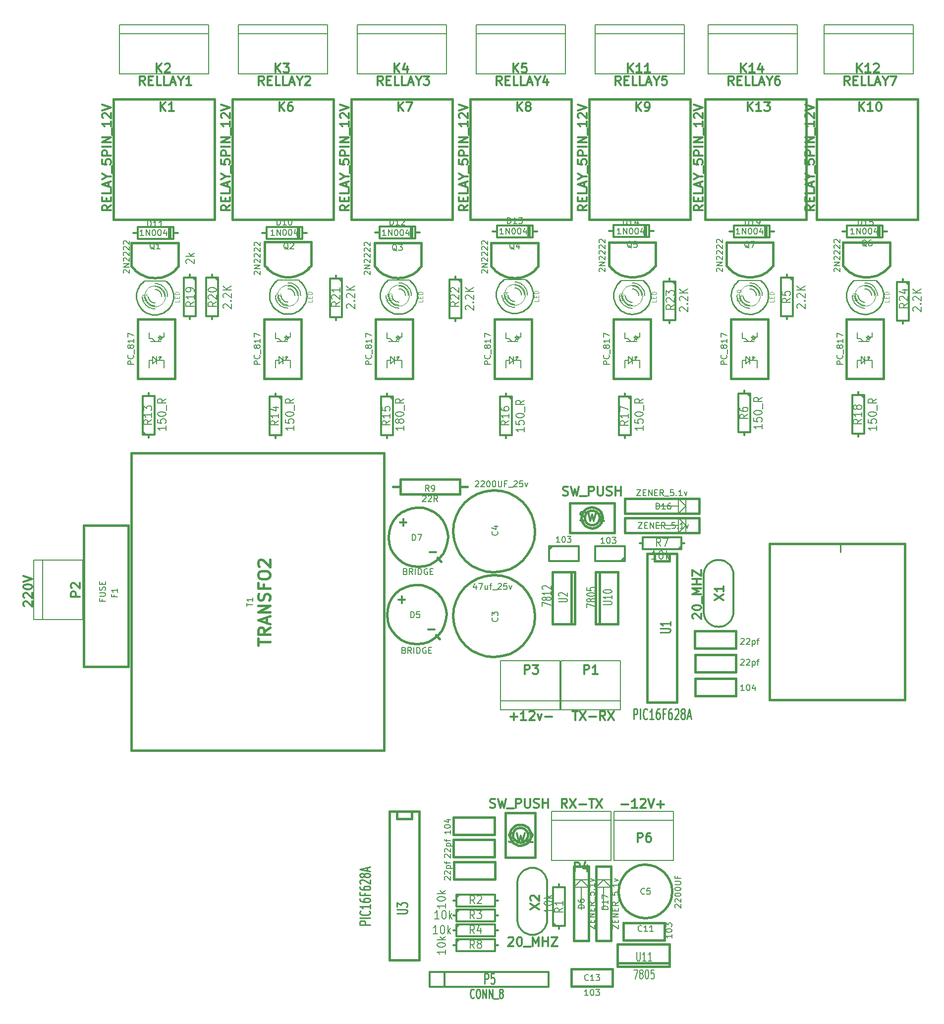
<source format=gto>
G04 (created by PCBNEW-RS274X (2011-04-29 BZR 2986)-stable) date 6/3/2013 5:37:02 PM*
G01*
G70*
G90*
%MOIN*%
G04 Gerber Fmt 3.4, Leading zero omitted, Abs format*
%FSLAX34Y34*%
G04 APERTURE LIST*
%ADD10C,0.006000*%
%ADD11C,0.015000*%
%ADD12C,0.009000*%
%ADD13C,0.000100*%
%ADD14C,0.012000*%
%ADD15C,0.012500*%
%ADD16C,0.005000*%
%ADD17C,0.008000*%
%ADD18C,0.003000*%
%ADD19C,0.010000*%
%ADD20C,0.007000*%
%ADD21C,0.016000*%
%ADD22C,0.011300*%
%ADD23C,0.003500*%
%ADD24C,0.010700*%
G04 APERTURE END LIST*
G54D10*
G54D11*
X69620Y-72080D02*
X66120Y-72080D01*
X69620Y-70830D02*
X69620Y-72080D01*
X69620Y-72080D02*
X69620Y-72330D01*
X69620Y-72330D02*
X66120Y-72330D01*
X66120Y-72330D02*
X66120Y-70830D01*
X66120Y-70830D02*
X69620Y-70830D01*
X62990Y-45790D02*
X62990Y-49290D01*
X61740Y-45790D02*
X62990Y-45790D01*
X62990Y-45790D02*
X63240Y-45790D01*
X63240Y-45790D02*
X63240Y-49290D01*
X63240Y-49290D02*
X61740Y-49290D01*
X61740Y-49290D02*
X61740Y-45790D01*
X64890Y-49290D02*
X64890Y-45790D01*
X66140Y-49290D02*
X64890Y-49290D01*
X64890Y-49290D02*
X64640Y-49290D01*
X64640Y-49290D02*
X64640Y-45790D01*
X64640Y-45790D02*
X66140Y-45790D01*
X66140Y-45790D02*
X66140Y-49290D01*
X50400Y-37800D02*
X50400Y-57800D01*
X50400Y-57800D02*
X33400Y-57800D01*
X33400Y-57800D02*
X33400Y-37800D01*
X33400Y-37800D02*
X50400Y-37800D01*
X81275Y-23609D02*
X81275Y-25184D01*
X81275Y-25184D02*
X81472Y-25381D01*
X81275Y-23609D02*
X84425Y-23609D01*
X84425Y-23609D02*
X84425Y-25184D01*
X84425Y-25184D02*
X84228Y-25381D01*
X81452Y-25388D02*
X81579Y-25505D01*
X81716Y-25610D01*
X81862Y-25702D01*
X82015Y-25782D01*
X82175Y-25848D01*
X82339Y-25900D01*
X82508Y-25937D01*
X82679Y-25960D01*
X82851Y-25968D01*
X83023Y-25960D01*
X83194Y-25937D01*
X83363Y-25900D01*
X83527Y-25848D01*
X83687Y-25782D01*
X83840Y-25702D01*
X83986Y-25610D01*
X84123Y-25505D01*
X84250Y-25388D01*
G54D12*
X81100Y-44450D02*
X81100Y-43900D01*
G54D11*
X76350Y-54400D02*
X76350Y-43900D01*
X76350Y-43900D02*
X85450Y-43900D01*
X85450Y-43900D02*
X85450Y-54400D01*
X85450Y-54400D02*
X76450Y-54400D01*
G54D13*
G36*
X83969Y-54446D02*
X83969Y-54446D01*
X83969Y-54446D01*
X83969Y-54446D01*
X83969Y-54446D01*
X83969Y-54446D01*
X83969Y-54446D01*
X83969Y-54446D01*
X83969Y-54446D01*
X83969Y-54446D01*
X83969Y-54446D01*
X83969Y-54446D01*
X83969Y-54446D01*
X83969Y-54446D01*
X83969Y-54446D01*
X83969Y-54446D01*
X83969Y-54446D01*
X83969Y-54446D01*
X83969Y-54446D01*
X83969Y-54446D01*
X83969Y-54446D01*
X83969Y-54446D01*
X83969Y-54446D01*
X83969Y-54446D01*
X83969Y-54446D01*
X83969Y-54446D01*
X83969Y-54446D01*
X83969Y-54446D01*
X83969Y-54446D01*
X83969Y-54446D01*
X83969Y-54446D01*
X83969Y-54446D01*
X83969Y-54446D01*
X83969Y-54446D01*
X83969Y-54446D01*
X83969Y-54446D01*
X83969Y-54446D01*
X83969Y-54446D01*
X83969Y-54446D01*
X83969Y-54446D01*
X83969Y-54446D01*
X83969Y-54446D01*
X83969Y-54446D01*
X83969Y-54446D01*
X83969Y-54446D01*
X83969Y-54446D01*
X83969Y-54446D01*
X83969Y-54446D01*
X83969Y-54446D01*
X83969Y-54446D01*
X83969Y-54446D01*
X83969Y-54446D01*
X83969Y-54446D01*
X83969Y-54446D01*
X83969Y-54446D01*
X83969Y-54446D01*
X83969Y-54446D01*
X83969Y-54446D01*
X83969Y-54446D01*
X83969Y-54446D01*
X83969Y-54446D01*
X83969Y-54446D01*
X83969Y-54446D01*
X83969Y-54446D01*
X83969Y-54446D01*
X83969Y-54446D01*
X83969Y-54446D01*
X83969Y-54446D01*
X83969Y-54446D01*
X83969Y-54446D01*
X83969Y-54446D01*
X83969Y-54446D01*
X83969Y-54446D01*
X83969Y-54446D01*
X83969Y-54446D01*
X83969Y-54446D01*
X83969Y-54446D01*
X83969Y-54446D01*
X83969Y-54446D01*
X83969Y-54446D01*
X83969Y-54446D01*
X83969Y-54446D01*
X83969Y-54446D01*
X83969Y-54446D01*
X83969Y-54446D01*
X83969Y-54446D01*
X83969Y-54446D01*
X83969Y-54446D01*
X83969Y-54446D01*
X83969Y-54446D01*
X83969Y-54446D01*
X83969Y-54446D01*
X83969Y-54446D01*
X83969Y-54446D01*
X83969Y-54446D01*
X83969Y-54446D01*
X83969Y-54446D01*
X83969Y-54446D01*
X83969Y-54446D01*
X83969Y-54446D01*
X83969Y-54446D01*
X83969Y-54446D01*
X83969Y-54446D01*
X83969Y-54446D01*
X83969Y-54446D01*
X83969Y-54446D01*
X83969Y-54446D01*
X83969Y-54446D01*
X83969Y-54446D01*
X83969Y-54446D01*
X83969Y-54446D01*
X83969Y-54446D01*
X83969Y-54446D01*
X83969Y-54446D01*
X83969Y-54446D01*
X83969Y-54446D01*
X83969Y-54446D01*
X83969Y-54446D01*
X83969Y-54446D01*
X83969Y-54446D01*
X83969Y-54446D01*
X83969Y-54446D01*
X83969Y-54446D01*
X83969Y-54446D01*
X83969Y-54446D01*
X83969Y-54446D01*
X83969Y-54446D01*
X83969Y-54446D01*
X83969Y-54446D01*
X83969Y-54446D01*
X83969Y-54446D01*
X83969Y-54446D01*
X83969Y-54446D01*
X83969Y-54446D01*
X83969Y-54446D01*
X83969Y-54446D01*
X83969Y-54446D01*
X83969Y-54446D01*
X83969Y-54446D01*
X83969Y-54446D01*
X83969Y-54446D01*
X83969Y-54446D01*
X83969Y-54446D01*
X83969Y-54446D01*
X83969Y-54446D01*
X83969Y-54446D01*
X83969Y-54446D01*
X83969Y-54446D01*
X83969Y-54446D01*
X83969Y-54446D01*
X83969Y-54446D01*
X83969Y-54446D01*
X83969Y-54446D01*
X83969Y-54446D01*
X83969Y-54446D01*
X83969Y-54446D01*
X83969Y-54446D01*
X83969Y-54446D01*
X83969Y-54446D01*
X83969Y-54446D01*
X83969Y-54446D01*
X83969Y-54446D01*
X83969Y-54446D01*
X83969Y-54446D01*
X83969Y-54446D01*
X83969Y-54446D01*
X83969Y-54446D01*
X83969Y-54446D01*
X83969Y-54446D01*
X83969Y-54446D01*
X83969Y-54446D01*
X83969Y-54446D01*
X83969Y-54446D01*
X83969Y-54446D01*
X83969Y-54446D01*
X83969Y-54446D01*
X83969Y-54446D01*
X83969Y-54446D01*
X83969Y-54446D01*
X83969Y-54446D01*
X83969Y-54446D01*
X83969Y-54446D01*
X83969Y-54446D01*
X83969Y-54446D01*
X83969Y-54446D01*
X83969Y-54446D01*
X83969Y-54446D01*
X83969Y-54446D01*
X83969Y-54446D01*
X83969Y-54446D01*
X83969Y-54446D01*
X83969Y-54446D01*
X83969Y-54446D01*
X83969Y-54446D01*
X83969Y-54446D01*
X83969Y-54446D01*
X83969Y-54446D01*
X83969Y-54446D01*
X83969Y-54446D01*
X83969Y-54446D01*
X83969Y-54446D01*
X83969Y-54446D01*
X83969Y-54446D01*
X83969Y-54446D01*
X83969Y-54446D01*
X83969Y-54446D01*
X83969Y-54446D01*
X83969Y-54446D01*
X83969Y-54446D01*
X83969Y-54446D01*
X83969Y-54446D01*
X83969Y-54446D01*
X83969Y-54446D01*
X83969Y-54446D01*
X83969Y-54446D01*
X83969Y-54446D01*
X83969Y-54446D01*
X83969Y-54446D01*
X83969Y-54446D01*
X83969Y-54446D01*
X83969Y-54446D01*
X83969Y-54446D01*
X83969Y-54446D01*
X83969Y-54446D01*
X83969Y-54446D01*
X83969Y-54446D01*
X83969Y-54446D01*
X83969Y-54446D01*
X83969Y-54446D01*
X83969Y-54446D01*
X83969Y-54446D01*
X83969Y-54446D01*
X83969Y-54446D01*
X83969Y-54446D01*
X83969Y-54446D01*
X83969Y-54446D01*
X83969Y-54446D01*
X83969Y-54446D01*
X83969Y-54446D01*
X83969Y-54446D01*
X83969Y-54446D01*
X83969Y-54446D01*
X83969Y-54446D01*
X83969Y-54446D01*
X83969Y-54446D01*
X83969Y-54446D01*
X83969Y-54446D01*
X83969Y-54446D01*
X83969Y-54446D01*
X83969Y-54446D01*
X83969Y-54446D01*
G37*
G36*
X85150Y-54100D02*
X85150Y-54100D01*
X85150Y-54100D01*
X85150Y-54100D01*
X85150Y-54100D01*
X85150Y-54100D01*
X85150Y-54100D01*
X85150Y-54100D01*
X85150Y-54100D01*
X85150Y-54100D01*
X85150Y-54100D01*
X85150Y-54100D01*
X85150Y-54100D01*
X85150Y-54100D01*
X85150Y-54100D01*
X85150Y-54100D01*
X85150Y-54100D01*
X85150Y-54100D01*
X85150Y-54100D01*
X85150Y-54100D01*
X85150Y-54100D01*
X85150Y-54100D01*
G37*
G36*
X85150Y-53491D02*
X85150Y-53491D01*
X85150Y-53491D01*
X85150Y-53491D01*
X85150Y-53491D01*
X85150Y-53491D01*
X85150Y-53491D01*
X85150Y-53491D01*
X85150Y-53491D01*
X85150Y-53491D01*
X85150Y-53491D01*
X85150Y-53491D01*
X85150Y-53491D01*
X85150Y-53491D01*
X85150Y-53491D01*
X85150Y-53491D01*
X85150Y-53491D01*
X85150Y-53491D01*
X85150Y-53491D01*
X85150Y-53491D01*
X85150Y-53491D01*
X85150Y-53491D01*
G37*
G36*
X85150Y-53005D02*
X85150Y-53005D01*
X85150Y-53005D01*
X85150Y-53005D01*
X85150Y-53005D01*
X85150Y-53005D01*
X85150Y-53005D01*
X85150Y-53005D01*
X85150Y-53005D01*
X85150Y-53005D01*
X85150Y-53005D01*
X85150Y-53005D01*
X85150Y-53005D01*
X85150Y-53005D01*
X85150Y-53005D01*
X85150Y-53005D01*
X85150Y-53005D01*
X85150Y-53005D01*
X85150Y-53005D01*
X85150Y-53005D01*
X85150Y-53005D01*
X85150Y-53005D01*
X85150Y-53005D01*
X85150Y-53005D01*
X85150Y-53005D01*
X85150Y-53005D01*
X85150Y-53005D01*
X85150Y-53005D01*
X85150Y-53005D01*
X85150Y-53005D01*
G37*
G36*
X85150Y-52603D02*
X85150Y-52603D01*
X85150Y-52603D01*
X85150Y-52603D01*
X85150Y-52603D01*
X85150Y-52603D01*
X85150Y-52603D01*
X85150Y-52603D01*
X85150Y-52603D01*
X85150Y-52603D01*
X85150Y-52603D01*
X85150Y-52603D01*
X85150Y-52603D01*
X85150Y-52603D01*
X85150Y-52603D01*
X85150Y-52603D01*
X85150Y-52603D01*
X85150Y-52603D01*
X85150Y-52603D01*
X85150Y-52603D01*
X85150Y-52603D01*
X85150Y-52603D01*
X85150Y-52603D01*
X85150Y-52603D01*
X85150Y-52603D01*
X85150Y-52603D01*
X85150Y-52603D01*
X85150Y-52603D01*
X85150Y-52603D01*
G37*
G36*
X85158Y-52239D02*
X85158Y-52239D01*
X85158Y-52239D01*
X85158Y-52239D01*
X85158Y-52239D01*
X85158Y-52239D01*
X85158Y-52239D01*
X85158Y-52239D01*
X85158Y-52239D01*
X85158Y-52239D01*
X85158Y-52239D01*
X85158Y-52239D01*
X85158Y-52239D01*
X85158Y-52239D01*
X85158Y-52239D01*
X85158Y-52239D01*
X85158Y-52239D01*
X85158Y-52239D01*
X85158Y-52239D01*
X85158Y-52239D01*
X85158Y-52239D01*
X85158Y-52239D01*
X85158Y-52239D01*
X85158Y-52239D01*
X85158Y-52239D01*
X85158Y-52239D01*
X85158Y-52239D01*
X85158Y-52239D01*
X85158Y-52239D01*
X85158Y-52239D01*
X85158Y-52239D01*
X85158Y-52239D01*
X85158Y-52239D01*
X85158Y-52239D01*
X85158Y-52239D01*
X85158Y-52239D01*
G37*
G36*
X85144Y-51709D02*
X85144Y-51709D01*
X85144Y-51709D01*
X85144Y-51709D01*
X85144Y-51709D01*
X85144Y-51709D01*
X85144Y-51709D01*
X85144Y-51709D01*
X85144Y-51709D01*
X85144Y-51709D01*
X85144Y-51709D01*
X85144Y-51709D01*
X85144Y-51709D01*
X85144Y-51709D01*
X85144Y-51709D01*
X85144Y-51709D01*
X85144Y-51709D01*
X85144Y-51709D01*
X85144Y-51709D01*
X85144Y-51709D01*
X85144Y-51709D01*
X85144Y-51709D01*
X85144Y-51709D01*
X85144Y-51709D01*
X85144Y-51709D01*
G37*
G36*
X85144Y-51246D02*
X85144Y-51246D01*
X85144Y-51246D01*
X85144Y-51246D01*
X85144Y-51246D01*
X85144Y-51246D01*
X85144Y-51246D01*
X85144Y-51246D01*
X85144Y-51246D01*
X85144Y-51246D01*
X85144Y-51246D01*
X85144Y-51246D01*
X85144Y-51246D01*
X85144Y-51246D01*
X85144Y-51246D01*
X85144Y-51246D01*
X85144Y-51246D01*
X85144Y-51246D01*
X85144Y-51246D01*
X85144Y-51246D01*
X85144Y-51246D01*
X85144Y-51246D01*
X85144Y-51246D01*
G37*
G36*
X85150Y-50550D02*
X85150Y-50550D01*
X85150Y-50550D01*
X85150Y-50550D01*
X85150Y-50550D01*
X85150Y-50550D01*
X85150Y-50550D01*
X85150Y-50550D01*
X85150Y-50550D01*
X85150Y-50550D01*
X85150Y-50550D01*
X85150Y-50550D01*
X85150Y-50550D01*
X85150Y-50550D01*
X85150Y-50550D01*
G37*
G36*
X85150Y-50105D02*
X85150Y-50105D01*
X85150Y-50105D01*
X85150Y-50105D01*
X85150Y-50105D01*
X85150Y-50105D01*
X85150Y-50105D01*
X85150Y-50105D01*
X85150Y-50105D01*
X85150Y-50105D01*
X85150Y-50105D01*
X85150Y-50105D01*
X85150Y-50105D01*
X85150Y-50105D01*
X85150Y-50105D01*
X85150Y-50105D01*
X85150Y-50105D01*
X85150Y-50105D01*
X85150Y-50105D01*
X85150Y-50105D01*
X85150Y-50105D01*
X85150Y-50105D01*
X85150Y-50105D01*
X85150Y-50105D01*
X85150Y-50105D01*
X85150Y-50105D01*
X85150Y-50105D01*
X85150Y-50105D01*
X85150Y-50105D01*
X85150Y-50105D01*
G37*
G36*
X85144Y-49780D02*
X85144Y-49780D01*
X85144Y-49780D01*
X85144Y-49780D01*
X85144Y-49780D01*
X85144Y-49780D01*
X85144Y-49780D01*
X85144Y-49780D01*
X85144Y-49780D01*
X85144Y-49780D01*
X85144Y-49780D01*
X85144Y-49780D01*
X85144Y-49780D01*
X85144Y-49780D01*
X85144Y-49780D01*
X85144Y-49780D01*
X85144Y-49780D01*
X85144Y-49780D01*
X85144Y-49780D01*
X85144Y-49780D01*
X85144Y-49780D01*
X85144Y-49780D01*
X85144Y-49780D01*
G37*
G36*
X85150Y-49483D02*
X85150Y-49483D01*
X85150Y-49483D01*
X85150Y-49483D01*
X85150Y-49483D01*
X85150Y-49483D01*
X85150Y-49483D01*
X85150Y-49483D01*
X85150Y-49483D01*
X85150Y-49483D01*
X85150Y-49483D01*
X85150Y-49483D01*
X85150Y-49483D01*
X85150Y-49483D01*
G37*
G36*
X85150Y-48959D02*
X85150Y-48959D01*
X85150Y-48959D01*
X85150Y-48959D01*
X85150Y-48959D01*
X85150Y-48959D01*
X85150Y-48959D01*
X85150Y-48959D01*
X85150Y-48959D01*
X85150Y-48959D01*
X85150Y-48959D01*
X85150Y-48959D01*
X85150Y-48959D01*
X85150Y-48959D01*
X85150Y-48959D01*
X85150Y-48959D01*
X85150Y-48959D01*
X85150Y-48959D01*
X85150Y-48959D01*
X85150Y-48959D01*
X85150Y-48959D01*
X85150Y-48959D01*
G37*
G36*
X85144Y-48614D02*
X85144Y-48614D01*
X85144Y-48614D01*
X85144Y-48614D01*
X85144Y-48614D01*
X85144Y-48614D01*
X85144Y-48614D01*
X85144Y-48614D01*
X85144Y-48614D01*
X85144Y-48614D01*
X85144Y-48614D01*
X85144Y-48614D01*
X85144Y-48614D01*
X85144Y-48614D01*
X85144Y-48614D01*
X85144Y-48614D01*
X85144Y-48614D01*
X85144Y-48614D01*
X85144Y-48614D01*
X85144Y-48614D01*
X85144Y-48614D01*
X85144Y-48614D01*
X85144Y-48614D01*
G37*
G36*
X85150Y-48017D02*
X85150Y-48017D01*
X85150Y-48017D01*
X85150Y-48017D01*
X85150Y-48017D01*
X85150Y-48017D01*
X85150Y-48017D01*
X85150Y-48017D01*
X85150Y-48017D01*
X85150Y-48017D01*
X85150Y-48017D01*
X85150Y-48017D01*
X85150Y-48017D01*
X85150Y-48017D01*
X85150Y-48017D01*
X85150Y-48017D01*
X85150Y-48017D01*
X85150Y-48017D01*
X85150Y-48017D01*
X85150Y-48017D01*
X85150Y-48017D01*
X85150Y-48017D01*
X85150Y-48017D01*
X85150Y-48017D01*
X85150Y-48017D01*
G37*
G36*
X85150Y-47784D02*
X85150Y-47784D01*
X85150Y-47784D01*
X85150Y-47784D01*
X85150Y-47784D01*
X85150Y-47784D01*
X85150Y-47784D01*
X85150Y-47784D01*
X85150Y-47784D01*
X85150Y-47784D01*
X85150Y-47784D01*
X85150Y-47784D01*
X85150Y-47784D01*
X85150Y-47784D01*
X85150Y-47784D01*
X85150Y-47784D01*
X85150Y-47784D01*
X85150Y-47784D01*
X85150Y-47784D01*
X85150Y-47784D01*
G37*
G36*
X85144Y-47181D02*
X85144Y-47181D01*
X85144Y-47181D01*
X85144Y-47181D01*
X85144Y-47181D01*
X85144Y-47181D01*
X85144Y-47181D01*
X85144Y-47181D01*
X85144Y-47181D01*
X85144Y-47181D01*
X85144Y-47181D01*
X85144Y-47181D01*
X85144Y-47181D01*
X85144Y-47181D01*
X85144Y-47181D01*
X85144Y-47181D01*
X85144Y-47181D01*
X85144Y-47181D01*
X85144Y-47181D01*
X85144Y-47181D01*
X85144Y-47181D01*
X85144Y-47181D01*
X85144Y-47181D01*
G37*
G36*
X85150Y-46884D02*
X85150Y-46884D01*
X85150Y-46884D01*
X85150Y-46884D01*
X85150Y-46884D01*
X85150Y-46884D01*
X85150Y-46884D01*
X85150Y-46884D01*
X85150Y-46884D01*
X85150Y-46884D01*
X85150Y-46884D01*
X85150Y-46884D01*
X85150Y-46884D01*
X85150Y-46884D01*
G37*
G36*
X85150Y-46404D02*
X85150Y-46404D01*
X85150Y-46404D01*
X85150Y-46404D01*
X85150Y-46404D01*
X85150Y-46404D01*
X85150Y-46404D01*
X85150Y-46404D01*
X85150Y-46404D01*
X85150Y-46404D01*
X85150Y-46404D01*
X85150Y-46404D01*
X85150Y-46404D01*
X85150Y-46404D01*
X85150Y-46404D01*
X85150Y-46404D01*
X85150Y-46404D01*
X85150Y-46404D01*
X85150Y-46404D01*
X85150Y-46404D01*
X85150Y-46404D01*
X85150Y-46404D01*
X85150Y-46404D01*
X85150Y-46404D01*
X85150Y-46404D01*
X85150Y-46404D01*
X85150Y-46404D01*
X85150Y-46404D01*
X85150Y-46404D01*
X85150Y-46404D01*
X85150Y-46404D01*
X85150Y-46404D01*
X85150Y-46404D01*
X85150Y-46404D01*
X85150Y-46404D01*
X85150Y-46404D01*
G37*
G36*
X85150Y-46117D02*
X85150Y-46117D01*
X85150Y-46117D01*
X85150Y-46117D01*
X85150Y-46117D01*
X85150Y-46117D01*
X85150Y-46117D01*
X85150Y-46117D01*
X85150Y-46117D01*
X85150Y-46117D01*
X85150Y-46117D01*
X85150Y-46117D01*
X85150Y-46117D01*
X85150Y-46117D01*
X85150Y-46117D01*
X85150Y-46117D01*
X85150Y-46117D01*
X85150Y-46117D01*
X85150Y-46117D01*
X85150Y-46117D01*
G37*
G36*
X85144Y-45681D02*
X85144Y-45681D01*
X85144Y-45681D01*
X85144Y-45681D01*
X85144Y-45681D01*
X85144Y-45681D01*
X85144Y-45681D01*
X85144Y-45681D01*
X85144Y-45681D01*
X85144Y-45681D01*
X85144Y-45681D01*
X85144Y-45681D01*
X85144Y-45681D01*
X85144Y-45681D01*
X85144Y-45681D01*
X85144Y-45681D01*
X85144Y-45681D01*
X85144Y-45681D01*
X85144Y-45681D01*
X85144Y-45681D01*
X85144Y-45681D01*
X85144Y-45681D01*
X85144Y-45681D01*
G37*
G36*
X85150Y-45084D02*
X85150Y-45084D01*
X85150Y-45084D01*
X85150Y-45084D01*
X85150Y-45084D01*
X85150Y-45084D01*
X85150Y-45084D01*
X85150Y-45084D01*
X85150Y-45084D01*
X85150Y-45084D01*
X85150Y-45084D01*
X85150Y-45084D01*
X85150Y-45084D01*
X85150Y-45084D01*
X85150Y-45084D01*
X85150Y-45084D01*
X85150Y-45084D01*
X85150Y-45084D01*
X85150Y-45084D01*
X85150Y-45084D01*
X85150Y-45084D01*
X85150Y-45084D01*
X85150Y-45084D01*
X85150Y-45084D01*
X85150Y-45084D01*
G37*
G36*
X85150Y-44717D02*
X85150Y-44717D01*
X85150Y-44717D01*
X85150Y-44717D01*
X85150Y-44717D01*
X85150Y-44717D01*
X85150Y-44717D01*
X85150Y-44717D01*
X85150Y-44717D01*
X85150Y-44717D01*
X85150Y-44717D01*
X85150Y-44717D01*
X85150Y-44717D01*
X85150Y-44717D01*
X85150Y-44717D01*
G37*
G36*
X85150Y-44284D02*
X85150Y-44284D01*
X85150Y-44284D01*
X85150Y-44284D01*
X85150Y-44284D01*
X85150Y-44284D01*
X85150Y-44284D01*
X85150Y-44284D01*
X85150Y-44284D01*
X85150Y-44284D01*
X85150Y-44284D01*
X85150Y-44284D01*
X85150Y-44284D01*
X85150Y-44284D01*
X85150Y-44284D01*
X85150Y-44284D01*
X85150Y-44284D01*
X85150Y-44284D01*
X85150Y-44284D01*
X85150Y-44284D01*
X85150Y-44284D01*
X85150Y-44284D01*
X85150Y-44284D01*
X85150Y-44284D01*
X85150Y-44284D01*
G37*
G36*
X84413Y-45240D02*
X84413Y-45240D01*
X84413Y-45240D01*
X84413Y-45240D01*
X84413Y-45240D01*
X84413Y-45240D01*
X84413Y-45240D01*
X84413Y-45240D01*
X84413Y-45240D01*
X84413Y-45240D01*
X84413Y-45240D01*
X84413Y-45240D01*
X84413Y-45240D01*
X84413Y-45240D01*
X84413Y-45240D01*
X84413Y-45240D01*
X84413Y-45240D01*
X84413Y-45240D01*
X84413Y-45240D01*
X84413Y-45240D01*
X84413Y-45240D01*
X84413Y-45240D01*
X84413Y-45240D01*
X84413Y-45240D01*
X84413Y-45240D01*
X84413Y-45240D01*
X84413Y-45240D01*
X84413Y-45240D01*
X84413Y-45240D01*
X84413Y-45240D01*
X84413Y-45240D01*
X84413Y-45240D01*
X84413Y-45240D01*
X84413Y-45240D01*
X84413Y-45240D01*
X84413Y-45240D01*
X84413Y-45240D01*
X84413Y-45240D01*
X84413Y-45240D01*
X84413Y-45240D01*
X84413Y-45240D01*
X84413Y-45240D01*
X84413Y-45240D01*
X84413Y-45240D01*
X84413Y-45240D01*
X84413Y-45240D01*
X84413Y-45240D01*
X84413Y-45240D01*
X84413Y-45240D01*
X84413Y-45240D01*
X84413Y-45240D01*
X84413Y-45240D01*
X84413Y-45240D01*
X84413Y-45240D01*
X84413Y-45240D01*
X84413Y-45240D01*
X84413Y-45240D01*
X84413Y-45240D01*
X84413Y-45240D01*
X84413Y-45240D01*
X84413Y-45240D01*
X84413Y-45240D01*
X84413Y-45240D01*
X84413Y-45240D01*
X84413Y-45240D01*
X84413Y-45240D01*
X84413Y-45240D01*
X84413Y-45240D01*
X84413Y-45240D01*
X84413Y-45240D01*
X84413Y-45240D01*
X84413Y-45240D01*
X84413Y-45240D01*
X84413Y-45240D01*
X84413Y-45240D01*
X84413Y-45240D01*
X84413Y-45240D01*
X84413Y-45240D01*
X84413Y-45240D01*
X84413Y-45240D01*
G37*
G36*
X84283Y-49194D02*
X84283Y-49194D01*
X84283Y-49194D01*
X84283Y-49194D01*
X84283Y-49194D01*
X84283Y-49194D01*
X84283Y-49194D01*
X84283Y-49194D01*
X84283Y-49194D01*
X84283Y-49194D01*
X84283Y-49194D01*
X84283Y-49194D01*
X84283Y-49194D01*
X84283Y-49194D01*
X84283Y-49194D01*
X84283Y-49194D01*
X84283Y-49194D01*
X84283Y-49194D01*
X84283Y-49194D01*
X84283Y-49194D01*
X84283Y-49194D01*
X84283Y-49194D01*
X84283Y-49194D01*
X84283Y-49194D01*
X84283Y-49194D01*
X84283Y-49194D01*
X84283Y-49194D01*
X84283Y-49194D01*
X84283Y-49194D01*
X84283Y-49194D01*
X84283Y-49194D01*
X84283Y-49194D01*
X84283Y-49194D01*
X84283Y-49194D01*
X84283Y-49194D01*
X84283Y-49194D01*
X84283Y-49194D01*
X84283Y-49194D01*
X84283Y-49194D01*
X84283Y-49194D01*
X84283Y-49194D01*
X84283Y-49194D01*
X84283Y-49194D01*
X84283Y-49194D01*
X84283Y-49194D01*
X84283Y-49194D01*
G37*
G36*
X84118Y-52320D02*
X84118Y-52320D01*
X84118Y-52320D01*
X84118Y-52320D01*
X84118Y-52320D01*
X84118Y-52320D01*
X84118Y-52320D01*
X84118Y-52320D01*
X84118Y-52320D01*
X84118Y-52320D01*
X84118Y-52320D01*
X84118Y-52320D01*
X84118Y-52320D01*
X84118Y-52320D01*
X84118Y-52320D01*
X84118Y-52320D01*
X84118Y-52320D01*
X84118Y-52320D01*
X84118Y-52320D01*
X84118Y-52320D01*
X84118Y-52320D01*
X84118Y-52320D01*
X84118Y-52320D01*
X84118Y-52320D01*
X84118Y-52320D01*
X84118Y-52320D01*
X84118Y-52320D01*
X84118Y-52320D01*
X84118Y-52320D01*
X84118Y-52320D01*
X84118Y-52320D01*
X84118Y-52320D01*
X84118Y-52320D01*
X84118Y-52320D01*
X84118Y-52320D01*
X84118Y-52320D01*
X84118Y-52320D01*
X84118Y-52320D01*
X84118Y-52320D01*
X84118Y-52320D01*
X84118Y-52320D01*
X84118Y-52320D01*
X84118Y-52320D01*
X84118Y-52320D01*
X84118Y-52320D01*
X84118Y-52320D01*
X84118Y-52320D01*
X84118Y-52320D01*
X84118Y-52320D01*
X84118Y-52320D01*
X84118Y-52320D01*
X84118Y-52320D01*
X84118Y-52320D01*
X84118Y-52320D01*
X84118Y-52320D01*
X84118Y-52320D01*
X84118Y-52320D01*
X84118Y-52320D01*
X84118Y-52320D01*
X84118Y-52320D01*
X84118Y-52320D01*
X84118Y-52320D01*
X84118Y-52320D01*
G37*
G36*
X80480Y-49126D02*
X80480Y-49126D01*
X80480Y-49126D01*
X80480Y-49126D01*
X80480Y-49126D01*
X80480Y-49126D01*
X80480Y-49126D01*
X80480Y-49126D01*
X80480Y-49126D01*
X80480Y-49126D01*
X80480Y-49126D01*
X80480Y-49126D01*
X80480Y-49126D01*
X80480Y-49126D01*
X80480Y-49126D01*
X80480Y-49126D01*
X80480Y-49126D01*
X80480Y-49126D01*
X80480Y-49126D01*
X80480Y-49126D01*
X80480Y-49126D01*
X80480Y-49126D01*
X80480Y-49126D01*
X80480Y-49126D01*
X80480Y-49126D01*
X80480Y-49126D01*
X80480Y-49126D01*
X80480Y-49126D01*
X80480Y-49126D01*
X80480Y-49126D01*
G37*
G36*
X78415Y-49178D02*
X78415Y-49178D01*
X78415Y-49178D01*
X78415Y-49178D01*
X78415Y-49178D01*
X78415Y-49178D01*
X78415Y-49178D01*
X78415Y-49178D01*
X78415Y-49178D01*
X78415Y-49178D01*
X78415Y-49178D01*
X78415Y-49178D01*
G37*
G36*
X76957Y-49129D02*
X76957Y-49129D01*
X76957Y-49129D01*
X76957Y-49129D01*
X76957Y-49129D01*
X76957Y-49129D01*
X76957Y-49129D01*
X76957Y-49129D01*
X76957Y-49129D01*
X76957Y-49129D01*
X76957Y-49129D01*
G37*
G54D11*
X52270Y-61880D02*
X52270Y-62380D01*
X52270Y-62380D02*
X51270Y-62380D01*
X51270Y-62380D02*
X51270Y-61880D01*
X52770Y-61880D02*
X52770Y-71880D01*
X52770Y-71880D02*
X50770Y-71880D01*
X50770Y-71880D02*
X50770Y-61880D01*
X50770Y-61880D02*
X52770Y-61880D01*
X69590Y-44548D02*
X69590Y-45048D01*
X69590Y-45048D02*
X68590Y-45048D01*
X68590Y-45048D02*
X68590Y-44548D01*
X70090Y-44548D02*
X70090Y-54548D01*
X70090Y-54548D02*
X68090Y-54548D01*
X68090Y-54548D02*
X68090Y-44548D01*
X68090Y-44548D02*
X70090Y-44548D01*
X54007Y-44834D02*
X54243Y-45099D01*
X54690Y-43440D02*
X54651Y-43828D01*
X54539Y-44202D01*
X54355Y-44546D01*
X54109Y-44849D01*
X53808Y-45098D01*
X53465Y-45283D01*
X53092Y-45399D01*
X52703Y-45439D01*
X52316Y-45404D01*
X51941Y-45294D01*
X51595Y-45113D01*
X51291Y-44868D01*
X51040Y-44569D01*
X50852Y-44227D01*
X50734Y-43855D01*
X50691Y-43467D01*
X50723Y-43079D01*
X50831Y-42704D01*
X51009Y-42357D01*
X51252Y-42051D01*
X51549Y-41798D01*
X51890Y-41608D01*
X52261Y-41487D01*
X52649Y-41441D01*
X53037Y-41471D01*
X53413Y-41576D01*
X53761Y-41752D01*
X54069Y-41992D01*
X54324Y-42288D01*
X54517Y-42627D01*
X54640Y-42997D01*
X54689Y-43385D01*
X54690Y-43440D01*
X53907Y-50034D02*
X54143Y-50299D01*
X54590Y-48640D02*
X54551Y-49028D01*
X54439Y-49402D01*
X54255Y-49746D01*
X54009Y-50049D01*
X53708Y-50298D01*
X53365Y-50483D01*
X52992Y-50599D01*
X52603Y-50639D01*
X52216Y-50604D01*
X51841Y-50494D01*
X51495Y-50313D01*
X51191Y-50068D01*
X50940Y-49769D01*
X50752Y-49427D01*
X50634Y-49055D01*
X50591Y-48667D01*
X50623Y-48279D01*
X50731Y-47904D01*
X50909Y-47557D01*
X51152Y-47251D01*
X51449Y-46998D01*
X51790Y-46808D01*
X52161Y-46687D01*
X52549Y-46641D01*
X52937Y-46671D01*
X53313Y-46776D01*
X53661Y-46952D01*
X53969Y-47192D01*
X54224Y-47488D01*
X54417Y-47827D01*
X54540Y-48197D01*
X54589Y-48585D01*
X54590Y-48640D01*
G54D14*
X66570Y-45040D02*
X64590Y-45040D01*
X64590Y-45040D02*
X64590Y-44040D01*
X64590Y-44040D02*
X66590Y-44040D01*
X66590Y-44040D02*
X66590Y-45040D01*
X66590Y-44790D02*
X66340Y-45040D01*
X61510Y-44040D02*
X63490Y-44040D01*
X63490Y-44040D02*
X63490Y-45040D01*
X63490Y-45040D02*
X61490Y-45040D01*
X61490Y-45040D02*
X61490Y-44040D01*
X61490Y-44290D02*
X61740Y-44040D01*
G54D11*
X69772Y-67263D02*
X69737Y-67613D01*
X69636Y-67949D01*
X69470Y-68260D01*
X69248Y-68532D01*
X68977Y-68756D01*
X68668Y-68924D01*
X68332Y-69028D01*
X67982Y-69064D01*
X67633Y-69033D01*
X67295Y-68933D01*
X66984Y-68770D01*
X66710Y-68550D01*
X66484Y-68281D01*
X66314Y-67972D01*
X66208Y-67637D01*
X66169Y-67288D01*
X66198Y-66938D01*
X66295Y-66600D01*
X66456Y-66287D01*
X66674Y-66012D01*
X66942Y-65784D01*
X67249Y-65612D01*
X67584Y-65504D01*
X67933Y-65462D01*
X68282Y-65489D01*
X68621Y-65583D01*
X68935Y-65742D01*
X69212Y-65959D01*
X69442Y-66225D01*
X69616Y-66531D01*
X69727Y-66864D01*
X69771Y-67213D01*
X69772Y-67263D01*
G54D15*
X59380Y-66690D02*
X59380Y-69190D01*
X61380Y-66690D02*
X61380Y-69190D01*
X60380Y-70190D02*
X60467Y-70186D01*
X60553Y-70174D01*
X60638Y-70155D01*
X60722Y-70129D01*
X60802Y-70096D01*
X60880Y-70056D01*
X60953Y-70009D01*
X61022Y-69956D01*
X61087Y-69897D01*
X61146Y-69832D01*
X61199Y-69763D01*
X61246Y-69689D01*
X61286Y-69612D01*
X61319Y-69532D01*
X61345Y-69448D01*
X61364Y-69363D01*
X61376Y-69277D01*
X61380Y-69190D01*
X59380Y-69190D02*
X59384Y-69277D01*
X59396Y-69363D01*
X59415Y-69448D01*
X59441Y-69532D01*
X59474Y-69612D01*
X59514Y-69689D01*
X59561Y-69763D01*
X59614Y-69832D01*
X59673Y-69897D01*
X59738Y-69956D01*
X59807Y-70009D01*
X59881Y-70056D01*
X59958Y-70096D01*
X60038Y-70129D01*
X60122Y-70155D01*
X60207Y-70174D01*
X60293Y-70186D01*
X60380Y-70190D01*
X61380Y-66690D02*
X61376Y-66603D01*
X61364Y-66517D01*
X61345Y-66432D01*
X61319Y-66348D01*
X61286Y-66268D01*
X61246Y-66191D01*
X61199Y-66117D01*
X61146Y-66048D01*
X61087Y-65983D01*
X61022Y-65924D01*
X60953Y-65871D01*
X60880Y-65824D01*
X60802Y-65784D01*
X60722Y-65751D01*
X60638Y-65725D01*
X60553Y-65706D01*
X60467Y-65694D01*
X60380Y-65690D01*
X60380Y-65690D02*
X60293Y-65694D01*
X60207Y-65706D01*
X60122Y-65725D01*
X60038Y-65751D01*
X59958Y-65784D01*
X59881Y-65824D01*
X59807Y-65871D01*
X59738Y-65924D01*
X59673Y-65983D01*
X59614Y-66048D01*
X59561Y-66117D01*
X59514Y-66191D01*
X59474Y-66268D01*
X59441Y-66348D01*
X59415Y-66432D01*
X59396Y-66517D01*
X59384Y-66603D01*
X59380Y-66690D01*
X71910Y-45975D02*
X71910Y-48475D01*
X73910Y-45975D02*
X73910Y-48475D01*
X72910Y-49475D02*
X72997Y-49471D01*
X73083Y-49459D01*
X73168Y-49440D01*
X73252Y-49414D01*
X73332Y-49381D01*
X73410Y-49341D01*
X73483Y-49294D01*
X73552Y-49241D01*
X73617Y-49182D01*
X73676Y-49117D01*
X73729Y-49048D01*
X73776Y-48974D01*
X73816Y-48897D01*
X73849Y-48817D01*
X73875Y-48733D01*
X73894Y-48648D01*
X73906Y-48562D01*
X73910Y-48475D01*
X71910Y-48475D02*
X71914Y-48562D01*
X71926Y-48648D01*
X71945Y-48733D01*
X71971Y-48817D01*
X72004Y-48897D01*
X72044Y-48974D01*
X72091Y-49048D01*
X72144Y-49117D01*
X72203Y-49182D01*
X72268Y-49241D01*
X72337Y-49294D01*
X72411Y-49341D01*
X72488Y-49381D01*
X72568Y-49414D01*
X72652Y-49440D01*
X72737Y-49459D01*
X72823Y-49471D01*
X72910Y-49475D01*
X73910Y-45975D02*
X73906Y-45888D01*
X73894Y-45802D01*
X73875Y-45717D01*
X73849Y-45633D01*
X73816Y-45553D01*
X73776Y-45476D01*
X73729Y-45402D01*
X73676Y-45333D01*
X73617Y-45268D01*
X73552Y-45209D01*
X73483Y-45156D01*
X73410Y-45109D01*
X73332Y-45069D01*
X73252Y-45036D01*
X73168Y-45010D01*
X73083Y-44991D01*
X72997Y-44979D01*
X72910Y-44975D01*
X72910Y-44975D02*
X72823Y-44979D01*
X72737Y-44991D01*
X72652Y-45010D01*
X72568Y-45036D01*
X72488Y-45069D01*
X72411Y-45109D01*
X72337Y-45156D01*
X72268Y-45209D01*
X72203Y-45268D01*
X72144Y-45333D01*
X72091Y-45402D01*
X72044Y-45476D01*
X72004Y-45553D01*
X71971Y-45633D01*
X71945Y-45717D01*
X71926Y-45802D01*
X71914Y-45888D01*
X71910Y-45975D01*
G54D14*
X68540Y-22840D02*
X68240Y-22840D01*
X68240Y-22840D02*
X68240Y-22440D01*
X68240Y-22440D02*
X65840Y-22440D01*
X65840Y-22440D02*
X65840Y-22840D01*
X65840Y-22840D02*
X65540Y-22840D01*
X65840Y-22840D02*
X65840Y-23240D01*
X65840Y-23240D02*
X68240Y-23240D01*
X68240Y-23240D02*
X68240Y-22840D01*
X68040Y-22440D02*
X68040Y-23240D01*
X67940Y-23240D02*
X67940Y-22440D01*
X60690Y-22890D02*
X60390Y-22890D01*
X60390Y-22890D02*
X60390Y-22490D01*
X60390Y-22490D02*
X57990Y-22490D01*
X57990Y-22490D02*
X57990Y-22890D01*
X57990Y-22890D02*
X57690Y-22890D01*
X57990Y-22890D02*
X57990Y-23290D01*
X57990Y-23290D02*
X60390Y-23290D01*
X60390Y-23290D02*
X60390Y-22890D01*
X60190Y-22490D02*
X60190Y-23290D01*
X60090Y-23290D02*
X60090Y-22490D01*
X52790Y-22940D02*
X52490Y-22940D01*
X52490Y-22940D02*
X52490Y-22540D01*
X52490Y-22540D02*
X50090Y-22540D01*
X50090Y-22540D02*
X50090Y-22940D01*
X50090Y-22940D02*
X49790Y-22940D01*
X50090Y-22940D02*
X50090Y-23340D01*
X50090Y-23340D02*
X52490Y-23340D01*
X52490Y-23340D02*
X52490Y-22940D01*
X52290Y-22540D02*
X52290Y-23340D01*
X52190Y-23340D02*
X52190Y-22540D01*
X36540Y-22990D02*
X36240Y-22990D01*
X36240Y-22990D02*
X36240Y-22590D01*
X36240Y-22590D02*
X33840Y-22590D01*
X33840Y-22590D02*
X33840Y-22990D01*
X33840Y-22990D02*
X33540Y-22990D01*
X33840Y-22990D02*
X33840Y-23390D01*
X33840Y-23390D02*
X36240Y-23390D01*
X36240Y-23390D02*
X36240Y-22990D01*
X36040Y-22590D02*
X36040Y-23390D01*
X35940Y-23390D02*
X35940Y-22590D01*
X45190Y-22990D02*
X44890Y-22990D01*
X44890Y-22990D02*
X44890Y-22590D01*
X44890Y-22590D02*
X42490Y-22590D01*
X42490Y-22590D02*
X42490Y-22990D01*
X42490Y-22990D02*
X42190Y-22990D01*
X42490Y-22990D02*
X42490Y-23390D01*
X42490Y-23390D02*
X44890Y-23390D01*
X44890Y-23390D02*
X44890Y-22990D01*
X44690Y-22590D02*
X44690Y-23390D01*
X44590Y-23390D02*
X44590Y-22590D01*
G54D11*
X65840Y-28798D02*
X65840Y-32548D01*
X65840Y-32548D02*
X65840Y-32798D01*
X65840Y-32798D02*
X68090Y-32798D01*
X68090Y-32798D02*
X68340Y-32798D01*
X68340Y-32798D02*
X68340Y-28798D01*
G54D16*
X67390Y-29998D02*
X67590Y-29998D01*
X67590Y-29998D02*
X67590Y-29698D01*
X67290Y-29898D02*
X67490Y-30098D01*
X67390Y-30198D02*
X67390Y-29998D01*
X67390Y-29998D02*
X67190Y-29998D01*
X67190Y-30298D02*
X67290Y-30098D01*
X67290Y-30098D02*
X67190Y-29998D01*
X67190Y-29998D02*
X67290Y-30098D01*
X67290Y-30098D02*
X67390Y-30198D01*
X66690Y-30298D02*
X67390Y-30298D01*
X66590Y-30098D02*
X66790Y-30098D01*
X66790Y-30098D02*
X66990Y-30298D01*
X66590Y-29698D02*
X66590Y-30098D01*
X67450Y-31338D02*
X67310Y-31478D01*
X67310Y-31478D02*
X67370Y-31278D01*
X67370Y-31278D02*
X67250Y-31358D01*
X67090Y-31548D02*
X67590Y-31548D01*
X67590Y-31548D02*
X67590Y-32048D01*
X67090Y-31548D02*
X67090Y-31298D01*
X67090Y-31548D02*
X67090Y-31798D01*
X66840Y-31548D02*
X66840Y-31298D01*
X66840Y-31298D02*
X67090Y-31548D01*
X67090Y-31548D02*
X66840Y-31798D01*
X66590Y-32048D02*
X66590Y-31548D01*
X66590Y-31548D02*
X66840Y-31548D01*
X66840Y-31548D02*
X66840Y-31798D01*
G54D11*
X68340Y-28798D02*
X65840Y-28798D01*
X57840Y-28798D02*
X57840Y-32548D01*
X57840Y-32548D02*
X57840Y-32798D01*
X57840Y-32798D02*
X60090Y-32798D01*
X60090Y-32798D02*
X60340Y-32798D01*
X60340Y-32798D02*
X60340Y-28798D01*
G54D16*
X59390Y-29998D02*
X59590Y-29998D01*
X59590Y-29998D02*
X59590Y-29698D01*
X59290Y-29898D02*
X59490Y-30098D01*
X59390Y-30198D02*
X59390Y-29998D01*
X59390Y-29998D02*
X59190Y-29998D01*
X59190Y-30298D02*
X59290Y-30098D01*
X59290Y-30098D02*
X59190Y-29998D01*
X59190Y-29998D02*
X59290Y-30098D01*
X59290Y-30098D02*
X59390Y-30198D01*
X58690Y-30298D02*
X59390Y-30298D01*
X58590Y-30098D02*
X58790Y-30098D01*
X58790Y-30098D02*
X58990Y-30298D01*
X58590Y-29698D02*
X58590Y-30098D01*
X59450Y-31338D02*
X59310Y-31478D01*
X59310Y-31478D02*
X59370Y-31278D01*
X59370Y-31278D02*
X59250Y-31358D01*
X59090Y-31548D02*
X59590Y-31548D01*
X59590Y-31548D02*
X59590Y-32048D01*
X59090Y-31548D02*
X59090Y-31298D01*
X59090Y-31548D02*
X59090Y-31798D01*
X58840Y-31548D02*
X58840Y-31298D01*
X58840Y-31298D02*
X59090Y-31548D01*
X59090Y-31548D02*
X58840Y-31798D01*
X58590Y-32048D02*
X58590Y-31548D01*
X58590Y-31548D02*
X58840Y-31548D01*
X58840Y-31548D02*
X58840Y-31798D01*
G54D11*
X60340Y-28798D02*
X57840Y-28798D01*
X49840Y-28798D02*
X49840Y-32548D01*
X49840Y-32548D02*
X49840Y-32798D01*
X49840Y-32798D02*
X52090Y-32798D01*
X52090Y-32798D02*
X52340Y-32798D01*
X52340Y-32798D02*
X52340Y-28798D01*
G54D16*
X51390Y-29998D02*
X51590Y-29998D01*
X51590Y-29998D02*
X51590Y-29698D01*
X51290Y-29898D02*
X51490Y-30098D01*
X51390Y-30198D02*
X51390Y-29998D01*
X51390Y-29998D02*
X51190Y-29998D01*
X51190Y-30298D02*
X51290Y-30098D01*
X51290Y-30098D02*
X51190Y-29998D01*
X51190Y-29998D02*
X51290Y-30098D01*
X51290Y-30098D02*
X51390Y-30198D01*
X50690Y-30298D02*
X51390Y-30298D01*
X50590Y-30098D02*
X50790Y-30098D01*
X50790Y-30098D02*
X50990Y-30298D01*
X50590Y-29698D02*
X50590Y-30098D01*
X51450Y-31338D02*
X51310Y-31478D01*
X51310Y-31478D02*
X51370Y-31278D01*
X51370Y-31278D02*
X51250Y-31358D01*
X51090Y-31548D02*
X51590Y-31548D01*
X51590Y-31548D02*
X51590Y-32048D01*
X51090Y-31548D02*
X51090Y-31298D01*
X51090Y-31548D02*
X51090Y-31798D01*
X50840Y-31548D02*
X50840Y-31298D01*
X50840Y-31298D02*
X51090Y-31548D01*
X51090Y-31548D02*
X50840Y-31798D01*
X50590Y-32048D02*
X50590Y-31548D01*
X50590Y-31548D02*
X50840Y-31548D01*
X50840Y-31548D02*
X50840Y-31798D01*
G54D11*
X52340Y-28798D02*
X49840Y-28798D01*
X42340Y-28798D02*
X42340Y-32548D01*
X42340Y-32548D02*
X42340Y-32798D01*
X42340Y-32798D02*
X44590Y-32798D01*
X44590Y-32798D02*
X44840Y-32798D01*
X44840Y-32798D02*
X44840Y-28798D01*
G54D16*
X43890Y-29998D02*
X44090Y-29998D01*
X44090Y-29998D02*
X44090Y-29698D01*
X43790Y-29898D02*
X43990Y-30098D01*
X43890Y-30198D02*
X43890Y-29998D01*
X43890Y-29998D02*
X43690Y-29998D01*
X43690Y-30298D02*
X43790Y-30098D01*
X43790Y-30098D02*
X43690Y-29998D01*
X43690Y-29998D02*
X43790Y-30098D01*
X43790Y-30098D02*
X43890Y-30198D01*
X43190Y-30298D02*
X43890Y-30298D01*
X43090Y-30098D02*
X43290Y-30098D01*
X43290Y-30098D02*
X43490Y-30298D01*
X43090Y-29698D02*
X43090Y-30098D01*
X43950Y-31338D02*
X43810Y-31478D01*
X43810Y-31478D02*
X43870Y-31278D01*
X43870Y-31278D02*
X43750Y-31358D01*
X43590Y-31548D02*
X44090Y-31548D01*
X44090Y-31548D02*
X44090Y-32048D01*
X43590Y-31548D02*
X43590Y-31298D01*
X43590Y-31548D02*
X43590Y-31798D01*
X43340Y-31548D02*
X43340Y-31298D01*
X43340Y-31298D02*
X43590Y-31548D01*
X43590Y-31548D02*
X43340Y-31798D01*
X43090Y-32048D02*
X43090Y-31548D01*
X43090Y-31548D02*
X43340Y-31548D01*
X43340Y-31548D02*
X43340Y-31798D01*
G54D11*
X44840Y-28798D02*
X42340Y-28798D01*
X33840Y-28798D02*
X33840Y-32548D01*
X33840Y-32548D02*
X33840Y-32798D01*
X33840Y-32798D02*
X36090Y-32798D01*
X36090Y-32798D02*
X36340Y-32798D01*
X36340Y-32798D02*
X36340Y-28798D01*
G54D16*
X35390Y-29998D02*
X35590Y-29998D01*
X35590Y-29998D02*
X35590Y-29698D01*
X35290Y-29898D02*
X35490Y-30098D01*
X35390Y-30198D02*
X35390Y-29998D01*
X35390Y-29998D02*
X35190Y-29998D01*
X35190Y-30298D02*
X35290Y-30098D01*
X35290Y-30098D02*
X35190Y-29998D01*
X35190Y-29998D02*
X35290Y-30098D01*
X35290Y-30098D02*
X35390Y-30198D01*
X34690Y-30298D02*
X35390Y-30298D01*
X34590Y-30098D02*
X34790Y-30098D01*
X34790Y-30098D02*
X34990Y-30298D01*
X34590Y-29698D02*
X34590Y-30098D01*
X35450Y-31338D02*
X35310Y-31478D01*
X35310Y-31478D02*
X35370Y-31278D01*
X35370Y-31278D02*
X35250Y-31358D01*
X35090Y-31548D02*
X35590Y-31548D01*
X35590Y-31548D02*
X35590Y-32048D01*
X35090Y-31548D02*
X35090Y-31298D01*
X35090Y-31548D02*
X35090Y-31798D01*
X34840Y-31548D02*
X34840Y-31298D01*
X34840Y-31298D02*
X35090Y-31548D01*
X35090Y-31548D02*
X34840Y-31798D01*
X34590Y-32048D02*
X34590Y-31548D01*
X34590Y-31548D02*
X34840Y-31548D01*
X34840Y-31548D02*
X34840Y-31798D01*
G54D11*
X36340Y-28798D02*
X33840Y-28798D01*
G54D17*
X59940Y-26120D02*
X58440Y-26120D01*
G54D18*
X59897Y-27140D02*
X59883Y-27277D01*
X59843Y-27409D01*
X59778Y-27531D01*
X59691Y-27638D01*
X59585Y-27726D01*
X59463Y-27791D01*
X59332Y-27832D01*
X59194Y-27846D01*
X59058Y-27834D01*
X58926Y-27795D01*
X58803Y-27731D01*
X58696Y-27645D01*
X58607Y-27539D01*
X58541Y-27418D01*
X58499Y-27286D01*
X58484Y-27149D01*
X58495Y-27013D01*
X58533Y-26880D01*
X58596Y-26758D01*
X58682Y-26649D01*
X58787Y-26560D01*
X58907Y-26493D01*
X59039Y-26450D01*
X59176Y-26434D01*
X59312Y-26444D01*
X59445Y-26481D01*
X59568Y-26544D01*
X59677Y-26629D01*
X59767Y-26733D01*
X59835Y-26853D01*
X59879Y-26984D01*
X59896Y-27121D01*
X59897Y-27140D01*
G54D19*
X58440Y-26141D02*
X58356Y-26210D01*
X58278Y-26286D01*
X58207Y-26369D01*
X58143Y-26458D01*
X58088Y-26552D01*
X58041Y-26650D01*
X58002Y-26752D01*
X57973Y-26857D01*
X57953Y-26964D01*
X57942Y-27073D01*
X57941Y-27181D01*
X57950Y-27290D01*
X57967Y-27397D01*
X57994Y-27503D01*
X58031Y-27606D01*
X58076Y-27705D01*
X58129Y-27800D01*
X58191Y-27890D01*
X58260Y-27974D01*
X58336Y-28052D01*
X58419Y-28123D01*
X58508Y-28187D01*
X58602Y-28242D01*
X58700Y-28289D01*
X58802Y-28328D01*
X58907Y-28357D01*
X59014Y-28377D01*
X59123Y-28388D01*
X59231Y-28389D01*
X59340Y-28380D01*
X59447Y-28363D01*
X59553Y-28336D01*
X59656Y-28299D01*
X59755Y-28254D01*
X59850Y-28201D01*
X59940Y-28139D01*
X60024Y-28070D01*
X60102Y-27994D01*
X60173Y-27911D01*
X60237Y-27822D01*
X60292Y-27728D01*
X60339Y-27630D01*
X60378Y-27528D01*
X60407Y-27423D01*
X60427Y-27316D01*
X60438Y-27207D01*
X60439Y-27099D01*
X60430Y-26990D01*
X60413Y-26883D01*
X60386Y-26777D01*
X60349Y-26674D01*
X60304Y-26575D01*
X60251Y-26480D01*
X60189Y-26390D01*
X60120Y-26306D01*
X60044Y-26228D01*
X59961Y-26157D01*
X59940Y-26141D01*
G54D10*
X58740Y-27140D02*
X58742Y-27179D01*
X58747Y-27218D01*
X58756Y-27256D01*
X58768Y-27293D01*
X58783Y-27330D01*
X58801Y-27364D01*
X58822Y-27398D01*
X58846Y-27429D01*
X58872Y-27458D01*
X58901Y-27484D01*
X58932Y-27508D01*
X58966Y-27529D01*
X59000Y-27547D01*
X59037Y-27562D01*
X59074Y-27574D01*
X59112Y-27583D01*
X59151Y-27588D01*
X59190Y-27590D01*
X59640Y-27140D02*
X59638Y-27101D01*
X59633Y-27062D01*
X59624Y-27024D01*
X59612Y-26987D01*
X59597Y-26950D01*
X59579Y-26916D01*
X59558Y-26882D01*
X59534Y-26851D01*
X59508Y-26822D01*
X59479Y-26796D01*
X59448Y-26772D01*
X59415Y-26751D01*
X59380Y-26733D01*
X59343Y-26718D01*
X59306Y-26706D01*
X59268Y-26697D01*
X59229Y-26692D01*
X59190Y-26690D01*
X58540Y-27140D02*
X58543Y-27196D01*
X58550Y-27252D01*
X58563Y-27308D01*
X58580Y-27362D01*
X58601Y-27414D01*
X58628Y-27464D01*
X58658Y-27512D01*
X58693Y-27557D01*
X58731Y-27599D01*
X58773Y-27637D01*
X58818Y-27672D01*
X58866Y-27702D01*
X58916Y-27729D01*
X58968Y-27750D01*
X59022Y-27767D01*
X59078Y-27780D01*
X59134Y-27787D01*
X59190Y-27790D01*
X59840Y-27140D02*
X59837Y-27084D01*
X59830Y-27028D01*
X59817Y-26972D01*
X59800Y-26918D01*
X59779Y-26866D01*
X59752Y-26816D01*
X59722Y-26768D01*
X59687Y-26723D01*
X59649Y-26681D01*
X59607Y-26643D01*
X59562Y-26608D01*
X59515Y-26578D01*
X59464Y-26551D01*
X59412Y-26530D01*
X59358Y-26513D01*
X59302Y-26500D01*
X59246Y-26493D01*
X59190Y-26490D01*
X58340Y-27140D02*
X58344Y-27214D01*
X58353Y-27287D01*
X58369Y-27359D01*
X58392Y-27430D01*
X58420Y-27499D01*
X58454Y-27564D01*
X58494Y-27627D01*
X58539Y-27686D01*
X58589Y-27741D01*
X58644Y-27791D01*
X58703Y-27836D01*
X58766Y-27876D01*
X58831Y-27910D01*
X58900Y-27938D01*
X58971Y-27961D01*
X59043Y-27977D01*
X59116Y-27986D01*
X59190Y-27990D01*
X60040Y-27140D02*
X60036Y-27066D01*
X60027Y-26993D01*
X60011Y-26921D01*
X59988Y-26850D01*
X59960Y-26781D01*
X59926Y-26716D01*
X59886Y-26653D01*
X59841Y-26594D01*
X59791Y-26539D01*
X59736Y-26489D01*
X59677Y-26444D01*
X59615Y-26404D01*
X59549Y-26370D01*
X59480Y-26342D01*
X59409Y-26319D01*
X59337Y-26303D01*
X59264Y-26294D01*
X59190Y-26290D01*
G54D17*
X67840Y-26178D02*
X66340Y-26178D01*
G54D18*
X67797Y-27198D02*
X67783Y-27335D01*
X67743Y-27467D01*
X67678Y-27589D01*
X67591Y-27696D01*
X67485Y-27784D01*
X67363Y-27849D01*
X67232Y-27890D01*
X67094Y-27904D01*
X66958Y-27892D01*
X66826Y-27853D01*
X66703Y-27789D01*
X66596Y-27703D01*
X66507Y-27597D01*
X66441Y-27476D01*
X66399Y-27344D01*
X66384Y-27207D01*
X66395Y-27071D01*
X66433Y-26938D01*
X66496Y-26816D01*
X66582Y-26707D01*
X66687Y-26618D01*
X66807Y-26551D01*
X66939Y-26508D01*
X67076Y-26492D01*
X67212Y-26502D01*
X67345Y-26539D01*
X67468Y-26602D01*
X67577Y-26687D01*
X67667Y-26791D01*
X67735Y-26911D01*
X67779Y-27042D01*
X67796Y-27179D01*
X67797Y-27198D01*
G54D19*
X66340Y-26199D02*
X66256Y-26268D01*
X66178Y-26344D01*
X66107Y-26427D01*
X66043Y-26516D01*
X65988Y-26610D01*
X65941Y-26708D01*
X65902Y-26810D01*
X65873Y-26915D01*
X65853Y-27022D01*
X65842Y-27131D01*
X65841Y-27239D01*
X65850Y-27348D01*
X65867Y-27455D01*
X65894Y-27561D01*
X65931Y-27664D01*
X65976Y-27763D01*
X66029Y-27858D01*
X66091Y-27948D01*
X66160Y-28032D01*
X66236Y-28110D01*
X66319Y-28181D01*
X66408Y-28245D01*
X66502Y-28300D01*
X66600Y-28347D01*
X66702Y-28386D01*
X66807Y-28415D01*
X66914Y-28435D01*
X67023Y-28446D01*
X67131Y-28447D01*
X67240Y-28438D01*
X67347Y-28421D01*
X67453Y-28394D01*
X67556Y-28357D01*
X67655Y-28312D01*
X67750Y-28259D01*
X67840Y-28197D01*
X67924Y-28128D01*
X68002Y-28052D01*
X68073Y-27969D01*
X68137Y-27880D01*
X68192Y-27786D01*
X68239Y-27688D01*
X68278Y-27586D01*
X68307Y-27481D01*
X68327Y-27374D01*
X68338Y-27265D01*
X68339Y-27157D01*
X68330Y-27048D01*
X68313Y-26941D01*
X68286Y-26835D01*
X68249Y-26732D01*
X68204Y-26633D01*
X68151Y-26538D01*
X68089Y-26448D01*
X68020Y-26364D01*
X67944Y-26286D01*
X67861Y-26215D01*
X67840Y-26199D01*
G54D10*
X66640Y-27198D02*
X66642Y-27237D01*
X66647Y-27276D01*
X66656Y-27314D01*
X66668Y-27351D01*
X66683Y-27388D01*
X66701Y-27422D01*
X66722Y-27456D01*
X66746Y-27487D01*
X66772Y-27516D01*
X66801Y-27542D01*
X66832Y-27566D01*
X66866Y-27587D01*
X66900Y-27605D01*
X66937Y-27620D01*
X66974Y-27632D01*
X67012Y-27641D01*
X67051Y-27646D01*
X67090Y-27648D01*
X67540Y-27198D02*
X67538Y-27159D01*
X67533Y-27120D01*
X67524Y-27082D01*
X67512Y-27045D01*
X67497Y-27008D01*
X67479Y-26974D01*
X67458Y-26940D01*
X67434Y-26909D01*
X67408Y-26880D01*
X67379Y-26854D01*
X67348Y-26830D01*
X67315Y-26809D01*
X67280Y-26791D01*
X67243Y-26776D01*
X67206Y-26764D01*
X67168Y-26755D01*
X67129Y-26750D01*
X67090Y-26748D01*
X66440Y-27198D02*
X66443Y-27254D01*
X66450Y-27310D01*
X66463Y-27366D01*
X66480Y-27420D01*
X66501Y-27472D01*
X66528Y-27522D01*
X66558Y-27570D01*
X66593Y-27615D01*
X66631Y-27657D01*
X66673Y-27695D01*
X66718Y-27730D01*
X66766Y-27760D01*
X66816Y-27787D01*
X66868Y-27808D01*
X66922Y-27825D01*
X66978Y-27838D01*
X67034Y-27845D01*
X67090Y-27848D01*
X67740Y-27198D02*
X67737Y-27142D01*
X67730Y-27086D01*
X67717Y-27030D01*
X67700Y-26976D01*
X67679Y-26924D01*
X67652Y-26874D01*
X67622Y-26826D01*
X67587Y-26781D01*
X67549Y-26739D01*
X67507Y-26701D01*
X67462Y-26666D01*
X67415Y-26636D01*
X67364Y-26609D01*
X67312Y-26588D01*
X67258Y-26571D01*
X67202Y-26558D01*
X67146Y-26551D01*
X67090Y-26548D01*
X66240Y-27198D02*
X66244Y-27272D01*
X66253Y-27345D01*
X66269Y-27417D01*
X66292Y-27488D01*
X66320Y-27557D01*
X66354Y-27622D01*
X66394Y-27685D01*
X66439Y-27744D01*
X66489Y-27799D01*
X66544Y-27849D01*
X66603Y-27894D01*
X66666Y-27934D01*
X66731Y-27968D01*
X66800Y-27996D01*
X66871Y-28019D01*
X66943Y-28035D01*
X67016Y-28044D01*
X67090Y-28048D01*
X67940Y-27198D02*
X67936Y-27124D01*
X67927Y-27051D01*
X67911Y-26979D01*
X67888Y-26908D01*
X67860Y-26839D01*
X67826Y-26774D01*
X67786Y-26711D01*
X67741Y-26652D01*
X67691Y-26597D01*
X67636Y-26547D01*
X67577Y-26502D01*
X67515Y-26462D01*
X67449Y-26428D01*
X67380Y-26400D01*
X67309Y-26377D01*
X67237Y-26361D01*
X67164Y-26352D01*
X67090Y-26348D01*
G54D17*
X52140Y-26170D02*
X50640Y-26170D01*
G54D18*
X52097Y-27190D02*
X52083Y-27327D01*
X52043Y-27459D01*
X51978Y-27581D01*
X51891Y-27688D01*
X51785Y-27776D01*
X51663Y-27841D01*
X51532Y-27882D01*
X51394Y-27896D01*
X51258Y-27884D01*
X51126Y-27845D01*
X51003Y-27781D01*
X50896Y-27695D01*
X50807Y-27589D01*
X50741Y-27468D01*
X50699Y-27336D01*
X50684Y-27199D01*
X50695Y-27063D01*
X50733Y-26930D01*
X50796Y-26808D01*
X50882Y-26699D01*
X50987Y-26610D01*
X51107Y-26543D01*
X51239Y-26500D01*
X51376Y-26484D01*
X51512Y-26494D01*
X51645Y-26531D01*
X51768Y-26594D01*
X51877Y-26679D01*
X51967Y-26783D01*
X52035Y-26903D01*
X52079Y-27034D01*
X52096Y-27171D01*
X52097Y-27190D01*
G54D19*
X50640Y-26191D02*
X50556Y-26260D01*
X50478Y-26336D01*
X50407Y-26419D01*
X50343Y-26508D01*
X50288Y-26602D01*
X50241Y-26700D01*
X50202Y-26802D01*
X50173Y-26907D01*
X50153Y-27014D01*
X50142Y-27123D01*
X50141Y-27231D01*
X50150Y-27340D01*
X50167Y-27447D01*
X50194Y-27553D01*
X50231Y-27656D01*
X50276Y-27755D01*
X50329Y-27850D01*
X50391Y-27940D01*
X50460Y-28024D01*
X50536Y-28102D01*
X50619Y-28173D01*
X50708Y-28237D01*
X50802Y-28292D01*
X50900Y-28339D01*
X51002Y-28378D01*
X51107Y-28407D01*
X51214Y-28427D01*
X51323Y-28438D01*
X51431Y-28439D01*
X51540Y-28430D01*
X51647Y-28413D01*
X51753Y-28386D01*
X51856Y-28349D01*
X51955Y-28304D01*
X52050Y-28251D01*
X52140Y-28189D01*
X52224Y-28120D01*
X52302Y-28044D01*
X52373Y-27961D01*
X52437Y-27872D01*
X52492Y-27778D01*
X52539Y-27680D01*
X52578Y-27578D01*
X52607Y-27473D01*
X52627Y-27366D01*
X52638Y-27257D01*
X52639Y-27149D01*
X52630Y-27040D01*
X52613Y-26933D01*
X52586Y-26827D01*
X52549Y-26724D01*
X52504Y-26625D01*
X52451Y-26530D01*
X52389Y-26440D01*
X52320Y-26356D01*
X52244Y-26278D01*
X52161Y-26207D01*
X52140Y-26191D01*
G54D10*
X50940Y-27190D02*
X50942Y-27229D01*
X50947Y-27268D01*
X50956Y-27306D01*
X50968Y-27343D01*
X50983Y-27380D01*
X51001Y-27414D01*
X51022Y-27448D01*
X51046Y-27479D01*
X51072Y-27508D01*
X51101Y-27534D01*
X51132Y-27558D01*
X51166Y-27579D01*
X51200Y-27597D01*
X51237Y-27612D01*
X51274Y-27624D01*
X51312Y-27633D01*
X51351Y-27638D01*
X51390Y-27640D01*
X51840Y-27190D02*
X51838Y-27151D01*
X51833Y-27112D01*
X51824Y-27074D01*
X51812Y-27037D01*
X51797Y-27000D01*
X51779Y-26966D01*
X51758Y-26932D01*
X51734Y-26901D01*
X51708Y-26872D01*
X51679Y-26846D01*
X51648Y-26822D01*
X51615Y-26801D01*
X51580Y-26783D01*
X51543Y-26768D01*
X51506Y-26756D01*
X51468Y-26747D01*
X51429Y-26742D01*
X51390Y-26740D01*
X50740Y-27190D02*
X50743Y-27246D01*
X50750Y-27302D01*
X50763Y-27358D01*
X50780Y-27412D01*
X50801Y-27464D01*
X50828Y-27514D01*
X50858Y-27562D01*
X50893Y-27607D01*
X50931Y-27649D01*
X50973Y-27687D01*
X51018Y-27722D01*
X51066Y-27752D01*
X51116Y-27779D01*
X51168Y-27800D01*
X51222Y-27817D01*
X51278Y-27830D01*
X51334Y-27837D01*
X51390Y-27840D01*
X52040Y-27190D02*
X52037Y-27134D01*
X52030Y-27078D01*
X52017Y-27022D01*
X52000Y-26968D01*
X51979Y-26916D01*
X51952Y-26866D01*
X51922Y-26818D01*
X51887Y-26773D01*
X51849Y-26731D01*
X51807Y-26693D01*
X51762Y-26658D01*
X51715Y-26628D01*
X51664Y-26601D01*
X51612Y-26580D01*
X51558Y-26563D01*
X51502Y-26550D01*
X51446Y-26543D01*
X51390Y-26540D01*
X50540Y-27190D02*
X50544Y-27264D01*
X50553Y-27337D01*
X50569Y-27409D01*
X50592Y-27480D01*
X50620Y-27549D01*
X50654Y-27614D01*
X50694Y-27677D01*
X50739Y-27736D01*
X50789Y-27791D01*
X50844Y-27841D01*
X50903Y-27886D01*
X50966Y-27926D01*
X51031Y-27960D01*
X51100Y-27988D01*
X51171Y-28011D01*
X51243Y-28027D01*
X51316Y-28036D01*
X51390Y-28040D01*
X52240Y-27190D02*
X52236Y-27116D01*
X52227Y-27043D01*
X52211Y-26971D01*
X52188Y-26900D01*
X52160Y-26831D01*
X52126Y-26766D01*
X52086Y-26703D01*
X52041Y-26644D01*
X51991Y-26589D01*
X51936Y-26539D01*
X51877Y-26494D01*
X51815Y-26454D01*
X51749Y-26420D01*
X51680Y-26392D01*
X51609Y-26369D01*
X51537Y-26353D01*
X51464Y-26344D01*
X51390Y-26340D01*
G54D17*
X44690Y-26170D02*
X43190Y-26170D01*
G54D18*
X44647Y-27190D02*
X44633Y-27327D01*
X44593Y-27459D01*
X44528Y-27581D01*
X44441Y-27688D01*
X44335Y-27776D01*
X44213Y-27841D01*
X44082Y-27882D01*
X43944Y-27896D01*
X43808Y-27884D01*
X43676Y-27845D01*
X43553Y-27781D01*
X43446Y-27695D01*
X43357Y-27589D01*
X43291Y-27468D01*
X43249Y-27336D01*
X43234Y-27199D01*
X43245Y-27063D01*
X43283Y-26930D01*
X43346Y-26808D01*
X43432Y-26699D01*
X43537Y-26610D01*
X43657Y-26543D01*
X43789Y-26500D01*
X43926Y-26484D01*
X44062Y-26494D01*
X44195Y-26531D01*
X44318Y-26594D01*
X44427Y-26679D01*
X44517Y-26783D01*
X44585Y-26903D01*
X44629Y-27034D01*
X44646Y-27171D01*
X44647Y-27190D01*
G54D19*
X43190Y-26191D02*
X43106Y-26260D01*
X43028Y-26336D01*
X42957Y-26419D01*
X42893Y-26508D01*
X42838Y-26602D01*
X42791Y-26700D01*
X42752Y-26802D01*
X42723Y-26907D01*
X42703Y-27014D01*
X42692Y-27123D01*
X42691Y-27231D01*
X42700Y-27340D01*
X42717Y-27447D01*
X42744Y-27553D01*
X42781Y-27656D01*
X42826Y-27755D01*
X42879Y-27850D01*
X42941Y-27940D01*
X43010Y-28024D01*
X43086Y-28102D01*
X43169Y-28173D01*
X43258Y-28237D01*
X43352Y-28292D01*
X43450Y-28339D01*
X43552Y-28378D01*
X43657Y-28407D01*
X43764Y-28427D01*
X43873Y-28438D01*
X43981Y-28439D01*
X44090Y-28430D01*
X44197Y-28413D01*
X44303Y-28386D01*
X44406Y-28349D01*
X44505Y-28304D01*
X44600Y-28251D01*
X44690Y-28189D01*
X44774Y-28120D01*
X44852Y-28044D01*
X44923Y-27961D01*
X44987Y-27872D01*
X45042Y-27778D01*
X45089Y-27680D01*
X45128Y-27578D01*
X45157Y-27473D01*
X45177Y-27366D01*
X45188Y-27257D01*
X45189Y-27149D01*
X45180Y-27040D01*
X45163Y-26933D01*
X45136Y-26827D01*
X45099Y-26724D01*
X45054Y-26625D01*
X45001Y-26530D01*
X44939Y-26440D01*
X44870Y-26356D01*
X44794Y-26278D01*
X44711Y-26207D01*
X44690Y-26191D01*
G54D10*
X43490Y-27190D02*
X43492Y-27229D01*
X43497Y-27268D01*
X43506Y-27306D01*
X43518Y-27343D01*
X43533Y-27380D01*
X43551Y-27414D01*
X43572Y-27448D01*
X43596Y-27479D01*
X43622Y-27508D01*
X43651Y-27534D01*
X43682Y-27558D01*
X43716Y-27579D01*
X43750Y-27597D01*
X43787Y-27612D01*
X43824Y-27624D01*
X43862Y-27633D01*
X43901Y-27638D01*
X43940Y-27640D01*
X44390Y-27190D02*
X44388Y-27151D01*
X44383Y-27112D01*
X44374Y-27074D01*
X44362Y-27037D01*
X44347Y-27000D01*
X44329Y-26966D01*
X44308Y-26932D01*
X44284Y-26901D01*
X44258Y-26872D01*
X44229Y-26846D01*
X44198Y-26822D01*
X44165Y-26801D01*
X44130Y-26783D01*
X44093Y-26768D01*
X44056Y-26756D01*
X44018Y-26747D01*
X43979Y-26742D01*
X43940Y-26740D01*
X43290Y-27190D02*
X43293Y-27246D01*
X43300Y-27302D01*
X43313Y-27358D01*
X43330Y-27412D01*
X43351Y-27464D01*
X43378Y-27514D01*
X43408Y-27562D01*
X43443Y-27607D01*
X43481Y-27649D01*
X43523Y-27687D01*
X43568Y-27722D01*
X43616Y-27752D01*
X43666Y-27779D01*
X43718Y-27800D01*
X43772Y-27817D01*
X43828Y-27830D01*
X43884Y-27837D01*
X43940Y-27840D01*
X44590Y-27190D02*
X44587Y-27134D01*
X44580Y-27078D01*
X44567Y-27022D01*
X44550Y-26968D01*
X44529Y-26916D01*
X44502Y-26866D01*
X44472Y-26818D01*
X44437Y-26773D01*
X44399Y-26731D01*
X44357Y-26693D01*
X44312Y-26658D01*
X44265Y-26628D01*
X44214Y-26601D01*
X44162Y-26580D01*
X44108Y-26563D01*
X44052Y-26550D01*
X43996Y-26543D01*
X43940Y-26540D01*
X43090Y-27190D02*
X43094Y-27264D01*
X43103Y-27337D01*
X43119Y-27409D01*
X43142Y-27480D01*
X43170Y-27549D01*
X43204Y-27614D01*
X43244Y-27677D01*
X43289Y-27736D01*
X43339Y-27791D01*
X43394Y-27841D01*
X43453Y-27886D01*
X43516Y-27926D01*
X43581Y-27960D01*
X43650Y-27988D01*
X43721Y-28011D01*
X43793Y-28027D01*
X43866Y-28036D01*
X43940Y-28040D01*
X44790Y-27190D02*
X44786Y-27116D01*
X44777Y-27043D01*
X44761Y-26971D01*
X44738Y-26900D01*
X44710Y-26831D01*
X44676Y-26766D01*
X44636Y-26703D01*
X44591Y-26644D01*
X44541Y-26589D01*
X44486Y-26539D01*
X44427Y-26494D01*
X44365Y-26454D01*
X44299Y-26420D01*
X44230Y-26392D01*
X44159Y-26369D01*
X44087Y-26353D01*
X44014Y-26344D01*
X43940Y-26340D01*
G54D17*
X35740Y-26220D02*
X34240Y-26220D01*
G54D18*
X35697Y-27240D02*
X35683Y-27377D01*
X35643Y-27509D01*
X35578Y-27631D01*
X35491Y-27738D01*
X35385Y-27826D01*
X35263Y-27891D01*
X35132Y-27932D01*
X34994Y-27946D01*
X34858Y-27934D01*
X34726Y-27895D01*
X34603Y-27831D01*
X34496Y-27745D01*
X34407Y-27639D01*
X34341Y-27518D01*
X34299Y-27386D01*
X34284Y-27249D01*
X34295Y-27113D01*
X34333Y-26980D01*
X34396Y-26858D01*
X34482Y-26749D01*
X34587Y-26660D01*
X34707Y-26593D01*
X34839Y-26550D01*
X34976Y-26534D01*
X35112Y-26544D01*
X35245Y-26581D01*
X35368Y-26644D01*
X35477Y-26729D01*
X35567Y-26833D01*
X35635Y-26953D01*
X35679Y-27084D01*
X35696Y-27221D01*
X35697Y-27240D01*
G54D19*
X34240Y-26241D02*
X34156Y-26310D01*
X34078Y-26386D01*
X34007Y-26469D01*
X33943Y-26558D01*
X33888Y-26652D01*
X33841Y-26750D01*
X33802Y-26852D01*
X33773Y-26957D01*
X33753Y-27064D01*
X33742Y-27173D01*
X33741Y-27281D01*
X33750Y-27390D01*
X33767Y-27497D01*
X33794Y-27603D01*
X33831Y-27706D01*
X33876Y-27805D01*
X33929Y-27900D01*
X33991Y-27990D01*
X34060Y-28074D01*
X34136Y-28152D01*
X34219Y-28223D01*
X34308Y-28287D01*
X34402Y-28342D01*
X34500Y-28389D01*
X34602Y-28428D01*
X34707Y-28457D01*
X34814Y-28477D01*
X34923Y-28488D01*
X35031Y-28489D01*
X35140Y-28480D01*
X35247Y-28463D01*
X35353Y-28436D01*
X35456Y-28399D01*
X35555Y-28354D01*
X35650Y-28301D01*
X35740Y-28239D01*
X35824Y-28170D01*
X35902Y-28094D01*
X35973Y-28011D01*
X36037Y-27922D01*
X36092Y-27828D01*
X36139Y-27730D01*
X36178Y-27628D01*
X36207Y-27523D01*
X36227Y-27416D01*
X36238Y-27307D01*
X36239Y-27199D01*
X36230Y-27090D01*
X36213Y-26983D01*
X36186Y-26877D01*
X36149Y-26774D01*
X36104Y-26675D01*
X36051Y-26580D01*
X35989Y-26490D01*
X35920Y-26406D01*
X35844Y-26328D01*
X35761Y-26257D01*
X35740Y-26241D01*
G54D10*
X34540Y-27240D02*
X34542Y-27279D01*
X34547Y-27318D01*
X34556Y-27356D01*
X34568Y-27393D01*
X34583Y-27430D01*
X34601Y-27464D01*
X34622Y-27498D01*
X34646Y-27529D01*
X34672Y-27558D01*
X34701Y-27584D01*
X34732Y-27608D01*
X34766Y-27629D01*
X34800Y-27647D01*
X34837Y-27662D01*
X34874Y-27674D01*
X34912Y-27683D01*
X34951Y-27688D01*
X34990Y-27690D01*
X35440Y-27240D02*
X35438Y-27201D01*
X35433Y-27162D01*
X35424Y-27124D01*
X35412Y-27087D01*
X35397Y-27050D01*
X35379Y-27016D01*
X35358Y-26982D01*
X35334Y-26951D01*
X35308Y-26922D01*
X35279Y-26896D01*
X35248Y-26872D01*
X35215Y-26851D01*
X35180Y-26833D01*
X35143Y-26818D01*
X35106Y-26806D01*
X35068Y-26797D01*
X35029Y-26792D01*
X34990Y-26790D01*
X34340Y-27240D02*
X34343Y-27296D01*
X34350Y-27352D01*
X34363Y-27408D01*
X34380Y-27462D01*
X34401Y-27514D01*
X34428Y-27564D01*
X34458Y-27612D01*
X34493Y-27657D01*
X34531Y-27699D01*
X34573Y-27737D01*
X34618Y-27772D01*
X34666Y-27802D01*
X34716Y-27829D01*
X34768Y-27850D01*
X34822Y-27867D01*
X34878Y-27880D01*
X34934Y-27887D01*
X34990Y-27890D01*
X35640Y-27240D02*
X35637Y-27184D01*
X35630Y-27128D01*
X35617Y-27072D01*
X35600Y-27018D01*
X35579Y-26966D01*
X35552Y-26916D01*
X35522Y-26868D01*
X35487Y-26823D01*
X35449Y-26781D01*
X35407Y-26743D01*
X35362Y-26708D01*
X35315Y-26678D01*
X35264Y-26651D01*
X35212Y-26630D01*
X35158Y-26613D01*
X35102Y-26600D01*
X35046Y-26593D01*
X34990Y-26590D01*
X34140Y-27240D02*
X34144Y-27314D01*
X34153Y-27387D01*
X34169Y-27459D01*
X34192Y-27530D01*
X34220Y-27599D01*
X34254Y-27664D01*
X34294Y-27727D01*
X34339Y-27786D01*
X34389Y-27841D01*
X34444Y-27891D01*
X34503Y-27936D01*
X34566Y-27976D01*
X34631Y-28010D01*
X34700Y-28038D01*
X34771Y-28061D01*
X34843Y-28077D01*
X34916Y-28086D01*
X34990Y-28090D01*
X35840Y-27240D02*
X35836Y-27166D01*
X35827Y-27093D01*
X35811Y-27021D01*
X35788Y-26950D01*
X35760Y-26881D01*
X35726Y-26816D01*
X35686Y-26753D01*
X35641Y-26694D01*
X35591Y-26639D01*
X35536Y-26589D01*
X35477Y-26544D01*
X35415Y-26504D01*
X35349Y-26470D01*
X35280Y-26442D01*
X35209Y-26419D01*
X35137Y-26403D01*
X35064Y-26394D01*
X34990Y-26390D01*
G54D11*
X60070Y-63480D02*
X60060Y-63577D01*
X60032Y-63670D01*
X59986Y-63756D01*
X59924Y-63832D01*
X59849Y-63894D01*
X59763Y-63940D01*
X59670Y-63969D01*
X59573Y-63979D01*
X59477Y-63971D01*
X59383Y-63943D01*
X59297Y-63898D01*
X59221Y-63837D01*
X59158Y-63762D01*
X59111Y-63676D01*
X59081Y-63583D01*
X59071Y-63486D01*
X59079Y-63390D01*
X59106Y-63296D01*
X59150Y-63210D01*
X59211Y-63133D01*
X59285Y-63070D01*
X59370Y-63022D01*
X59463Y-62992D01*
X59560Y-62981D01*
X59656Y-62988D01*
X59750Y-63014D01*
X59837Y-63058D01*
X59914Y-63118D01*
X59978Y-63192D01*
X60026Y-63277D01*
X60057Y-63370D01*
X60069Y-63467D01*
X60070Y-63480D01*
X60277Y-63480D02*
X60263Y-63617D01*
X60223Y-63749D01*
X60158Y-63871D01*
X60071Y-63978D01*
X59965Y-64066D01*
X59843Y-64131D01*
X59712Y-64172D01*
X59574Y-64186D01*
X59438Y-64174D01*
X59306Y-64135D01*
X59183Y-64071D01*
X59076Y-63985D01*
X58987Y-63879D01*
X58921Y-63758D01*
X58879Y-63626D01*
X58864Y-63489D01*
X58875Y-63353D01*
X58913Y-63220D01*
X58976Y-63098D01*
X59062Y-62989D01*
X59167Y-62900D01*
X59287Y-62833D01*
X59419Y-62790D01*
X59556Y-62774D01*
X59692Y-62784D01*
X59825Y-62821D01*
X59948Y-62884D01*
X60057Y-62969D01*
X60147Y-63073D01*
X60215Y-63193D01*
X60259Y-63324D01*
X60276Y-63461D01*
X60277Y-63480D01*
X60570Y-64980D02*
X60570Y-61980D01*
X60570Y-61980D02*
X58570Y-61980D01*
X58570Y-61980D02*
X58570Y-64980D01*
X58570Y-64980D02*
X60570Y-64980D01*
X64890Y-42140D02*
X64880Y-42237D01*
X64852Y-42330D01*
X64806Y-42416D01*
X64744Y-42492D01*
X64669Y-42554D01*
X64583Y-42600D01*
X64490Y-42629D01*
X64393Y-42639D01*
X64297Y-42631D01*
X64203Y-42603D01*
X64117Y-42558D01*
X64041Y-42497D01*
X63978Y-42422D01*
X63931Y-42336D01*
X63901Y-42243D01*
X63891Y-42146D01*
X63899Y-42050D01*
X63926Y-41956D01*
X63970Y-41870D01*
X64031Y-41793D01*
X64105Y-41730D01*
X64190Y-41682D01*
X64283Y-41652D01*
X64380Y-41641D01*
X64476Y-41648D01*
X64570Y-41674D01*
X64657Y-41718D01*
X64734Y-41778D01*
X64798Y-41852D01*
X64846Y-41937D01*
X64877Y-42030D01*
X64889Y-42127D01*
X64890Y-42140D01*
X65097Y-42140D02*
X65083Y-42277D01*
X65043Y-42409D01*
X64978Y-42531D01*
X64891Y-42638D01*
X64785Y-42726D01*
X64663Y-42791D01*
X64532Y-42832D01*
X64394Y-42846D01*
X64258Y-42834D01*
X64126Y-42795D01*
X64003Y-42731D01*
X63896Y-42645D01*
X63807Y-42539D01*
X63741Y-42418D01*
X63699Y-42286D01*
X63684Y-42149D01*
X63695Y-42013D01*
X63733Y-41880D01*
X63796Y-41758D01*
X63882Y-41649D01*
X63987Y-41560D01*
X64107Y-41493D01*
X64239Y-41450D01*
X64376Y-41434D01*
X64512Y-41444D01*
X64645Y-41481D01*
X64768Y-41544D01*
X64877Y-41629D01*
X64967Y-41733D01*
X65035Y-41853D01*
X65079Y-41984D01*
X65096Y-42121D01*
X65097Y-42140D01*
X62890Y-43140D02*
X65890Y-43140D01*
X65890Y-43140D02*
X65890Y-41140D01*
X65890Y-41140D02*
X62890Y-41140D01*
X62890Y-41140D02*
X62890Y-43140D01*
G54D14*
X69590Y-26048D02*
X69590Y-26248D01*
X69590Y-29048D02*
X69590Y-28848D01*
X69590Y-28848D02*
X69990Y-28848D01*
X69990Y-28848D02*
X69990Y-26248D01*
X69990Y-26248D02*
X69190Y-26248D01*
X69190Y-26248D02*
X69190Y-28848D01*
X69190Y-28848D02*
X69590Y-28848D01*
X69790Y-26248D02*
X69990Y-26448D01*
X55195Y-25920D02*
X55195Y-26120D01*
X55195Y-28920D02*
X55195Y-28720D01*
X55195Y-28720D02*
X55595Y-28720D01*
X55595Y-28720D02*
X55595Y-26120D01*
X55595Y-26120D02*
X54795Y-26120D01*
X54795Y-26120D02*
X54795Y-28720D01*
X54795Y-28720D02*
X55195Y-28720D01*
X55395Y-26120D02*
X55595Y-26320D01*
X47185Y-25845D02*
X47185Y-26045D01*
X47185Y-28845D02*
X47185Y-28645D01*
X47185Y-28645D02*
X47585Y-28645D01*
X47585Y-28645D02*
X47585Y-26045D01*
X47585Y-26045D02*
X46785Y-26045D01*
X46785Y-26045D02*
X46785Y-28645D01*
X46785Y-28645D02*
X47185Y-28645D01*
X47385Y-26045D02*
X47585Y-26245D01*
X38840Y-25798D02*
X38840Y-25998D01*
X38840Y-28798D02*
X38840Y-28598D01*
X38840Y-28598D02*
X39240Y-28598D01*
X39240Y-28598D02*
X39240Y-25998D01*
X39240Y-25998D02*
X38440Y-25998D01*
X38440Y-25998D02*
X38440Y-28598D01*
X38440Y-28598D02*
X38840Y-28598D01*
X39040Y-25998D02*
X39240Y-26198D01*
X62170Y-69780D02*
X62170Y-69580D01*
X62170Y-66780D02*
X62170Y-66980D01*
X62170Y-66980D02*
X61770Y-66980D01*
X61770Y-66980D02*
X61770Y-69580D01*
X61770Y-69580D02*
X62570Y-69580D01*
X62570Y-69580D02*
X62570Y-66980D01*
X62570Y-66980D02*
X62170Y-66980D01*
X61970Y-69580D02*
X61770Y-69380D01*
X55070Y-68880D02*
X55270Y-68880D01*
X58070Y-68880D02*
X57870Y-68880D01*
X57870Y-68880D02*
X57870Y-68480D01*
X57870Y-68480D02*
X55270Y-68480D01*
X55270Y-68480D02*
X55270Y-69280D01*
X55270Y-69280D02*
X57870Y-69280D01*
X57870Y-69280D02*
X57870Y-68880D01*
X55270Y-68680D02*
X55470Y-68480D01*
X55070Y-69880D02*
X55270Y-69880D01*
X58070Y-69880D02*
X57870Y-69880D01*
X57870Y-69880D02*
X57870Y-69480D01*
X57870Y-69480D02*
X55270Y-69480D01*
X55270Y-69480D02*
X55270Y-70280D01*
X55270Y-70280D02*
X57870Y-70280D01*
X57870Y-70280D02*
X57870Y-69880D01*
X55270Y-69680D02*
X55470Y-69480D01*
X70590Y-43840D02*
X70390Y-43840D01*
X67590Y-43840D02*
X67790Y-43840D01*
X67790Y-43840D02*
X67790Y-44240D01*
X67790Y-44240D02*
X70390Y-44240D01*
X70390Y-44240D02*
X70390Y-43440D01*
X70390Y-43440D02*
X67790Y-43440D01*
X67790Y-43440D02*
X67790Y-43840D01*
X70390Y-44040D02*
X70190Y-44240D01*
X37340Y-25798D02*
X37340Y-25998D01*
X37340Y-28798D02*
X37340Y-28598D01*
X37340Y-28598D02*
X37740Y-28598D01*
X37740Y-28598D02*
X37740Y-25998D01*
X37740Y-25998D02*
X36940Y-25998D01*
X36940Y-25998D02*
X36940Y-28598D01*
X36940Y-28598D02*
X37340Y-28598D01*
X37540Y-25998D02*
X37740Y-26198D01*
X34557Y-36743D02*
X34557Y-36543D01*
X34557Y-33743D02*
X34557Y-33943D01*
X34557Y-33943D02*
X34157Y-33943D01*
X34157Y-33943D02*
X34157Y-36543D01*
X34157Y-36543D02*
X34957Y-36543D01*
X34957Y-36543D02*
X34957Y-33943D01*
X34957Y-33943D02*
X34557Y-33943D01*
X34357Y-36543D02*
X34157Y-36343D01*
X43090Y-33798D02*
X43090Y-33998D01*
X43090Y-36798D02*
X43090Y-36598D01*
X43090Y-36598D02*
X43490Y-36598D01*
X43490Y-36598D02*
X43490Y-33998D01*
X43490Y-33998D02*
X42690Y-33998D01*
X42690Y-33998D02*
X42690Y-36598D01*
X42690Y-36598D02*
X43090Y-36598D01*
X43290Y-33998D02*
X43490Y-34198D01*
X50590Y-33798D02*
X50590Y-33998D01*
X50590Y-36798D02*
X50590Y-36598D01*
X50590Y-36598D02*
X50990Y-36598D01*
X50990Y-36598D02*
X50990Y-33998D01*
X50990Y-33998D02*
X50190Y-33998D01*
X50190Y-33998D02*
X50190Y-36598D01*
X50190Y-36598D02*
X50590Y-36598D01*
X50790Y-33998D02*
X50990Y-34198D01*
X58590Y-33798D02*
X58590Y-33998D01*
X58590Y-36798D02*
X58590Y-36598D01*
X58590Y-36598D02*
X58990Y-36598D01*
X58990Y-36598D02*
X58990Y-33998D01*
X58990Y-33998D02*
X58190Y-33998D01*
X58190Y-33998D02*
X58190Y-36598D01*
X58190Y-36598D02*
X58590Y-36598D01*
X58790Y-33998D02*
X58990Y-34198D01*
X55070Y-70880D02*
X55270Y-70880D01*
X58070Y-70880D02*
X57870Y-70880D01*
X57870Y-70880D02*
X57870Y-70480D01*
X57870Y-70480D02*
X55270Y-70480D01*
X55270Y-70480D02*
X55270Y-71280D01*
X55270Y-71280D02*
X57870Y-71280D01*
X57870Y-71280D02*
X57870Y-70880D01*
X55270Y-70680D02*
X55470Y-70480D01*
G54D20*
X26850Y-45000D02*
X30150Y-45000D01*
X30150Y-45000D02*
X30150Y-49000D01*
X30150Y-49000D02*
X26850Y-49000D01*
X26850Y-49000D02*
X26850Y-45000D01*
X26850Y-45000D02*
X27450Y-45000D01*
X27450Y-45000D02*
X27450Y-49000D01*
X30150Y-49000D02*
X26850Y-49000D01*
X26850Y-49000D02*
X30150Y-49000D01*
X28650Y-49000D02*
X26850Y-49000D01*
X28650Y-49000D02*
X30150Y-49000D01*
X62290Y-55040D02*
X62290Y-51740D01*
X62290Y-51740D02*
X66290Y-51740D01*
X66290Y-51740D02*
X66290Y-55040D01*
X66290Y-55040D02*
X62290Y-55040D01*
X62290Y-55040D02*
X62290Y-54440D01*
X62290Y-54440D02*
X66290Y-54440D01*
X66290Y-51740D02*
X66290Y-55040D01*
X66290Y-55040D02*
X66290Y-51740D01*
X66290Y-53240D02*
X66290Y-55040D01*
X66290Y-53240D02*
X66290Y-51740D01*
X65670Y-61880D02*
X65670Y-65180D01*
X65670Y-65180D02*
X61670Y-65180D01*
X61670Y-65180D02*
X61670Y-61880D01*
X61670Y-61880D02*
X65670Y-61880D01*
X65670Y-61880D02*
X65670Y-62480D01*
X65670Y-62480D02*
X61670Y-62480D01*
X61670Y-65180D02*
X61670Y-61880D01*
X61670Y-61880D02*
X61670Y-65180D01*
X61670Y-63680D02*
X61670Y-61880D01*
X61670Y-63680D02*
X61670Y-65180D01*
X69870Y-61880D02*
X69870Y-65180D01*
X69870Y-65180D02*
X65870Y-65180D01*
X65870Y-65180D02*
X65870Y-61880D01*
X65870Y-61880D02*
X69870Y-61880D01*
X69870Y-61880D02*
X69870Y-62480D01*
X69870Y-62480D02*
X65870Y-62480D01*
X65870Y-65180D02*
X65870Y-61880D01*
X65870Y-61880D02*
X65870Y-65180D01*
X65870Y-63680D02*
X65870Y-61880D01*
X65870Y-63680D02*
X65870Y-65180D01*
G54D14*
X53470Y-72680D02*
X61470Y-72680D01*
X61470Y-72680D02*
X61470Y-73680D01*
X61470Y-73680D02*
X53470Y-73680D01*
X53470Y-73680D02*
X53470Y-72680D01*
X54470Y-73680D02*
X54470Y-72680D01*
G54D11*
X71590Y-43140D02*
X69590Y-43140D01*
X69590Y-42140D02*
X71590Y-42140D01*
G54D16*
X70190Y-42640D02*
X68690Y-42640D01*
X70690Y-42640D02*
X70190Y-42140D01*
X70190Y-42140D02*
X70190Y-43140D01*
X70190Y-43140D02*
X70690Y-42640D01*
X70690Y-42140D02*
X70690Y-43140D01*
G54D11*
X66590Y-42140D02*
X69590Y-42140D01*
X71590Y-42140D02*
X71590Y-43140D01*
X69590Y-43140D02*
X66590Y-43140D01*
X66590Y-43140D02*
X66590Y-42140D01*
X64170Y-65580D02*
X64170Y-67580D01*
X63170Y-67580D02*
X63170Y-65580D01*
G54D16*
X63670Y-66980D02*
X63670Y-68480D01*
X63670Y-66480D02*
X63170Y-66980D01*
X63170Y-66980D02*
X64170Y-66980D01*
X64170Y-66980D02*
X63670Y-66480D01*
X63170Y-66480D02*
X64170Y-66480D01*
G54D11*
X63170Y-70580D02*
X63170Y-67580D01*
X63170Y-65580D02*
X64170Y-65580D01*
X64170Y-67580D02*
X64170Y-70580D01*
X64170Y-70580D02*
X63170Y-70580D01*
X65670Y-65580D02*
X65670Y-67580D01*
X64670Y-67580D02*
X64670Y-65580D01*
G54D16*
X65170Y-66980D02*
X65170Y-68480D01*
X65170Y-66480D02*
X64670Y-66980D01*
X64670Y-66980D02*
X65670Y-66980D01*
X65670Y-66980D02*
X65170Y-66480D01*
X64670Y-66480D02*
X65670Y-66480D01*
G54D11*
X64670Y-70580D02*
X64670Y-67580D01*
X64670Y-65580D02*
X65670Y-65580D01*
X65670Y-67580D02*
X65670Y-70580D01*
X65670Y-70580D02*
X64670Y-70580D01*
X71590Y-41840D02*
X69590Y-41840D01*
X69590Y-40840D02*
X71590Y-40840D01*
G54D16*
X70190Y-41340D02*
X68690Y-41340D01*
X70690Y-41340D02*
X70190Y-40840D01*
X70190Y-40840D02*
X70190Y-41840D01*
X70190Y-41840D02*
X70690Y-41340D01*
X70690Y-40840D02*
X70690Y-41840D01*
G54D11*
X66590Y-40840D02*
X69590Y-40840D01*
X71590Y-40840D02*
X71590Y-41840D01*
X69590Y-41840D02*
X66590Y-41840D01*
X66590Y-41840D02*
X66590Y-40840D01*
X71325Y-54131D02*
X74081Y-54131D01*
X74081Y-54131D02*
X74081Y-52949D01*
X74081Y-52949D02*
X71325Y-52949D01*
X71325Y-52949D02*
X71325Y-54131D01*
X74055Y-49749D02*
X71299Y-49749D01*
X71299Y-49749D02*
X71299Y-50931D01*
X71299Y-50931D02*
X74055Y-50931D01*
X74055Y-50931D02*
X74055Y-49749D01*
X71325Y-52531D02*
X74081Y-52531D01*
X74081Y-52531D02*
X74081Y-51349D01*
X74081Y-51349D02*
X71325Y-51349D01*
X71325Y-51349D02*
X71325Y-52531D01*
X33415Y-23649D02*
X33415Y-25224D01*
X33415Y-25224D02*
X33612Y-25421D01*
X33415Y-23649D02*
X36565Y-23649D01*
X36565Y-23649D02*
X36565Y-25224D01*
X36565Y-25224D02*
X36368Y-25421D01*
X33592Y-25428D02*
X33719Y-25545D01*
X33856Y-25650D01*
X34002Y-25742D01*
X34155Y-25822D01*
X34315Y-25888D01*
X34479Y-25940D01*
X34648Y-25977D01*
X34819Y-26000D01*
X34991Y-26008D01*
X35163Y-26000D01*
X35334Y-25977D01*
X35503Y-25940D01*
X35667Y-25888D01*
X35827Y-25822D01*
X35980Y-25742D01*
X36126Y-25650D01*
X36263Y-25545D01*
X36390Y-25428D01*
X42365Y-23599D02*
X42365Y-25174D01*
X42365Y-25174D02*
X42562Y-25371D01*
X42365Y-23599D02*
X45515Y-23599D01*
X45515Y-23599D02*
X45515Y-25174D01*
X45515Y-25174D02*
X45318Y-25371D01*
X42542Y-25378D02*
X42669Y-25495D01*
X42806Y-25600D01*
X42952Y-25692D01*
X43105Y-25772D01*
X43265Y-25838D01*
X43429Y-25890D01*
X43598Y-25927D01*
X43769Y-25950D01*
X43941Y-25958D01*
X44113Y-25950D01*
X44284Y-25927D01*
X44453Y-25890D01*
X44617Y-25838D01*
X44777Y-25772D01*
X44930Y-25692D01*
X45076Y-25600D01*
X45213Y-25495D01*
X45340Y-25378D01*
X49765Y-23649D02*
X49765Y-25224D01*
X49765Y-25224D02*
X49962Y-25421D01*
X49765Y-23649D02*
X52915Y-23649D01*
X52915Y-23649D02*
X52915Y-25224D01*
X52915Y-25224D02*
X52718Y-25421D01*
X49942Y-25428D02*
X50069Y-25545D01*
X50206Y-25650D01*
X50352Y-25742D01*
X50505Y-25822D01*
X50665Y-25888D01*
X50829Y-25940D01*
X50998Y-25977D01*
X51169Y-26000D01*
X51341Y-26008D01*
X51513Y-26000D01*
X51684Y-25977D01*
X51853Y-25940D01*
X52017Y-25888D01*
X52177Y-25822D01*
X52330Y-25742D01*
X52476Y-25650D01*
X52613Y-25545D01*
X52740Y-25428D01*
X57615Y-23649D02*
X57615Y-25224D01*
X57615Y-25224D02*
X57812Y-25421D01*
X57615Y-23649D02*
X60765Y-23649D01*
X60765Y-23649D02*
X60765Y-25224D01*
X60765Y-25224D02*
X60568Y-25421D01*
X57792Y-25428D02*
X57919Y-25545D01*
X58056Y-25650D01*
X58202Y-25742D01*
X58355Y-25822D01*
X58515Y-25888D01*
X58679Y-25940D01*
X58848Y-25977D01*
X59019Y-26000D01*
X59191Y-26008D01*
X59363Y-26000D01*
X59534Y-25977D01*
X59703Y-25940D01*
X59867Y-25888D01*
X60027Y-25822D01*
X60180Y-25742D01*
X60326Y-25650D01*
X60463Y-25545D01*
X60590Y-25428D01*
X60546Y-43040D02*
X60493Y-43575D01*
X60338Y-44090D01*
X60085Y-44565D01*
X59745Y-44981D01*
X59331Y-45324D01*
X58857Y-45580D01*
X58344Y-45739D01*
X57809Y-45795D01*
X57274Y-45747D01*
X56758Y-45595D01*
X56281Y-45346D01*
X55862Y-45009D01*
X55516Y-44597D01*
X55257Y-44125D01*
X55095Y-43613D01*
X55035Y-43078D01*
X55080Y-42543D01*
X55228Y-42026D01*
X55474Y-41548D01*
X55808Y-41126D01*
X56218Y-40777D01*
X56687Y-40515D01*
X57199Y-40349D01*
X57733Y-40285D01*
X58268Y-40326D01*
X58786Y-40471D01*
X59266Y-40714D01*
X59690Y-41045D01*
X60042Y-41452D01*
X60307Y-41920D01*
X60477Y-42430D01*
X60544Y-42964D01*
X60546Y-43040D01*
X60546Y-48740D02*
X60493Y-49275D01*
X60338Y-49790D01*
X60085Y-50265D01*
X59745Y-50681D01*
X59331Y-51024D01*
X58857Y-51280D01*
X58344Y-51439D01*
X57809Y-51495D01*
X57274Y-51447D01*
X56758Y-51295D01*
X56281Y-51046D01*
X55862Y-50709D01*
X55516Y-50297D01*
X55257Y-49825D01*
X55095Y-49313D01*
X55035Y-48778D01*
X55080Y-48243D01*
X55228Y-47726D01*
X55474Y-47248D01*
X55808Y-46826D01*
X56218Y-46477D01*
X56687Y-46215D01*
X57199Y-46049D01*
X57733Y-45985D01*
X58268Y-46026D01*
X58786Y-46171D01*
X59266Y-46414D01*
X59690Y-46745D01*
X60042Y-47152D01*
X60307Y-47620D01*
X60477Y-48130D01*
X60544Y-48664D01*
X60546Y-48740D01*
X55105Y-66471D02*
X57861Y-66471D01*
X57861Y-66471D02*
X57861Y-65289D01*
X57861Y-65289D02*
X55105Y-65289D01*
X55105Y-65289D02*
X55105Y-66471D01*
X57835Y-63789D02*
X55079Y-63789D01*
X55079Y-63789D02*
X55079Y-64971D01*
X55079Y-64971D02*
X57835Y-64971D01*
X57835Y-64971D02*
X57835Y-63789D01*
X57835Y-62289D02*
X55079Y-62289D01*
X55079Y-62289D02*
X55079Y-63471D01*
X55079Y-63471D02*
X57835Y-63471D01*
X57835Y-63471D02*
X57835Y-62289D01*
X66505Y-70571D02*
X69261Y-70571D01*
X69261Y-70571D02*
X69261Y-69389D01*
X69261Y-69389D02*
X66505Y-69389D01*
X66505Y-69389D02*
X66505Y-70571D01*
X63005Y-73671D02*
X65761Y-73671D01*
X65761Y-73671D02*
X65761Y-72489D01*
X65761Y-72489D02*
X63005Y-72489D01*
X63005Y-72489D02*
X63005Y-73671D01*
X30200Y-52150D02*
X30200Y-42650D01*
X30200Y-42650D02*
X33200Y-42650D01*
X33200Y-42650D02*
X33200Y-52150D01*
X30200Y-52150D02*
X33200Y-52150D01*
G54D20*
X58250Y-55050D02*
X58250Y-51750D01*
X58250Y-51750D02*
X62250Y-51750D01*
X62250Y-51750D02*
X62250Y-55050D01*
X62250Y-55050D02*
X58250Y-55050D01*
X58250Y-55050D02*
X58250Y-54450D01*
X58250Y-54450D02*
X62250Y-54450D01*
X62250Y-51750D02*
X62250Y-55050D01*
X62250Y-55050D02*
X62250Y-51750D01*
X62250Y-53250D02*
X62250Y-55050D01*
X62250Y-53250D02*
X62250Y-51750D01*
G54D17*
X83500Y-26180D02*
X82000Y-26180D01*
G54D18*
X83457Y-27200D02*
X83443Y-27337D01*
X83403Y-27469D01*
X83338Y-27591D01*
X83251Y-27698D01*
X83145Y-27786D01*
X83023Y-27851D01*
X82892Y-27892D01*
X82754Y-27906D01*
X82618Y-27894D01*
X82486Y-27855D01*
X82363Y-27791D01*
X82256Y-27705D01*
X82167Y-27599D01*
X82101Y-27478D01*
X82059Y-27346D01*
X82044Y-27209D01*
X82055Y-27073D01*
X82093Y-26940D01*
X82156Y-26818D01*
X82242Y-26709D01*
X82347Y-26620D01*
X82467Y-26553D01*
X82599Y-26510D01*
X82736Y-26494D01*
X82872Y-26504D01*
X83005Y-26541D01*
X83128Y-26604D01*
X83237Y-26689D01*
X83327Y-26793D01*
X83395Y-26913D01*
X83439Y-27044D01*
X83456Y-27181D01*
X83457Y-27200D01*
G54D19*
X82000Y-26201D02*
X81916Y-26270D01*
X81838Y-26346D01*
X81767Y-26429D01*
X81703Y-26518D01*
X81648Y-26612D01*
X81601Y-26710D01*
X81562Y-26812D01*
X81533Y-26917D01*
X81513Y-27024D01*
X81502Y-27133D01*
X81501Y-27241D01*
X81510Y-27350D01*
X81527Y-27457D01*
X81554Y-27563D01*
X81591Y-27666D01*
X81636Y-27765D01*
X81689Y-27860D01*
X81751Y-27950D01*
X81820Y-28034D01*
X81896Y-28112D01*
X81979Y-28183D01*
X82068Y-28247D01*
X82162Y-28302D01*
X82260Y-28349D01*
X82362Y-28388D01*
X82467Y-28417D01*
X82574Y-28437D01*
X82683Y-28448D01*
X82791Y-28449D01*
X82900Y-28440D01*
X83007Y-28423D01*
X83113Y-28396D01*
X83216Y-28359D01*
X83315Y-28314D01*
X83410Y-28261D01*
X83500Y-28199D01*
X83584Y-28130D01*
X83662Y-28054D01*
X83733Y-27971D01*
X83797Y-27882D01*
X83852Y-27788D01*
X83899Y-27690D01*
X83938Y-27588D01*
X83967Y-27483D01*
X83987Y-27376D01*
X83998Y-27267D01*
X83999Y-27159D01*
X83990Y-27050D01*
X83973Y-26943D01*
X83946Y-26837D01*
X83909Y-26734D01*
X83864Y-26635D01*
X83811Y-26540D01*
X83749Y-26450D01*
X83680Y-26366D01*
X83604Y-26288D01*
X83521Y-26217D01*
X83500Y-26201D01*
G54D10*
X82300Y-27200D02*
X82302Y-27239D01*
X82307Y-27278D01*
X82316Y-27316D01*
X82328Y-27353D01*
X82343Y-27390D01*
X82361Y-27424D01*
X82382Y-27458D01*
X82406Y-27489D01*
X82432Y-27518D01*
X82461Y-27544D01*
X82492Y-27568D01*
X82526Y-27589D01*
X82560Y-27607D01*
X82597Y-27622D01*
X82634Y-27634D01*
X82672Y-27643D01*
X82711Y-27648D01*
X82750Y-27650D01*
X83200Y-27200D02*
X83198Y-27161D01*
X83193Y-27122D01*
X83184Y-27084D01*
X83172Y-27047D01*
X83157Y-27010D01*
X83139Y-26976D01*
X83118Y-26942D01*
X83094Y-26911D01*
X83068Y-26882D01*
X83039Y-26856D01*
X83008Y-26832D01*
X82975Y-26811D01*
X82940Y-26793D01*
X82903Y-26778D01*
X82866Y-26766D01*
X82828Y-26757D01*
X82789Y-26752D01*
X82750Y-26750D01*
X82100Y-27200D02*
X82103Y-27256D01*
X82110Y-27312D01*
X82123Y-27368D01*
X82140Y-27422D01*
X82161Y-27474D01*
X82188Y-27524D01*
X82218Y-27572D01*
X82253Y-27617D01*
X82291Y-27659D01*
X82333Y-27697D01*
X82378Y-27732D01*
X82426Y-27762D01*
X82476Y-27789D01*
X82528Y-27810D01*
X82582Y-27827D01*
X82638Y-27840D01*
X82694Y-27847D01*
X82750Y-27850D01*
X83400Y-27200D02*
X83397Y-27144D01*
X83390Y-27088D01*
X83377Y-27032D01*
X83360Y-26978D01*
X83339Y-26926D01*
X83312Y-26876D01*
X83282Y-26828D01*
X83247Y-26783D01*
X83209Y-26741D01*
X83167Y-26703D01*
X83122Y-26668D01*
X83075Y-26638D01*
X83024Y-26611D01*
X82972Y-26590D01*
X82918Y-26573D01*
X82862Y-26560D01*
X82806Y-26553D01*
X82750Y-26550D01*
X81900Y-27200D02*
X81904Y-27274D01*
X81913Y-27347D01*
X81929Y-27419D01*
X81952Y-27490D01*
X81980Y-27559D01*
X82014Y-27624D01*
X82054Y-27687D01*
X82099Y-27746D01*
X82149Y-27801D01*
X82204Y-27851D01*
X82263Y-27896D01*
X82326Y-27936D01*
X82391Y-27970D01*
X82460Y-27998D01*
X82531Y-28021D01*
X82603Y-28037D01*
X82676Y-28046D01*
X82750Y-28050D01*
X83600Y-27200D02*
X83596Y-27126D01*
X83587Y-27053D01*
X83571Y-26981D01*
X83548Y-26910D01*
X83520Y-26841D01*
X83486Y-26776D01*
X83446Y-26713D01*
X83401Y-26654D01*
X83351Y-26599D01*
X83296Y-26549D01*
X83237Y-26504D01*
X83175Y-26464D01*
X83109Y-26430D01*
X83040Y-26402D01*
X82969Y-26379D01*
X82897Y-26363D01*
X82824Y-26354D01*
X82750Y-26350D01*
G54D17*
X75750Y-26180D02*
X74250Y-26180D01*
G54D18*
X75707Y-27200D02*
X75693Y-27337D01*
X75653Y-27469D01*
X75588Y-27591D01*
X75501Y-27698D01*
X75395Y-27786D01*
X75273Y-27851D01*
X75142Y-27892D01*
X75004Y-27906D01*
X74868Y-27894D01*
X74736Y-27855D01*
X74613Y-27791D01*
X74506Y-27705D01*
X74417Y-27599D01*
X74351Y-27478D01*
X74309Y-27346D01*
X74294Y-27209D01*
X74305Y-27073D01*
X74343Y-26940D01*
X74406Y-26818D01*
X74492Y-26709D01*
X74597Y-26620D01*
X74717Y-26553D01*
X74849Y-26510D01*
X74986Y-26494D01*
X75122Y-26504D01*
X75255Y-26541D01*
X75378Y-26604D01*
X75487Y-26689D01*
X75577Y-26793D01*
X75645Y-26913D01*
X75689Y-27044D01*
X75706Y-27181D01*
X75707Y-27200D01*
G54D19*
X74250Y-26201D02*
X74166Y-26270D01*
X74088Y-26346D01*
X74017Y-26429D01*
X73953Y-26518D01*
X73898Y-26612D01*
X73851Y-26710D01*
X73812Y-26812D01*
X73783Y-26917D01*
X73763Y-27024D01*
X73752Y-27133D01*
X73751Y-27241D01*
X73760Y-27350D01*
X73777Y-27457D01*
X73804Y-27563D01*
X73841Y-27666D01*
X73886Y-27765D01*
X73939Y-27860D01*
X74001Y-27950D01*
X74070Y-28034D01*
X74146Y-28112D01*
X74229Y-28183D01*
X74318Y-28247D01*
X74412Y-28302D01*
X74510Y-28349D01*
X74612Y-28388D01*
X74717Y-28417D01*
X74824Y-28437D01*
X74933Y-28448D01*
X75041Y-28449D01*
X75150Y-28440D01*
X75257Y-28423D01*
X75363Y-28396D01*
X75466Y-28359D01*
X75565Y-28314D01*
X75660Y-28261D01*
X75750Y-28199D01*
X75834Y-28130D01*
X75912Y-28054D01*
X75983Y-27971D01*
X76047Y-27882D01*
X76102Y-27788D01*
X76149Y-27690D01*
X76188Y-27588D01*
X76217Y-27483D01*
X76237Y-27376D01*
X76248Y-27267D01*
X76249Y-27159D01*
X76240Y-27050D01*
X76223Y-26943D01*
X76196Y-26837D01*
X76159Y-26734D01*
X76114Y-26635D01*
X76061Y-26540D01*
X75999Y-26450D01*
X75930Y-26366D01*
X75854Y-26288D01*
X75771Y-26217D01*
X75750Y-26201D01*
G54D10*
X74550Y-27200D02*
X74552Y-27239D01*
X74557Y-27278D01*
X74566Y-27316D01*
X74578Y-27353D01*
X74593Y-27390D01*
X74611Y-27424D01*
X74632Y-27458D01*
X74656Y-27489D01*
X74682Y-27518D01*
X74711Y-27544D01*
X74742Y-27568D01*
X74776Y-27589D01*
X74810Y-27607D01*
X74847Y-27622D01*
X74884Y-27634D01*
X74922Y-27643D01*
X74961Y-27648D01*
X75000Y-27650D01*
X75450Y-27200D02*
X75448Y-27161D01*
X75443Y-27122D01*
X75434Y-27084D01*
X75422Y-27047D01*
X75407Y-27010D01*
X75389Y-26976D01*
X75368Y-26942D01*
X75344Y-26911D01*
X75318Y-26882D01*
X75289Y-26856D01*
X75258Y-26832D01*
X75225Y-26811D01*
X75190Y-26793D01*
X75153Y-26778D01*
X75116Y-26766D01*
X75078Y-26757D01*
X75039Y-26752D01*
X75000Y-26750D01*
X74350Y-27200D02*
X74353Y-27256D01*
X74360Y-27312D01*
X74373Y-27368D01*
X74390Y-27422D01*
X74411Y-27474D01*
X74438Y-27524D01*
X74468Y-27572D01*
X74503Y-27617D01*
X74541Y-27659D01*
X74583Y-27697D01*
X74628Y-27732D01*
X74676Y-27762D01*
X74726Y-27789D01*
X74778Y-27810D01*
X74832Y-27827D01*
X74888Y-27840D01*
X74944Y-27847D01*
X75000Y-27850D01*
X75650Y-27200D02*
X75647Y-27144D01*
X75640Y-27088D01*
X75627Y-27032D01*
X75610Y-26978D01*
X75589Y-26926D01*
X75562Y-26876D01*
X75532Y-26828D01*
X75497Y-26783D01*
X75459Y-26741D01*
X75417Y-26703D01*
X75372Y-26668D01*
X75325Y-26638D01*
X75274Y-26611D01*
X75222Y-26590D01*
X75168Y-26573D01*
X75112Y-26560D01*
X75056Y-26553D01*
X75000Y-26550D01*
X74150Y-27200D02*
X74154Y-27274D01*
X74163Y-27347D01*
X74179Y-27419D01*
X74202Y-27490D01*
X74230Y-27559D01*
X74264Y-27624D01*
X74304Y-27687D01*
X74349Y-27746D01*
X74399Y-27801D01*
X74454Y-27851D01*
X74513Y-27896D01*
X74576Y-27936D01*
X74641Y-27970D01*
X74710Y-27998D01*
X74781Y-28021D01*
X74853Y-28037D01*
X74926Y-28046D01*
X75000Y-28050D01*
X75850Y-27200D02*
X75846Y-27126D01*
X75837Y-27053D01*
X75821Y-26981D01*
X75798Y-26910D01*
X75770Y-26841D01*
X75736Y-26776D01*
X75696Y-26713D01*
X75651Y-26654D01*
X75601Y-26599D01*
X75546Y-26549D01*
X75487Y-26504D01*
X75425Y-26464D01*
X75359Y-26430D01*
X75290Y-26402D01*
X75219Y-26379D01*
X75147Y-26363D01*
X75074Y-26354D01*
X75000Y-26350D01*
G54D11*
X73750Y-28800D02*
X73750Y-32550D01*
X73750Y-32550D02*
X73750Y-32800D01*
X73750Y-32800D02*
X76000Y-32800D01*
X76000Y-32800D02*
X76250Y-32800D01*
X76250Y-32800D02*
X76250Y-28800D01*
G54D16*
X75300Y-30000D02*
X75500Y-30000D01*
X75500Y-30000D02*
X75500Y-29700D01*
X75200Y-29900D02*
X75400Y-30100D01*
X75300Y-30200D02*
X75300Y-30000D01*
X75300Y-30000D02*
X75100Y-30000D01*
X75100Y-30300D02*
X75200Y-30100D01*
X75200Y-30100D02*
X75100Y-30000D01*
X75100Y-30000D02*
X75200Y-30100D01*
X75200Y-30100D02*
X75300Y-30200D01*
X74600Y-30300D02*
X75300Y-30300D01*
X74500Y-30100D02*
X74700Y-30100D01*
X74700Y-30100D02*
X74900Y-30300D01*
X74500Y-29700D02*
X74500Y-30100D01*
X75360Y-31340D02*
X75220Y-31480D01*
X75220Y-31480D02*
X75280Y-31280D01*
X75280Y-31280D02*
X75160Y-31360D01*
X75000Y-31550D02*
X75500Y-31550D01*
X75500Y-31550D02*
X75500Y-32050D01*
X75000Y-31550D02*
X75000Y-31300D01*
X75000Y-31550D02*
X75000Y-31800D01*
X74750Y-31550D02*
X74750Y-31300D01*
X74750Y-31300D02*
X75000Y-31550D01*
X75000Y-31550D02*
X74750Y-31800D01*
X74500Y-32050D02*
X74500Y-31550D01*
X74500Y-31550D02*
X74750Y-31550D01*
X74750Y-31550D02*
X74750Y-31800D01*
G54D11*
X76250Y-28800D02*
X73750Y-28800D01*
X81500Y-28800D02*
X81500Y-32550D01*
X81500Y-32550D02*
X81500Y-32800D01*
X81500Y-32800D02*
X83750Y-32800D01*
X83750Y-32800D02*
X84000Y-32800D01*
X84000Y-32800D02*
X84000Y-28800D01*
G54D16*
X83050Y-30000D02*
X83250Y-30000D01*
X83250Y-30000D02*
X83250Y-29700D01*
X82950Y-29900D02*
X83150Y-30100D01*
X83050Y-30200D02*
X83050Y-30000D01*
X83050Y-30000D02*
X82850Y-30000D01*
X82850Y-30300D02*
X82950Y-30100D01*
X82950Y-30100D02*
X82850Y-30000D01*
X82850Y-30000D02*
X82950Y-30100D01*
X82950Y-30100D02*
X83050Y-30200D01*
X82350Y-30300D02*
X83050Y-30300D01*
X82250Y-30100D02*
X82450Y-30100D01*
X82450Y-30100D02*
X82650Y-30300D01*
X82250Y-29700D02*
X82250Y-30100D01*
X83110Y-31340D02*
X82970Y-31480D01*
X82970Y-31480D02*
X83030Y-31280D01*
X83030Y-31280D02*
X82910Y-31360D01*
X82750Y-31550D02*
X83250Y-31550D01*
X83250Y-31550D02*
X83250Y-32050D01*
X82750Y-31550D02*
X82750Y-31300D01*
X82750Y-31550D02*
X82750Y-31800D01*
X82500Y-31550D02*
X82500Y-31300D01*
X82500Y-31300D02*
X82750Y-31550D01*
X82750Y-31550D02*
X82500Y-31800D01*
X82250Y-32050D02*
X82250Y-31550D01*
X82250Y-31550D02*
X82500Y-31550D01*
X82500Y-31550D02*
X82500Y-31800D01*
G54D11*
X84000Y-28800D02*
X81500Y-28800D01*
G54D14*
X76650Y-22900D02*
X76350Y-22900D01*
X76350Y-22900D02*
X76350Y-22500D01*
X76350Y-22500D02*
X73950Y-22500D01*
X73950Y-22500D02*
X73950Y-22900D01*
X73950Y-22900D02*
X73650Y-22900D01*
X73950Y-22900D02*
X73950Y-23300D01*
X73950Y-23300D02*
X76350Y-23300D01*
X76350Y-23300D02*
X76350Y-22900D01*
X76150Y-22500D02*
X76150Y-23300D01*
X76050Y-23300D02*
X76050Y-22500D01*
X84250Y-22900D02*
X83950Y-22900D01*
X83950Y-22900D02*
X83950Y-22500D01*
X83950Y-22500D02*
X81550Y-22500D01*
X81550Y-22500D02*
X81550Y-22900D01*
X81550Y-22900D02*
X81250Y-22900D01*
X81550Y-22900D02*
X81550Y-23300D01*
X81550Y-23300D02*
X83950Y-23300D01*
X83950Y-23300D02*
X83950Y-22900D01*
X83750Y-22500D02*
X83750Y-23300D01*
X83650Y-23300D02*
X83650Y-22500D01*
G54D11*
X65525Y-23609D02*
X65525Y-25184D01*
X65525Y-25184D02*
X65722Y-25381D01*
X65525Y-23609D02*
X68675Y-23609D01*
X68675Y-23609D02*
X68675Y-25184D01*
X68675Y-25184D02*
X68478Y-25381D01*
X65702Y-25388D02*
X65829Y-25505D01*
X65966Y-25610D01*
X66112Y-25702D01*
X66265Y-25782D01*
X66425Y-25848D01*
X66589Y-25900D01*
X66758Y-25937D01*
X66929Y-25960D01*
X67101Y-25968D01*
X67273Y-25960D01*
X67444Y-25937D01*
X67613Y-25900D01*
X67777Y-25848D01*
X67937Y-25782D01*
X68090Y-25702D01*
X68236Y-25610D01*
X68373Y-25505D01*
X68500Y-25388D01*
X73425Y-23609D02*
X73425Y-25184D01*
X73425Y-25184D02*
X73622Y-25381D01*
X73425Y-23609D02*
X76575Y-23609D01*
X76575Y-23609D02*
X76575Y-25184D01*
X76575Y-25184D02*
X76378Y-25381D01*
X73602Y-25388D02*
X73729Y-25505D01*
X73866Y-25610D01*
X74012Y-25702D01*
X74165Y-25782D01*
X74325Y-25848D01*
X74489Y-25900D01*
X74658Y-25937D01*
X74829Y-25960D01*
X75001Y-25968D01*
X75173Y-25960D01*
X75344Y-25937D01*
X75513Y-25900D01*
X75677Y-25848D01*
X75837Y-25782D01*
X75990Y-25702D01*
X76136Y-25610D01*
X76273Y-25505D01*
X76400Y-25388D01*
G54D14*
X66600Y-33800D02*
X66600Y-34000D01*
X66600Y-36800D02*
X66600Y-36600D01*
X66600Y-36600D02*
X67000Y-36600D01*
X67000Y-36600D02*
X67000Y-34000D01*
X67000Y-34000D02*
X66200Y-34000D01*
X66200Y-34000D02*
X66200Y-36600D01*
X66200Y-36600D02*
X66600Y-36600D01*
X66800Y-34000D02*
X67000Y-34200D01*
X74650Y-33600D02*
X74650Y-33800D01*
X74650Y-36600D02*
X74650Y-36400D01*
X74650Y-36400D02*
X75050Y-36400D01*
X75050Y-36400D02*
X75050Y-33800D01*
X75050Y-33800D02*
X74250Y-33800D01*
X74250Y-33800D02*
X74250Y-36400D01*
X74250Y-36400D02*
X74650Y-36400D01*
X74850Y-33800D02*
X75050Y-34000D01*
X82300Y-33700D02*
X82300Y-33900D01*
X82300Y-36700D02*
X82300Y-36500D01*
X82300Y-36500D02*
X82700Y-36500D01*
X82700Y-36500D02*
X82700Y-33900D01*
X82700Y-33900D02*
X81900Y-33900D01*
X81900Y-33900D02*
X81900Y-36500D01*
X81900Y-36500D02*
X82300Y-36500D01*
X82500Y-33900D02*
X82700Y-34100D01*
G54D11*
X51500Y-40050D02*
X51000Y-40050D01*
X55500Y-40050D02*
X56000Y-40050D01*
X55500Y-40550D02*
X55500Y-39550D01*
X55500Y-39550D02*
X51500Y-39550D01*
X51500Y-39550D02*
X51500Y-40550D01*
X51500Y-40550D02*
X55500Y-40550D01*
G54D14*
X55080Y-67880D02*
X55280Y-67880D01*
X58080Y-67880D02*
X57880Y-67880D01*
X57880Y-67880D02*
X57880Y-67480D01*
X57880Y-67480D02*
X55280Y-67480D01*
X55280Y-67480D02*
X55280Y-68280D01*
X55280Y-68280D02*
X57880Y-68280D01*
X57880Y-68280D02*
X57880Y-67880D01*
X55280Y-67680D02*
X55480Y-67480D01*
X77500Y-25800D02*
X77500Y-26000D01*
X77500Y-28800D02*
X77500Y-28600D01*
X77500Y-28600D02*
X77900Y-28600D01*
X77900Y-28600D02*
X77900Y-26000D01*
X77900Y-26000D02*
X77100Y-26000D01*
X77100Y-26000D02*
X77100Y-28600D01*
X77100Y-28600D02*
X77500Y-28600D01*
X77700Y-26000D02*
X77900Y-26200D01*
X85300Y-26100D02*
X85300Y-26300D01*
X85300Y-29100D02*
X85300Y-28900D01*
X85300Y-28900D02*
X85700Y-28900D01*
X85700Y-28900D02*
X85700Y-26300D01*
X85700Y-26300D02*
X84900Y-26300D01*
X84900Y-26300D02*
X84900Y-28900D01*
X84900Y-28900D02*
X85300Y-28900D01*
X85500Y-26300D02*
X85700Y-26500D01*
G54D20*
X78200Y-09000D02*
X78200Y-12300D01*
X78200Y-12300D02*
X72200Y-12300D01*
X72200Y-12300D02*
X72200Y-09000D01*
X72200Y-09000D02*
X78200Y-09000D01*
X78200Y-09000D02*
X78200Y-09600D01*
X78200Y-09600D02*
X72200Y-09600D01*
X72200Y-09000D02*
X72200Y-12300D01*
X72200Y-10800D02*
X72200Y-09000D01*
X72200Y-10800D02*
X72200Y-12300D01*
X70600Y-09000D02*
X70600Y-12300D01*
X70600Y-12300D02*
X64600Y-12300D01*
X64600Y-12300D02*
X64600Y-09000D01*
X64600Y-09000D02*
X70600Y-09000D01*
X70600Y-09000D02*
X70600Y-09600D01*
X70600Y-09600D02*
X64600Y-09600D01*
X64600Y-09000D02*
X64600Y-12300D01*
X64600Y-10800D02*
X64600Y-09000D01*
X64600Y-10800D02*
X64600Y-12300D01*
X62600Y-09000D02*
X62600Y-12300D01*
X62600Y-12300D02*
X56600Y-12300D01*
X56600Y-12300D02*
X56600Y-09000D01*
X56600Y-09000D02*
X62600Y-09000D01*
X62600Y-09000D02*
X62600Y-09600D01*
X62600Y-09600D02*
X56600Y-09600D01*
X56600Y-09000D02*
X56600Y-12300D01*
X56600Y-10800D02*
X56600Y-09000D01*
X56600Y-10800D02*
X56600Y-12300D01*
X54600Y-09000D02*
X54600Y-12300D01*
X54600Y-12300D02*
X48600Y-12300D01*
X48600Y-12300D02*
X48600Y-09000D01*
X48600Y-09000D02*
X54600Y-09000D01*
X54600Y-09000D02*
X54600Y-09600D01*
X54600Y-09600D02*
X48600Y-09600D01*
X48600Y-09000D02*
X48600Y-12300D01*
X48600Y-10800D02*
X48600Y-09000D01*
X48600Y-10800D02*
X48600Y-12300D01*
X46600Y-09000D02*
X46600Y-12300D01*
X46600Y-12300D02*
X40600Y-12300D01*
X40600Y-12300D02*
X40600Y-09000D01*
X40600Y-09000D02*
X46600Y-09000D01*
X46600Y-09000D02*
X46600Y-09600D01*
X46600Y-09600D02*
X40600Y-09600D01*
X40600Y-09000D02*
X40600Y-12300D01*
X40600Y-10800D02*
X40600Y-09000D01*
X40600Y-10800D02*
X40600Y-12300D01*
X38600Y-09000D02*
X38600Y-12300D01*
X38600Y-12300D02*
X32600Y-12300D01*
X32600Y-12300D02*
X32600Y-09000D01*
X32600Y-09000D02*
X38600Y-09000D01*
X38600Y-09000D02*
X38600Y-09600D01*
X38600Y-09600D02*
X32600Y-09600D01*
X32600Y-09000D02*
X32600Y-12300D01*
X32600Y-10800D02*
X32600Y-09000D01*
X32600Y-10800D02*
X32600Y-12300D01*
X86000Y-09000D02*
X86000Y-12300D01*
X86000Y-12300D02*
X80000Y-12300D01*
X80000Y-12300D02*
X80000Y-09000D01*
X80000Y-09000D02*
X86000Y-09000D01*
X86000Y-09000D02*
X86000Y-09600D01*
X86000Y-09600D02*
X80000Y-09600D01*
X80000Y-09000D02*
X80000Y-12300D01*
X80000Y-10800D02*
X80000Y-09000D01*
X80000Y-10800D02*
X80000Y-12300D01*
G54D11*
X72000Y-22100D02*
X72000Y-14000D01*
X72000Y-14000D02*
X78800Y-14000D01*
X78800Y-14000D02*
X78800Y-22100D01*
X78800Y-22100D02*
X72000Y-22100D01*
X79500Y-22100D02*
X79500Y-14000D01*
X79500Y-14000D02*
X86300Y-14000D01*
X86300Y-14000D02*
X86300Y-22100D01*
X86300Y-22100D02*
X79500Y-22100D01*
X32200Y-22100D02*
X32200Y-14000D01*
X32200Y-14000D02*
X39000Y-14000D01*
X39000Y-14000D02*
X39000Y-22100D01*
X39000Y-22100D02*
X32200Y-22100D01*
X40200Y-22100D02*
X40200Y-14000D01*
X40200Y-14000D02*
X47000Y-14000D01*
X47000Y-14000D02*
X47000Y-22100D01*
X47000Y-22100D02*
X40200Y-22100D01*
X48200Y-22100D02*
X48200Y-14000D01*
X48200Y-14000D02*
X55000Y-14000D01*
X55000Y-14000D02*
X55000Y-22100D01*
X55000Y-22100D02*
X48200Y-22100D01*
X56200Y-22100D02*
X56200Y-14000D01*
X56200Y-14000D02*
X63000Y-14000D01*
X63000Y-14000D02*
X63000Y-22100D01*
X63000Y-22100D02*
X56200Y-22100D01*
X64200Y-22100D02*
X64200Y-14000D01*
X64200Y-14000D02*
X71000Y-14000D01*
X71000Y-14000D02*
X71000Y-22100D01*
X71000Y-22100D02*
X64200Y-22100D01*
G54D17*
X67405Y-71343D02*
X67405Y-71829D01*
X67424Y-71886D01*
X67443Y-71914D01*
X67481Y-71943D01*
X67558Y-71943D01*
X67596Y-71914D01*
X67615Y-71886D01*
X67634Y-71829D01*
X67634Y-71343D01*
X68034Y-71943D02*
X67805Y-71943D01*
X67919Y-71943D02*
X67919Y-71343D01*
X67881Y-71429D01*
X67843Y-71486D01*
X67805Y-71514D01*
X68415Y-71943D02*
X68186Y-71943D01*
X68300Y-71943D02*
X68300Y-71343D01*
X68262Y-71429D01*
X68224Y-71486D01*
X68186Y-71514D01*
X67195Y-72543D02*
X67462Y-72543D01*
X67290Y-73143D01*
X67671Y-72800D02*
X67633Y-72771D01*
X67614Y-72743D01*
X67595Y-72686D01*
X67595Y-72657D01*
X67614Y-72600D01*
X67633Y-72571D01*
X67671Y-72543D01*
X67748Y-72543D01*
X67786Y-72571D01*
X67805Y-72600D01*
X67824Y-72657D01*
X67824Y-72686D01*
X67805Y-72743D01*
X67786Y-72771D01*
X67748Y-72800D01*
X67671Y-72800D01*
X67633Y-72829D01*
X67614Y-72857D01*
X67595Y-72914D01*
X67595Y-73029D01*
X67614Y-73086D01*
X67633Y-73114D01*
X67671Y-73143D01*
X67748Y-73143D01*
X67786Y-73114D01*
X67805Y-73086D01*
X67824Y-73029D01*
X67824Y-72914D01*
X67805Y-72857D01*
X67786Y-72829D01*
X67748Y-72800D01*
X68071Y-72543D02*
X68110Y-72543D01*
X68148Y-72571D01*
X68167Y-72600D01*
X68186Y-72657D01*
X68205Y-72771D01*
X68205Y-72914D01*
X68186Y-73029D01*
X68167Y-73086D01*
X68148Y-73114D01*
X68110Y-73143D01*
X68071Y-73143D01*
X68033Y-73114D01*
X68014Y-73086D01*
X67995Y-73029D01*
X67976Y-72914D01*
X67976Y-72771D01*
X67995Y-72657D01*
X68014Y-72600D01*
X68033Y-72571D01*
X68071Y-72543D01*
X68567Y-72543D02*
X68376Y-72543D01*
X68357Y-72829D01*
X68376Y-72800D01*
X68414Y-72771D01*
X68510Y-72771D01*
X68548Y-72800D01*
X68567Y-72829D01*
X68586Y-72886D01*
X68586Y-73029D01*
X68567Y-73086D01*
X68548Y-73114D01*
X68510Y-73143D01*
X68414Y-73143D01*
X68376Y-73114D01*
X68357Y-73086D01*
X65143Y-47995D02*
X65629Y-47995D01*
X65686Y-47976D01*
X65714Y-47957D01*
X65743Y-47919D01*
X65743Y-47842D01*
X65714Y-47804D01*
X65686Y-47785D01*
X65629Y-47766D01*
X65143Y-47766D01*
X65743Y-47366D02*
X65743Y-47595D01*
X65743Y-47481D02*
X65143Y-47481D01*
X65229Y-47519D01*
X65286Y-47557D01*
X65314Y-47595D01*
X65143Y-47119D02*
X65143Y-47080D01*
X65171Y-47042D01*
X65200Y-47023D01*
X65257Y-47004D01*
X65371Y-46985D01*
X65514Y-46985D01*
X65629Y-47004D01*
X65686Y-47023D01*
X65714Y-47042D01*
X65743Y-47080D01*
X65743Y-47119D01*
X65714Y-47157D01*
X65686Y-47176D01*
X65629Y-47195D01*
X65514Y-47214D01*
X65371Y-47214D01*
X65257Y-47195D01*
X65200Y-47176D01*
X65171Y-47157D01*
X65143Y-47119D01*
X61043Y-48105D02*
X61043Y-47838D01*
X61643Y-48010D01*
X61300Y-47629D02*
X61271Y-47667D01*
X61243Y-47686D01*
X61186Y-47705D01*
X61157Y-47705D01*
X61100Y-47686D01*
X61071Y-47667D01*
X61043Y-47629D01*
X61043Y-47552D01*
X61071Y-47514D01*
X61100Y-47495D01*
X61157Y-47476D01*
X61186Y-47476D01*
X61243Y-47495D01*
X61271Y-47514D01*
X61300Y-47552D01*
X61300Y-47629D01*
X61329Y-47667D01*
X61357Y-47686D01*
X61414Y-47705D01*
X61529Y-47705D01*
X61586Y-47686D01*
X61614Y-47667D01*
X61643Y-47629D01*
X61643Y-47552D01*
X61614Y-47514D01*
X61586Y-47495D01*
X61529Y-47476D01*
X61414Y-47476D01*
X61357Y-47495D01*
X61329Y-47514D01*
X61300Y-47552D01*
X61643Y-47095D02*
X61643Y-47324D01*
X61643Y-47210D02*
X61043Y-47210D01*
X61129Y-47248D01*
X61186Y-47286D01*
X61214Y-47324D01*
X61100Y-46943D02*
X61071Y-46924D01*
X61043Y-46886D01*
X61043Y-46790D01*
X61071Y-46752D01*
X61100Y-46733D01*
X61157Y-46714D01*
X61214Y-46714D01*
X61300Y-46733D01*
X61643Y-46962D01*
X61643Y-46714D01*
X62143Y-47805D02*
X62629Y-47805D01*
X62686Y-47786D01*
X62714Y-47767D01*
X62743Y-47729D01*
X62743Y-47652D01*
X62714Y-47614D01*
X62686Y-47595D01*
X62629Y-47576D01*
X62143Y-47576D01*
X62200Y-47405D02*
X62171Y-47386D01*
X62143Y-47348D01*
X62143Y-47252D01*
X62171Y-47214D01*
X62200Y-47195D01*
X62257Y-47176D01*
X62314Y-47176D01*
X62400Y-47195D01*
X62743Y-47424D01*
X62743Y-47176D01*
X64043Y-48205D02*
X64043Y-47938D01*
X64643Y-48110D01*
X64300Y-47729D02*
X64271Y-47767D01*
X64243Y-47786D01*
X64186Y-47805D01*
X64157Y-47805D01*
X64100Y-47786D01*
X64071Y-47767D01*
X64043Y-47729D01*
X64043Y-47652D01*
X64071Y-47614D01*
X64100Y-47595D01*
X64157Y-47576D01*
X64186Y-47576D01*
X64243Y-47595D01*
X64271Y-47614D01*
X64300Y-47652D01*
X64300Y-47729D01*
X64329Y-47767D01*
X64357Y-47786D01*
X64414Y-47805D01*
X64529Y-47805D01*
X64586Y-47786D01*
X64614Y-47767D01*
X64643Y-47729D01*
X64643Y-47652D01*
X64614Y-47614D01*
X64586Y-47595D01*
X64529Y-47576D01*
X64414Y-47576D01*
X64357Y-47595D01*
X64329Y-47614D01*
X64300Y-47652D01*
X64043Y-47329D02*
X64043Y-47290D01*
X64071Y-47252D01*
X64100Y-47233D01*
X64157Y-47214D01*
X64271Y-47195D01*
X64414Y-47195D01*
X64529Y-47214D01*
X64586Y-47233D01*
X64614Y-47252D01*
X64643Y-47290D01*
X64643Y-47329D01*
X64614Y-47367D01*
X64586Y-47386D01*
X64529Y-47405D01*
X64414Y-47424D01*
X64271Y-47424D01*
X64157Y-47405D01*
X64100Y-47386D01*
X64071Y-47367D01*
X64043Y-47329D01*
X64043Y-46833D02*
X64043Y-47024D01*
X64329Y-47043D01*
X64300Y-47024D01*
X64271Y-46986D01*
X64271Y-46890D01*
X64300Y-46852D01*
X64329Y-46833D01*
X64386Y-46814D01*
X64529Y-46814D01*
X64586Y-46833D01*
X64614Y-46852D01*
X64643Y-46890D01*
X64643Y-46986D01*
X64614Y-47024D01*
X64586Y-47043D01*
X41162Y-48105D02*
X41162Y-47876D01*
X41562Y-47991D02*
X41162Y-47991D01*
X41562Y-47533D02*
X41562Y-47762D01*
X41562Y-47648D02*
X41162Y-47648D01*
X41219Y-47686D01*
X41257Y-47724D01*
X41276Y-47762D01*
G54D21*
X41924Y-50715D02*
X41924Y-50258D01*
X42724Y-50486D02*
X41924Y-50486D01*
X42724Y-49533D02*
X42343Y-49800D01*
X42724Y-49991D02*
X41924Y-49991D01*
X41924Y-49686D01*
X41962Y-49610D01*
X42000Y-49571D01*
X42076Y-49533D01*
X42190Y-49533D01*
X42267Y-49571D01*
X42305Y-49610D01*
X42343Y-49686D01*
X42343Y-49991D01*
X42495Y-49229D02*
X42495Y-48848D01*
X42724Y-49305D02*
X41924Y-49038D01*
X42724Y-48771D01*
X42724Y-48505D02*
X41924Y-48505D01*
X42724Y-48047D01*
X41924Y-48047D01*
X42686Y-47705D02*
X42724Y-47590D01*
X42724Y-47400D01*
X42686Y-47324D01*
X42648Y-47286D01*
X42571Y-47247D01*
X42495Y-47247D01*
X42419Y-47286D01*
X42381Y-47324D01*
X42343Y-47400D01*
X42305Y-47552D01*
X42267Y-47628D01*
X42229Y-47667D01*
X42152Y-47705D01*
X42076Y-47705D01*
X42000Y-47667D01*
X41962Y-47628D01*
X41924Y-47552D01*
X41924Y-47362D01*
X41962Y-47247D01*
X42305Y-46638D02*
X42305Y-46905D01*
X42724Y-46905D02*
X41924Y-46905D01*
X41924Y-46524D01*
X41924Y-46066D02*
X41924Y-45914D01*
X41962Y-45838D01*
X42038Y-45761D01*
X42190Y-45723D01*
X42457Y-45723D01*
X42610Y-45761D01*
X42686Y-45838D01*
X42724Y-45914D01*
X42724Y-46066D01*
X42686Y-46142D01*
X42610Y-46219D01*
X42457Y-46257D01*
X42190Y-46257D01*
X42038Y-46219D01*
X41962Y-46142D01*
X41924Y-46066D01*
X42000Y-45419D02*
X41962Y-45381D01*
X41924Y-45304D01*
X41924Y-45114D01*
X41962Y-45038D01*
X42000Y-45000D01*
X42076Y-44961D01*
X42152Y-44961D01*
X42267Y-45000D01*
X42724Y-45457D01*
X42724Y-44961D01*
G54D17*
X82862Y-23900D02*
X82824Y-23881D01*
X82786Y-23843D01*
X82729Y-23786D01*
X82690Y-23767D01*
X82652Y-23767D01*
X82671Y-23862D02*
X82633Y-23843D01*
X82595Y-23805D01*
X82576Y-23729D01*
X82576Y-23595D01*
X82595Y-23519D01*
X82633Y-23481D01*
X82671Y-23462D01*
X82748Y-23462D01*
X82786Y-23481D01*
X82824Y-23519D01*
X82843Y-23595D01*
X82843Y-23729D01*
X82824Y-23805D01*
X82786Y-23843D01*
X82748Y-23862D01*
X82671Y-23862D01*
X83186Y-23462D02*
X83109Y-23462D01*
X83071Y-23481D01*
X83052Y-23500D01*
X83014Y-23557D01*
X82995Y-23633D01*
X82995Y-23786D01*
X83014Y-23824D01*
X83033Y-23843D01*
X83071Y-23862D01*
X83148Y-23862D01*
X83186Y-23843D01*
X83205Y-23824D01*
X83224Y-23786D01*
X83224Y-23690D01*
X83205Y-23652D01*
X83186Y-23633D01*
X83148Y-23614D01*
X83071Y-23614D01*
X83033Y-23633D01*
X83014Y-23652D01*
X82995Y-23690D01*
X80700Y-25586D02*
X80681Y-25567D01*
X80662Y-25529D01*
X80662Y-25433D01*
X80681Y-25395D01*
X80700Y-25376D01*
X80738Y-25357D01*
X80776Y-25357D01*
X80833Y-25376D01*
X81062Y-25605D01*
X81062Y-25357D01*
X81062Y-25186D02*
X80662Y-25186D01*
X81062Y-24957D01*
X80662Y-24957D01*
X80700Y-24786D02*
X80681Y-24767D01*
X80662Y-24729D01*
X80662Y-24633D01*
X80681Y-24595D01*
X80700Y-24576D01*
X80738Y-24557D01*
X80776Y-24557D01*
X80833Y-24576D01*
X81062Y-24805D01*
X81062Y-24557D01*
X80700Y-24405D02*
X80681Y-24386D01*
X80662Y-24348D01*
X80662Y-24252D01*
X80681Y-24214D01*
X80700Y-24195D01*
X80738Y-24176D01*
X80776Y-24176D01*
X80833Y-24195D01*
X81062Y-24424D01*
X81062Y-24176D01*
X80700Y-24024D02*
X80681Y-24005D01*
X80662Y-23967D01*
X80662Y-23871D01*
X80681Y-23833D01*
X80700Y-23814D01*
X80738Y-23795D01*
X80776Y-23795D01*
X80833Y-23814D01*
X81062Y-24043D01*
X81062Y-23795D01*
X80700Y-23643D02*
X80681Y-23624D01*
X80662Y-23586D01*
X80662Y-23490D01*
X80681Y-23452D01*
X80700Y-23433D01*
X80738Y-23414D01*
X80776Y-23414D01*
X80833Y-23433D01*
X81062Y-23662D01*
X81062Y-23414D01*
G54D22*
X51283Y-68743D02*
X51850Y-68743D01*
X51917Y-68721D01*
X51950Y-68700D01*
X51983Y-68657D01*
X51983Y-68571D01*
X51950Y-68529D01*
X51917Y-68507D01*
X51850Y-68486D01*
X51283Y-68486D01*
X51283Y-68315D02*
X51283Y-68036D01*
X51550Y-68186D01*
X51550Y-68122D01*
X51583Y-68079D01*
X51617Y-68058D01*
X51683Y-68036D01*
X51850Y-68036D01*
X51917Y-68058D01*
X51950Y-68079D01*
X51983Y-68122D01*
X51983Y-68250D01*
X51950Y-68293D01*
X51917Y-68315D01*
X49483Y-69508D02*
X48783Y-69508D01*
X48783Y-69336D01*
X48817Y-69294D01*
X48850Y-69272D01*
X48917Y-69251D01*
X49017Y-69251D01*
X49083Y-69272D01*
X49117Y-69294D01*
X49150Y-69336D01*
X49150Y-69508D01*
X49483Y-69058D02*
X48783Y-69058D01*
X49417Y-68587D02*
X49450Y-68608D01*
X49483Y-68672D01*
X49483Y-68715D01*
X49450Y-68780D01*
X49383Y-68822D01*
X49317Y-68844D01*
X49183Y-68865D01*
X49083Y-68865D01*
X48950Y-68844D01*
X48883Y-68822D01*
X48817Y-68780D01*
X48783Y-68715D01*
X48783Y-68672D01*
X48817Y-68608D01*
X48850Y-68587D01*
X49483Y-68158D02*
X49483Y-68415D01*
X49483Y-68287D02*
X48783Y-68287D01*
X48883Y-68330D01*
X48950Y-68372D01*
X48983Y-68415D01*
X48783Y-67772D02*
X48783Y-67858D01*
X48817Y-67901D01*
X48850Y-67922D01*
X48950Y-67965D01*
X49083Y-67986D01*
X49350Y-67986D01*
X49417Y-67965D01*
X49450Y-67943D01*
X49483Y-67901D01*
X49483Y-67815D01*
X49450Y-67772D01*
X49417Y-67751D01*
X49350Y-67729D01*
X49183Y-67729D01*
X49117Y-67751D01*
X49083Y-67772D01*
X49050Y-67815D01*
X49050Y-67901D01*
X49083Y-67943D01*
X49117Y-67965D01*
X49183Y-67986D01*
X49117Y-67386D02*
X49117Y-67536D01*
X49483Y-67536D02*
X48783Y-67536D01*
X48783Y-67322D01*
X48783Y-66957D02*
X48783Y-67043D01*
X48817Y-67086D01*
X48850Y-67107D01*
X48950Y-67150D01*
X49083Y-67171D01*
X49350Y-67171D01*
X49417Y-67150D01*
X49450Y-67128D01*
X49483Y-67086D01*
X49483Y-67000D01*
X49450Y-66957D01*
X49417Y-66936D01*
X49350Y-66914D01*
X49183Y-66914D01*
X49117Y-66936D01*
X49083Y-66957D01*
X49050Y-67000D01*
X49050Y-67086D01*
X49083Y-67128D01*
X49117Y-67150D01*
X49183Y-67171D01*
X48850Y-66742D02*
X48817Y-66721D01*
X48783Y-66678D01*
X48783Y-66571D01*
X48817Y-66528D01*
X48850Y-66507D01*
X48917Y-66485D01*
X48983Y-66485D01*
X49083Y-66507D01*
X49483Y-66764D01*
X49483Y-66485D01*
X49083Y-66228D02*
X49050Y-66270D01*
X49017Y-66292D01*
X48950Y-66313D01*
X48917Y-66313D01*
X48850Y-66292D01*
X48817Y-66270D01*
X48783Y-66228D01*
X48783Y-66142D01*
X48817Y-66099D01*
X48850Y-66078D01*
X48917Y-66056D01*
X48950Y-66056D01*
X49017Y-66078D01*
X49050Y-66099D01*
X49083Y-66142D01*
X49083Y-66228D01*
X49117Y-66270D01*
X49150Y-66292D01*
X49217Y-66313D01*
X49350Y-66313D01*
X49417Y-66292D01*
X49450Y-66270D01*
X49483Y-66228D01*
X49483Y-66142D01*
X49450Y-66099D01*
X49417Y-66078D01*
X49350Y-66056D01*
X49217Y-66056D01*
X49150Y-66078D01*
X49117Y-66099D01*
X49083Y-66142D01*
X49283Y-65884D02*
X49283Y-65670D01*
X49483Y-65927D02*
X48783Y-65777D01*
X49483Y-65627D01*
X68983Y-49843D02*
X69550Y-49843D01*
X69617Y-49821D01*
X69650Y-49800D01*
X69683Y-49757D01*
X69683Y-49671D01*
X69650Y-49629D01*
X69617Y-49607D01*
X69550Y-49586D01*
X68983Y-49586D01*
X69683Y-49136D02*
X69683Y-49393D01*
X69683Y-49265D02*
X68983Y-49265D01*
X69083Y-49308D01*
X69150Y-49350D01*
X69183Y-49393D01*
X67192Y-55683D02*
X67192Y-54983D01*
X67364Y-54983D01*
X67406Y-55017D01*
X67428Y-55050D01*
X67449Y-55117D01*
X67449Y-55217D01*
X67428Y-55283D01*
X67406Y-55317D01*
X67364Y-55350D01*
X67192Y-55350D01*
X67642Y-55683D02*
X67642Y-54983D01*
X68113Y-55617D02*
X68092Y-55650D01*
X68028Y-55683D01*
X67985Y-55683D01*
X67920Y-55650D01*
X67878Y-55583D01*
X67856Y-55517D01*
X67835Y-55383D01*
X67835Y-55283D01*
X67856Y-55150D01*
X67878Y-55083D01*
X67920Y-55017D01*
X67985Y-54983D01*
X68028Y-54983D01*
X68092Y-55017D01*
X68113Y-55050D01*
X68542Y-55683D02*
X68285Y-55683D01*
X68413Y-55683D02*
X68413Y-54983D01*
X68370Y-55083D01*
X68328Y-55150D01*
X68285Y-55183D01*
X68928Y-54983D02*
X68842Y-54983D01*
X68799Y-55017D01*
X68778Y-55050D01*
X68735Y-55150D01*
X68714Y-55283D01*
X68714Y-55550D01*
X68735Y-55617D01*
X68757Y-55650D01*
X68799Y-55683D01*
X68885Y-55683D01*
X68928Y-55650D01*
X68949Y-55617D01*
X68971Y-55550D01*
X68971Y-55383D01*
X68949Y-55317D01*
X68928Y-55283D01*
X68885Y-55250D01*
X68799Y-55250D01*
X68757Y-55283D01*
X68735Y-55317D01*
X68714Y-55383D01*
X69314Y-55317D02*
X69164Y-55317D01*
X69164Y-55683D02*
X69164Y-54983D01*
X69378Y-54983D01*
X69743Y-54983D02*
X69657Y-54983D01*
X69614Y-55017D01*
X69593Y-55050D01*
X69550Y-55150D01*
X69529Y-55283D01*
X69529Y-55550D01*
X69550Y-55617D01*
X69572Y-55650D01*
X69614Y-55683D01*
X69700Y-55683D01*
X69743Y-55650D01*
X69764Y-55617D01*
X69786Y-55550D01*
X69786Y-55383D01*
X69764Y-55317D01*
X69743Y-55283D01*
X69700Y-55250D01*
X69614Y-55250D01*
X69572Y-55283D01*
X69550Y-55317D01*
X69529Y-55383D01*
X69958Y-55050D02*
X69979Y-55017D01*
X70022Y-54983D01*
X70129Y-54983D01*
X70172Y-55017D01*
X70193Y-55050D01*
X70215Y-55117D01*
X70215Y-55183D01*
X70193Y-55283D01*
X69936Y-55683D01*
X70215Y-55683D01*
X70472Y-55283D02*
X70430Y-55250D01*
X70408Y-55217D01*
X70387Y-55150D01*
X70387Y-55117D01*
X70408Y-55050D01*
X70430Y-55017D01*
X70472Y-54983D01*
X70558Y-54983D01*
X70601Y-55017D01*
X70622Y-55050D01*
X70644Y-55117D01*
X70644Y-55150D01*
X70622Y-55217D01*
X70601Y-55250D01*
X70558Y-55283D01*
X70472Y-55283D01*
X70430Y-55317D01*
X70408Y-55350D01*
X70387Y-55417D01*
X70387Y-55550D01*
X70408Y-55617D01*
X70430Y-55650D01*
X70472Y-55683D01*
X70558Y-55683D01*
X70601Y-55650D01*
X70622Y-55617D01*
X70644Y-55550D01*
X70644Y-55417D01*
X70622Y-55350D01*
X70601Y-55317D01*
X70558Y-55283D01*
X70816Y-55483D02*
X71030Y-55483D01*
X70773Y-55683D02*
X70923Y-54983D01*
X71073Y-55683D01*
G54D17*
X52305Y-43662D02*
X52305Y-43262D01*
X52400Y-43262D01*
X52458Y-43281D01*
X52496Y-43319D01*
X52515Y-43357D01*
X52534Y-43433D01*
X52534Y-43490D01*
X52515Y-43567D01*
X52496Y-43605D01*
X52458Y-43643D01*
X52400Y-43662D01*
X52305Y-43662D01*
X52667Y-43262D02*
X52934Y-43262D01*
X52762Y-43662D01*
X51853Y-45752D02*
X51910Y-45771D01*
X51929Y-45790D01*
X51948Y-45829D01*
X51948Y-45886D01*
X51929Y-45924D01*
X51910Y-45943D01*
X51872Y-45962D01*
X51719Y-45962D01*
X51719Y-45562D01*
X51853Y-45562D01*
X51891Y-45581D01*
X51910Y-45600D01*
X51929Y-45638D01*
X51929Y-45676D01*
X51910Y-45714D01*
X51891Y-45733D01*
X51853Y-45752D01*
X51719Y-45752D01*
X52348Y-45962D02*
X52214Y-45771D01*
X52119Y-45962D02*
X52119Y-45562D01*
X52272Y-45562D01*
X52310Y-45581D01*
X52329Y-45600D01*
X52348Y-45638D01*
X52348Y-45695D01*
X52329Y-45733D01*
X52310Y-45752D01*
X52272Y-45771D01*
X52119Y-45771D01*
X52519Y-45962D02*
X52519Y-45562D01*
X52709Y-45962D02*
X52709Y-45562D01*
X52804Y-45562D01*
X52862Y-45581D01*
X52900Y-45619D01*
X52919Y-45657D01*
X52938Y-45733D01*
X52938Y-45790D01*
X52919Y-45867D01*
X52900Y-45905D01*
X52862Y-45943D01*
X52804Y-45962D01*
X52709Y-45962D01*
X53319Y-45581D02*
X53281Y-45562D01*
X53224Y-45562D01*
X53166Y-45581D01*
X53128Y-45619D01*
X53109Y-45657D01*
X53090Y-45733D01*
X53090Y-45790D01*
X53109Y-45867D01*
X53128Y-45905D01*
X53166Y-45943D01*
X53224Y-45962D01*
X53262Y-45962D01*
X53319Y-45943D01*
X53338Y-45924D01*
X53338Y-45790D01*
X53262Y-45790D01*
X53509Y-45752D02*
X53643Y-45752D01*
X53700Y-45962D02*
X53509Y-45962D01*
X53509Y-45562D01*
X53700Y-45562D01*
G54D14*
X51462Y-42454D02*
X51919Y-42454D01*
X51690Y-42683D02*
X51690Y-42226D01*
X53462Y-44454D02*
X53919Y-44454D01*
G54D17*
X52205Y-48862D02*
X52205Y-48462D01*
X52300Y-48462D01*
X52358Y-48481D01*
X52396Y-48519D01*
X52415Y-48557D01*
X52434Y-48633D01*
X52434Y-48690D01*
X52415Y-48767D01*
X52396Y-48805D01*
X52358Y-48843D01*
X52300Y-48862D01*
X52205Y-48862D01*
X52796Y-48462D02*
X52605Y-48462D01*
X52586Y-48652D01*
X52605Y-48633D01*
X52643Y-48614D01*
X52739Y-48614D01*
X52777Y-48633D01*
X52796Y-48652D01*
X52815Y-48690D01*
X52815Y-48786D01*
X52796Y-48824D01*
X52777Y-48843D01*
X52739Y-48862D01*
X52643Y-48862D01*
X52605Y-48843D01*
X52586Y-48824D01*
X51753Y-51052D02*
X51810Y-51071D01*
X51829Y-51090D01*
X51848Y-51129D01*
X51848Y-51186D01*
X51829Y-51224D01*
X51810Y-51243D01*
X51772Y-51262D01*
X51619Y-51262D01*
X51619Y-50862D01*
X51753Y-50862D01*
X51791Y-50881D01*
X51810Y-50900D01*
X51829Y-50938D01*
X51829Y-50976D01*
X51810Y-51014D01*
X51791Y-51033D01*
X51753Y-51052D01*
X51619Y-51052D01*
X52248Y-51262D02*
X52114Y-51071D01*
X52019Y-51262D02*
X52019Y-50862D01*
X52172Y-50862D01*
X52210Y-50881D01*
X52229Y-50900D01*
X52248Y-50938D01*
X52248Y-50995D01*
X52229Y-51033D01*
X52210Y-51052D01*
X52172Y-51071D01*
X52019Y-51071D01*
X52419Y-51262D02*
X52419Y-50862D01*
X52609Y-51262D02*
X52609Y-50862D01*
X52704Y-50862D01*
X52762Y-50881D01*
X52800Y-50919D01*
X52819Y-50957D01*
X52838Y-51033D01*
X52838Y-51090D01*
X52819Y-51167D01*
X52800Y-51205D01*
X52762Y-51243D01*
X52704Y-51262D01*
X52609Y-51262D01*
X53219Y-50881D02*
X53181Y-50862D01*
X53124Y-50862D01*
X53066Y-50881D01*
X53028Y-50919D01*
X53009Y-50957D01*
X52990Y-51033D01*
X52990Y-51090D01*
X53009Y-51167D01*
X53028Y-51205D01*
X53066Y-51243D01*
X53124Y-51262D01*
X53162Y-51262D01*
X53219Y-51243D01*
X53238Y-51224D01*
X53238Y-51090D01*
X53162Y-51090D01*
X53409Y-51052D02*
X53543Y-51052D01*
X53600Y-51262D02*
X53409Y-51262D01*
X53409Y-50862D01*
X53600Y-50862D01*
G54D14*
X51362Y-47654D02*
X51819Y-47654D01*
X51590Y-47883D02*
X51590Y-47426D01*
X53362Y-49654D02*
X53819Y-49654D01*
G54D17*
X65234Y-43862D02*
X65005Y-43862D01*
X65119Y-43862D02*
X65119Y-43462D01*
X65081Y-43519D01*
X65043Y-43557D01*
X65005Y-43576D01*
X65481Y-43462D02*
X65520Y-43462D01*
X65558Y-43481D01*
X65577Y-43500D01*
X65596Y-43538D01*
X65615Y-43614D01*
X65615Y-43710D01*
X65596Y-43786D01*
X65577Y-43824D01*
X65558Y-43843D01*
X65520Y-43862D01*
X65481Y-43862D01*
X65443Y-43843D01*
X65424Y-43824D01*
X65405Y-43786D01*
X65386Y-43710D01*
X65386Y-43614D01*
X65405Y-43538D01*
X65424Y-43500D01*
X65443Y-43481D01*
X65481Y-43462D01*
X65748Y-43462D02*
X65996Y-43462D01*
X65862Y-43614D01*
X65920Y-43614D01*
X65958Y-43633D01*
X65977Y-43652D01*
X65996Y-43690D01*
X65996Y-43786D01*
X65977Y-43824D01*
X65958Y-43843D01*
X65920Y-43862D01*
X65805Y-43862D01*
X65767Y-43843D01*
X65748Y-43824D01*
X62224Y-43802D02*
X61995Y-43802D01*
X62109Y-43802D02*
X62109Y-43402D01*
X62071Y-43459D01*
X62033Y-43497D01*
X61995Y-43516D01*
X62471Y-43402D02*
X62510Y-43402D01*
X62548Y-43421D01*
X62567Y-43440D01*
X62586Y-43478D01*
X62605Y-43554D01*
X62605Y-43650D01*
X62586Y-43726D01*
X62567Y-43764D01*
X62548Y-43783D01*
X62510Y-43802D01*
X62471Y-43802D01*
X62433Y-43783D01*
X62414Y-43764D01*
X62395Y-43726D01*
X62376Y-43650D01*
X62376Y-43554D01*
X62395Y-43478D01*
X62414Y-43440D01*
X62433Y-43421D01*
X62471Y-43402D01*
X62738Y-43402D02*
X62986Y-43402D01*
X62852Y-43554D01*
X62910Y-43554D01*
X62948Y-43573D01*
X62967Y-43592D01*
X62986Y-43630D01*
X62986Y-43726D01*
X62967Y-43764D01*
X62948Y-43783D01*
X62910Y-43802D01*
X62795Y-43802D01*
X62757Y-43783D01*
X62738Y-43764D01*
X67934Y-67424D02*
X67915Y-67443D01*
X67858Y-67462D01*
X67820Y-67462D01*
X67762Y-67443D01*
X67724Y-67405D01*
X67705Y-67367D01*
X67686Y-67290D01*
X67686Y-67233D01*
X67705Y-67157D01*
X67724Y-67119D01*
X67762Y-67081D01*
X67820Y-67062D01*
X67858Y-67062D01*
X67915Y-67081D01*
X67934Y-67100D01*
X68296Y-67062D02*
X68105Y-67062D01*
X68086Y-67252D01*
X68105Y-67233D01*
X68143Y-67214D01*
X68239Y-67214D01*
X68277Y-67233D01*
X68296Y-67252D01*
X68315Y-67290D01*
X68315Y-67386D01*
X68296Y-67424D01*
X68277Y-67443D01*
X68239Y-67462D01*
X68143Y-67462D01*
X68105Y-67443D01*
X68086Y-67424D01*
X70000Y-68367D02*
X69981Y-68348D01*
X69962Y-68310D01*
X69962Y-68214D01*
X69981Y-68176D01*
X70000Y-68157D01*
X70038Y-68138D01*
X70076Y-68138D01*
X70133Y-68157D01*
X70362Y-68386D01*
X70362Y-68138D01*
X70000Y-67986D02*
X69981Y-67967D01*
X69962Y-67929D01*
X69962Y-67833D01*
X69981Y-67795D01*
X70000Y-67776D01*
X70038Y-67757D01*
X70076Y-67757D01*
X70133Y-67776D01*
X70362Y-68005D01*
X70362Y-67757D01*
X69962Y-67510D02*
X69962Y-67471D01*
X69981Y-67433D01*
X70000Y-67414D01*
X70038Y-67395D01*
X70114Y-67376D01*
X70210Y-67376D01*
X70286Y-67395D01*
X70324Y-67414D01*
X70343Y-67433D01*
X70362Y-67471D01*
X70362Y-67510D01*
X70343Y-67548D01*
X70324Y-67567D01*
X70286Y-67586D01*
X70210Y-67605D01*
X70114Y-67605D01*
X70038Y-67586D01*
X70000Y-67567D01*
X69981Y-67548D01*
X69962Y-67510D01*
X69962Y-67129D02*
X69962Y-67090D01*
X69981Y-67052D01*
X70000Y-67033D01*
X70038Y-67014D01*
X70114Y-66995D01*
X70210Y-66995D01*
X70286Y-67014D01*
X70324Y-67033D01*
X70343Y-67052D01*
X70362Y-67090D01*
X70362Y-67129D01*
X70343Y-67167D01*
X70324Y-67186D01*
X70286Y-67205D01*
X70210Y-67224D01*
X70114Y-67224D01*
X70038Y-67205D01*
X70000Y-67186D01*
X69981Y-67167D01*
X69962Y-67129D01*
X69962Y-66824D02*
X70286Y-66824D01*
X70324Y-66805D01*
X70343Y-66786D01*
X70362Y-66748D01*
X70362Y-66671D01*
X70343Y-66633D01*
X70324Y-66614D01*
X70286Y-66595D01*
X69962Y-66595D01*
X70152Y-66271D02*
X70152Y-66405D01*
X70362Y-66405D02*
X69962Y-66405D01*
X69962Y-66214D01*
G54D14*
X60243Y-68485D02*
X60843Y-68085D01*
X60243Y-68085D02*
X60843Y-68485D01*
X60300Y-67886D02*
X60271Y-67857D01*
X60243Y-67800D01*
X60243Y-67657D01*
X60271Y-67600D01*
X60300Y-67571D01*
X60357Y-67543D01*
X60414Y-67543D01*
X60500Y-67571D01*
X60843Y-67914D01*
X60843Y-67543D01*
X58772Y-70400D02*
X58801Y-70371D01*
X58858Y-70343D01*
X59001Y-70343D01*
X59058Y-70371D01*
X59087Y-70400D01*
X59115Y-70457D01*
X59115Y-70514D01*
X59087Y-70600D01*
X58744Y-70943D01*
X59115Y-70943D01*
X59486Y-70343D02*
X59543Y-70343D01*
X59600Y-70371D01*
X59629Y-70400D01*
X59658Y-70457D01*
X59686Y-70571D01*
X59686Y-70714D01*
X59658Y-70829D01*
X59629Y-70886D01*
X59600Y-70914D01*
X59543Y-70943D01*
X59486Y-70943D01*
X59429Y-70914D01*
X59400Y-70886D01*
X59372Y-70829D01*
X59343Y-70714D01*
X59343Y-70571D01*
X59372Y-70457D01*
X59400Y-70400D01*
X59429Y-70371D01*
X59486Y-70343D01*
X59800Y-71000D02*
X60257Y-71000D01*
X60400Y-70943D02*
X60400Y-70343D01*
X60600Y-70771D01*
X60800Y-70343D01*
X60800Y-70943D01*
X61086Y-70943D02*
X61086Y-70343D01*
X61086Y-70629D02*
X61429Y-70629D01*
X61429Y-70943D02*
X61429Y-70343D01*
X61658Y-70343D02*
X62058Y-70343D01*
X61658Y-70943D01*
X62058Y-70943D01*
X72643Y-47685D02*
X73243Y-47285D01*
X72643Y-47285D02*
X73243Y-47685D01*
X73243Y-46743D02*
X73243Y-47086D01*
X73243Y-46914D02*
X72643Y-46914D01*
X72729Y-46971D01*
X72786Y-47029D01*
X72814Y-47086D01*
X71200Y-48928D02*
X71171Y-48899D01*
X71143Y-48842D01*
X71143Y-48699D01*
X71171Y-48642D01*
X71200Y-48613D01*
X71257Y-48585D01*
X71314Y-48585D01*
X71400Y-48613D01*
X71743Y-48956D01*
X71743Y-48585D01*
X71143Y-48214D02*
X71143Y-48157D01*
X71171Y-48100D01*
X71200Y-48071D01*
X71257Y-48042D01*
X71371Y-48014D01*
X71514Y-48014D01*
X71629Y-48042D01*
X71686Y-48071D01*
X71714Y-48100D01*
X71743Y-48157D01*
X71743Y-48214D01*
X71714Y-48271D01*
X71686Y-48300D01*
X71629Y-48328D01*
X71514Y-48357D01*
X71371Y-48357D01*
X71257Y-48328D01*
X71200Y-48300D01*
X71171Y-48271D01*
X71143Y-48214D01*
X71800Y-47900D02*
X71800Y-47443D01*
X71743Y-47300D02*
X71143Y-47300D01*
X71571Y-47100D01*
X71143Y-46900D01*
X71743Y-46900D01*
X71743Y-46614D02*
X71143Y-46614D01*
X71429Y-46614D02*
X71429Y-46271D01*
X71743Y-46271D02*
X71143Y-46271D01*
X71143Y-46042D02*
X71143Y-45642D01*
X71743Y-46042D01*
X71743Y-45642D01*
G54D17*
X66514Y-22462D02*
X66514Y-22062D01*
X66609Y-22062D01*
X66667Y-22081D01*
X66705Y-22119D01*
X66724Y-22157D01*
X66743Y-22233D01*
X66743Y-22290D01*
X66724Y-22367D01*
X66705Y-22405D01*
X66667Y-22443D01*
X66609Y-22462D01*
X66514Y-22462D01*
X67124Y-22462D02*
X66895Y-22462D01*
X67009Y-22462D02*
X67009Y-22062D01*
X66971Y-22119D01*
X66933Y-22157D01*
X66895Y-22176D01*
X67467Y-22195D02*
X67467Y-22462D01*
X67371Y-22043D02*
X67276Y-22329D01*
X67524Y-22329D01*
X66334Y-23062D02*
X66105Y-23062D01*
X66219Y-23062D02*
X66219Y-22662D01*
X66181Y-22719D01*
X66143Y-22757D01*
X66105Y-22776D01*
X66505Y-23062D02*
X66505Y-22662D01*
X66734Y-23062D01*
X66734Y-22662D01*
X67000Y-22662D02*
X67039Y-22662D01*
X67077Y-22681D01*
X67096Y-22700D01*
X67115Y-22738D01*
X67134Y-22814D01*
X67134Y-22910D01*
X67115Y-22986D01*
X67096Y-23024D01*
X67077Y-23043D01*
X67039Y-23062D01*
X67000Y-23062D01*
X66962Y-23043D01*
X66943Y-23024D01*
X66924Y-22986D01*
X66905Y-22910D01*
X66905Y-22814D01*
X66924Y-22738D01*
X66943Y-22700D01*
X66962Y-22681D01*
X67000Y-22662D01*
X67381Y-22662D02*
X67420Y-22662D01*
X67458Y-22681D01*
X67477Y-22700D01*
X67496Y-22738D01*
X67515Y-22814D01*
X67515Y-22910D01*
X67496Y-22986D01*
X67477Y-23024D01*
X67458Y-23043D01*
X67420Y-23062D01*
X67381Y-23062D01*
X67343Y-23043D01*
X67324Y-23024D01*
X67305Y-22986D01*
X67286Y-22910D01*
X67286Y-22814D01*
X67305Y-22738D01*
X67324Y-22700D01*
X67343Y-22681D01*
X67381Y-22662D01*
X67858Y-22795D02*
X67858Y-23062D01*
X67762Y-22643D02*
X67667Y-22929D01*
X67915Y-22929D01*
X58714Y-22362D02*
X58714Y-21962D01*
X58809Y-21962D01*
X58867Y-21981D01*
X58905Y-22019D01*
X58924Y-22057D01*
X58943Y-22133D01*
X58943Y-22190D01*
X58924Y-22267D01*
X58905Y-22305D01*
X58867Y-22343D01*
X58809Y-22362D01*
X58714Y-22362D01*
X59324Y-22362D02*
X59095Y-22362D01*
X59209Y-22362D02*
X59209Y-21962D01*
X59171Y-22019D01*
X59133Y-22057D01*
X59095Y-22076D01*
X59457Y-21962D02*
X59705Y-21962D01*
X59571Y-22114D01*
X59629Y-22114D01*
X59667Y-22133D01*
X59686Y-22152D01*
X59705Y-22190D01*
X59705Y-22286D01*
X59686Y-22324D01*
X59667Y-22343D01*
X59629Y-22362D01*
X59514Y-22362D01*
X59476Y-22343D01*
X59457Y-22324D01*
X58434Y-23062D02*
X58205Y-23062D01*
X58319Y-23062D02*
X58319Y-22662D01*
X58281Y-22719D01*
X58243Y-22757D01*
X58205Y-22776D01*
X58605Y-23062D02*
X58605Y-22662D01*
X58834Y-23062D01*
X58834Y-22662D01*
X59100Y-22662D02*
X59139Y-22662D01*
X59177Y-22681D01*
X59196Y-22700D01*
X59215Y-22738D01*
X59234Y-22814D01*
X59234Y-22910D01*
X59215Y-22986D01*
X59196Y-23024D01*
X59177Y-23043D01*
X59139Y-23062D01*
X59100Y-23062D01*
X59062Y-23043D01*
X59043Y-23024D01*
X59024Y-22986D01*
X59005Y-22910D01*
X59005Y-22814D01*
X59024Y-22738D01*
X59043Y-22700D01*
X59062Y-22681D01*
X59100Y-22662D01*
X59481Y-22662D02*
X59520Y-22662D01*
X59558Y-22681D01*
X59577Y-22700D01*
X59596Y-22738D01*
X59615Y-22814D01*
X59615Y-22910D01*
X59596Y-22986D01*
X59577Y-23024D01*
X59558Y-23043D01*
X59520Y-23062D01*
X59481Y-23062D01*
X59443Y-23043D01*
X59424Y-23024D01*
X59405Y-22986D01*
X59386Y-22910D01*
X59386Y-22814D01*
X59405Y-22738D01*
X59424Y-22700D01*
X59443Y-22681D01*
X59481Y-22662D01*
X59958Y-22795D02*
X59958Y-23062D01*
X59862Y-22643D02*
X59767Y-22929D01*
X60015Y-22929D01*
X50814Y-22462D02*
X50814Y-22062D01*
X50909Y-22062D01*
X50967Y-22081D01*
X51005Y-22119D01*
X51024Y-22157D01*
X51043Y-22233D01*
X51043Y-22290D01*
X51024Y-22367D01*
X51005Y-22405D01*
X50967Y-22443D01*
X50909Y-22462D01*
X50814Y-22462D01*
X51424Y-22462D02*
X51195Y-22462D01*
X51309Y-22462D02*
X51309Y-22062D01*
X51271Y-22119D01*
X51233Y-22157D01*
X51195Y-22176D01*
X51576Y-22100D02*
X51595Y-22081D01*
X51633Y-22062D01*
X51729Y-22062D01*
X51767Y-22081D01*
X51786Y-22100D01*
X51805Y-22138D01*
X51805Y-22176D01*
X51786Y-22233D01*
X51557Y-22462D01*
X51805Y-22462D01*
X50534Y-23162D02*
X50305Y-23162D01*
X50419Y-23162D02*
X50419Y-22762D01*
X50381Y-22819D01*
X50343Y-22857D01*
X50305Y-22876D01*
X50705Y-23162D02*
X50705Y-22762D01*
X50934Y-23162D01*
X50934Y-22762D01*
X51200Y-22762D02*
X51239Y-22762D01*
X51277Y-22781D01*
X51296Y-22800D01*
X51315Y-22838D01*
X51334Y-22914D01*
X51334Y-23010D01*
X51315Y-23086D01*
X51296Y-23124D01*
X51277Y-23143D01*
X51239Y-23162D01*
X51200Y-23162D01*
X51162Y-23143D01*
X51143Y-23124D01*
X51124Y-23086D01*
X51105Y-23010D01*
X51105Y-22914D01*
X51124Y-22838D01*
X51143Y-22800D01*
X51162Y-22781D01*
X51200Y-22762D01*
X51581Y-22762D02*
X51620Y-22762D01*
X51658Y-22781D01*
X51677Y-22800D01*
X51696Y-22838D01*
X51715Y-22914D01*
X51715Y-23010D01*
X51696Y-23086D01*
X51677Y-23124D01*
X51658Y-23143D01*
X51620Y-23162D01*
X51581Y-23162D01*
X51543Y-23143D01*
X51524Y-23124D01*
X51505Y-23086D01*
X51486Y-23010D01*
X51486Y-22914D01*
X51505Y-22838D01*
X51524Y-22800D01*
X51543Y-22781D01*
X51581Y-22762D01*
X52058Y-22895D02*
X52058Y-23162D01*
X51962Y-22743D02*
X51867Y-23029D01*
X52115Y-23029D01*
X34514Y-22562D02*
X34514Y-22162D01*
X34609Y-22162D01*
X34667Y-22181D01*
X34705Y-22219D01*
X34724Y-22257D01*
X34743Y-22333D01*
X34743Y-22390D01*
X34724Y-22467D01*
X34705Y-22505D01*
X34667Y-22543D01*
X34609Y-22562D01*
X34514Y-22562D01*
X35124Y-22562D02*
X34895Y-22562D01*
X35009Y-22562D02*
X35009Y-22162D01*
X34971Y-22219D01*
X34933Y-22257D01*
X34895Y-22276D01*
X35505Y-22562D02*
X35276Y-22562D01*
X35390Y-22562D02*
X35390Y-22162D01*
X35352Y-22219D01*
X35314Y-22257D01*
X35276Y-22276D01*
X34234Y-23162D02*
X34005Y-23162D01*
X34119Y-23162D02*
X34119Y-22762D01*
X34081Y-22819D01*
X34043Y-22857D01*
X34005Y-22876D01*
X34405Y-23162D02*
X34405Y-22762D01*
X34634Y-23162D01*
X34634Y-22762D01*
X34900Y-22762D02*
X34939Y-22762D01*
X34977Y-22781D01*
X34996Y-22800D01*
X35015Y-22838D01*
X35034Y-22914D01*
X35034Y-23010D01*
X35015Y-23086D01*
X34996Y-23124D01*
X34977Y-23143D01*
X34939Y-23162D01*
X34900Y-23162D01*
X34862Y-23143D01*
X34843Y-23124D01*
X34824Y-23086D01*
X34805Y-23010D01*
X34805Y-22914D01*
X34824Y-22838D01*
X34843Y-22800D01*
X34862Y-22781D01*
X34900Y-22762D01*
X35281Y-22762D02*
X35320Y-22762D01*
X35358Y-22781D01*
X35377Y-22800D01*
X35396Y-22838D01*
X35415Y-22914D01*
X35415Y-23010D01*
X35396Y-23086D01*
X35377Y-23124D01*
X35358Y-23143D01*
X35320Y-23162D01*
X35281Y-23162D01*
X35243Y-23143D01*
X35224Y-23124D01*
X35205Y-23086D01*
X35186Y-23010D01*
X35186Y-22914D01*
X35205Y-22838D01*
X35224Y-22800D01*
X35243Y-22781D01*
X35281Y-22762D01*
X35758Y-22895D02*
X35758Y-23162D01*
X35662Y-22743D02*
X35567Y-23029D01*
X35815Y-23029D01*
X43214Y-22462D02*
X43214Y-22062D01*
X43309Y-22062D01*
X43367Y-22081D01*
X43405Y-22119D01*
X43424Y-22157D01*
X43443Y-22233D01*
X43443Y-22290D01*
X43424Y-22367D01*
X43405Y-22405D01*
X43367Y-22443D01*
X43309Y-22462D01*
X43214Y-22462D01*
X43824Y-22462D02*
X43595Y-22462D01*
X43709Y-22462D02*
X43709Y-22062D01*
X43671Y-22119D01*
X43633Y-22157D01*
X43595Y-22176D01*
X44071Y-22062D02*
X44110Y-22062D01*
X44148Y-22081D01*
X44167Y-22100D01*
X44186Y-22138D01*
X44205Y-22214D01*
X44205Y-22310D01*
X44186Y-22386D01*
X44167Y-22424D01*
X44148Y-22443D01*
X44110Y-22462D01*
X44071Y-22462D01*
X44033Y-22443D01*
X44014Y-22424D01*
X43995Y-22386D01*
X43976Y-22310D01*
X43976Y-22214D01*
X43995Y-22138D01*
X44014Y-22100D01*
X44033Y-22081D01*
X44071Y-22062D01*
X43024Y-23152D02*
X42795Y-23152D01*
X42909Y-23152D02*
X42909Y-22752D01*
X42871Y-22809D01*
X42833Y-22847D01*
X42795Y-22866D01*
X43195Y-23152D02*
X43195Y-22752D01*
X43424Y-23152D01*
X43424Y-22752D01*
X43690Y-22752D02*
X43729Y-22752D01*
X43767Y-22771D01*
X43786Y-22790D01*
X43805Y-22828D01*
X43824Y-22904D01*
X43824Y-23000D01*
X43805Y-23076D01*
X43786Y-23114D01*
X43767Y-23133D01*
X43729Y-23152D01*
X43690Y-23152D01*
X43652Y-23133D01*
X43633Y-23114D01*
X43614Y-23076D01*
X43595Y-23000D01*
X43595Y-22904D01*
X43614Y-22828D01*
X43633Y-22790D01*
X43652Y-22771D01*
X43690Y-22752D01*
X44071Y-22752D02*
X44110Y-22752D01*
X44148Y-22771D01*
X44167Y-22790D01*
X44186Y-22828D01*
X44205Y-22904D01*
X44205Y-23000D01*
X44186Y-23076D01*
X44167Y-23114D01*
X44148Y-23133D01*
X44110Y-23152D01*
X44071Y-23152D01*
X44033Y-23133D01*
X44014Y-23114D01*
X43995Y-23076D01*
X43976Y-23000D01*
X43976Y-22904D01*
X43995Y-22828D01*
X44014Y-22790D01*
X44033Y-22771D01*
X44071Y-22752D01*
X44548Y-22885D02*
X44548Y-23152D01*
X44452Y-22733D02*
X44357Y-23019D01*
X44605Y-23019D01*
X65562Y-31829D02*
X65162Y-31829D01*
X65162Y-31676D01*
X65181Y-31638D01*
X65200Y-31619D01*
X65238Y-31600D01*
X65295Y-31600D01*
X65333Y-31619D01*
X65352Y-31638D01*
X65371Y-31676D01*
X65371Y-31829D01*
X65524Y-31200D02*
X65543Y-31219D01*
X65562Y-31276D01*
X65562Y-31314D01*
X65543Y-31372D01*
X65505Y-31410D01*
X65467Y-31429D01*
X65390Y-31448D01*
X65333Y-31448D01*
X65257Y-31429D01*
X65219Y-31410D01*
X65181Y-31372D01*
X65162Y-31314D01*
X65162Y-31276D01*
X65181Y-31219D01*
X65200Y-31200D01*
X65600Y-31124D02*
X65600Y-30819D01*
X65333Y-30667D02*
X65314Y-30705D01*
X65295Y-30724D01*
X65257Y-30743D01*
X65238Y-30743D01*
X65200Y-30724D01*
X65181Y-30705D01*
X65162Y-30667D01*
X65162Y-30590D01*
X65181Y-30552D01*
X65200Y-30533D01*
X65238Y-30514D01*
X65257Y-30514D01*
X65295Y-30533D01*
X65314Y-30552D01*
X65333Y-30590D01*
X65333Y-30667D01*
X65352Y-30705D01*
X65371Y-30724D01*
X65410Y-30743D01*
X65486Y-30743D01*
X65524Y-30724D01*
X65543Y-30705D01*
X65562Y-30667D01*
X65562Y-30590D01*
X65543Y-30552D01*
X65524Y-30533D01*
X65486Y-30514D01*
X65410Y-30514D01*
X65371Y-30533D01*
X65352Y-30552D01*
X65333Y-30590D01*
X65562Y-30133D02*
X65562Y-30362D01*
X65562Y-30248D02*
X65162Y-30248D01*
X65219Y-30286D01*
X65257Y-30324D01*
X65276Y-30362D01*
X65162Y-30000D02*
X65162Y-29733D01*
X65562Y-29905D01*
X57562Y-31829D02*
X57162Y-31829D01*
X57162Y-31676D01*
X57181Y-31638D01*
X57200Y-31619D01*
X57238Y-31600D01*
X57295Y-31600D01*
X57333Y-31619D01*
X57352Y-31638D01*
X57371Y-31676D01*
X57371Y-31829D01*
X57524Y-31200D02*
X57543Y-31219D01*
X57562Y-31276D01*
X57562Y-31314D01*
X57543Y-31372D01*
X57505Y-31410D01*
X57467Y-31429D01*
X57390Y-31448D01*
X57333Y-31448D01*
X57257Y-31429D01*
X57219Y-31410D01*
X57181Y-31372D01*
X57162Y-31314D01*
X57162Y-31276D01*
X57181Y-31219D01*
X57200Y-31200D01*
X57600Y-31124D02*
X57600Y-30819D01*
X57333Y-30667D02*
X57314Y-30705D01*
X57295Y-30724D01*
X57257Y-30743D01*
X57238Y-30743D01*
X57200Y-30724D01*
X57181Y-30705D01*
X57162Y-30667D01*
X57162Y-30590D01*
X57181Y-30552D01*
X57200Y-30533D01*
X57238Y-30514D01*
X57257Y-30514D01*
X57295Y-30533D01*
X57314Y-30552D01*
X57333Y-30590D01*
X57333Y-30667D01*
X57352Y-30705D01*
X57371Y-30724D01*
X57410Y-30743D01*
X57486Y-30743D01*
X57524Y-30724D01*
X57543Y-30705D01*
X57562Y-30667D01*
X57562Y-30590D01*
X57543Y-30552D01*
X57524Y-30533D01*
X57486Y-30514D01*
X57410Y-30514D01*
X57371Y-30533D01*
X57352Y-30552D01*
X57333Y-30590D01*
X57562Y-30133D02*
X57562Y-30362D01*
X57562Y-30248D02*
X57162Y-30248D01*
X57219Y-30286D01*
X57257Y-30324D01*
X57276Y-30362D01*
X57162Y-30000D02*
X57162Y-29733D01*
X57562Y-29905D01*
X49562Y-31829D02*
X49162Y-31829D01*
X49162Y-31676D01*
X49181Y-31638D01*
X49200Y-31619D01*
X49238Y-31600D01*
X49295Y-31600D01*
X49333Y-31619D01*
X49352Y-31638D01*
X49371Y-31676D01*
X49371Y-31829D01*
X49524Y-31200D02*
X49543Y-31219D01*
X49562Y-31276D01*
X49562Y-31314D01*
X49543Y-31372D01*
X49505Y-31410D01*
X49467Y-31429D01*
X49390Y-31448D01*
X49333Y-31448D01*
X49257Y-31429D01*
X49219Y-31410D01*
X49181Y-31372D01*
X49162Y-31314D01*
X49162Y-31276D01*
X49181Y-31219D01*
X49200Y-31200D01*
X49600Y-31124D02*
X49600Y-30819D01*
X49333Y-30667D02*
X49314Y-30705D01*
X49295Y-30724D01*
X49257Y-30743D01*
X49238Y-30743D01*
X49200Y-30724D01*
X49181Y-30705D01*
X49162Y-30667D01*
X49162Y-30590D01*
X49181Y-30552D01*
X49200Y-30533D01*
X49238Y-30514D01*
X49257Y-30514D01*
X49295Y-30533D01*
X49314Y-30552D01*
X49333Y-30590D01*
X49333Y-30667D01*
X49352Y-30705D01*
X49371Y-30724D01*
X49410Y-30743D01*
X49486Y-30743D01*
X49524Y-30724D01*
X49543Y-30705D01*
X49562Y-30667D01*
X49562Y-30590D01*
X49543Y-30552D01*
X49524Y-30533D01*
X49486Y-30514D01*
X49410Y-30514D01*
X49371Y-30533D01*
X49352Y-30552D01*
X49333Y-30590D01*
X49562Y-30133D02*
X49562Y-30362D01*
X49562Y-30248D02*
X49162Y-30248D01*
X49219Y-30286D01*
X49257Y-30324D01*
X49276Y-30362D01*
X49162Y-30000D02*
X49162Y-29733D01*
X49562Y-29905D01*
X42062Y-31829D02*
X41662Y-31829D01*
X41662Y-31676D01*
X41681Y-31638D01*
X41700Y-31619D01*
X41738Y-31600D01*
X41795Y-31600D01*
X41833Y-31619D01*
X41852Y-31638D01*
X41871Y-31676D01*
X41871Y-31829D01*
X42024Y-31200D02*
X42043Y-31219D01*
X42062Y-31276D01*
X42062Y-31314D01*
X42043Y-31372D01*
X42005Y-31410D01*
X41967Y-31429D01*
X41890Y-31448D01*
X41833Y-31448D01*
X41757Y-31429D01*
X41719Y-31410D01*
X41681Y-31372D01*
X41662Y-31314D01*
X41662Y-31276D01*
X41681Y-31219D01*
X41700Y-31200D01*
X42100Y-31124D02*
X42100Y-30819D01*
X41833Y-30667D02*
X41814Y-30705D01*
X41795Y-30724D01*
X41757Y-30743D01*
X41738Y-30743D01*
X41700Y-30724D01*
X41681Y-30705D01*
X41662Y-30667D01*
X41662Y-30590D01*
X41681Y-30552D01*
X41700Y-30533D01*
X41738Y-30514D01*
X41757Y-30514D01*
X41795Y-30533D01*
X41814Y-30552D01*
X41833Y-30590D01*
X41833Y-30667D01*
X41852Y-30705D01*
X41871Y-30724D01*
X41910Y-30743D01*
X41986Y-30743D01*
X42024Y-30724D01*
X42043Y-30705D01*
X42062Y-30667D01*
X42062Y-30590D01*
X42043Y-30552D01*
X42024Y-30533D01*
X41986Y-30514D01*
X41910Y-30514D01*
X41871Y-30533D01*
X41852Y-30552D01*
X41833Y-30590D01*
X42062Y-30133D02*
X42062Y-30362D01*
X42062Y-30248D02*
X41662Y-30248D01*
X41719Y-30286D01*
X41757Y-30324D01*
X41776Y-30362D01*
X41662Y-30000D02*
X41662Y-29733D01*
X42062Y-29905D01*
X33562Y-31829D02*
X33162Y-31829D01*
X33162Y-31676D01*
X33181Y-31638D01*
X33200Y-31619D01*
X33238Y-31600D01*
X33295Y-31600D01*
X33333Y-31619D01*
X33352Y-31638D01*
X33371Y-31676D01*
X33371Y-31829D01*
X33524Y-31200D02*
X33543Y-31219D01*
X33562Y-31276D01*
X33562Y-31314D01*
X33543Y-31372D01*
X33505Y-31410D01*
X33467Y-31429D01*
X33390Y-31448D01*
X33333Y-31448D01*
X33257Y-31429D01*
X33219Y-31410D01*
X33181Y-31372D01*
X33162Y-31314D01*
X33162Y-31276D01*
X33181Y-31219D01*
X33200Y-31200D01*
X33600Y-31124D02*
X33600Y-30819D01*
X33333Y-30667D02*
X33314Y-30705D01*
X33295Y-30724D01*
X33257Y-30743D01*
X33238Y-30743D01*
X33200Y-30724D01*
X33181Y-30705D01*
X33162Y-30667D01*
X33162Y-30590D01*
X33181Y-30552D01*
X33200Y-30533D01*
X33238Y-30514D01*
X33257Y-30514D01*
X33295Y-30533D01*
X33314Y-30552D01*
X33333Y-30590D01*
X33333Y-30667D01*
X33352Y-30705D01*
X33371Y-30724D01*
X33410Y-30743D01*
X33486Y-30743D01*
X33524Y-30724D01*
X33543Y-30705D01*
X33562Y-30667D01*
X33562Y-30590D01*
X33543Y-30552D01*
X33524Y-30533D01*
X33486Y-30514D01*
X33410Y-30514D01*
X33371Y-30533D01*
X33352Y-30552D01*
X33333Y-30590D01*
X33562Y-30133D02*
X33562Y-30362D01*
X33562Y-30248D02*
X33162Y-30248D01*
X33219Y-30286D01*
X33257Y-30324D01*
X33276Y-30362D01*
X33162Y-30000D02*
X33162Y-29733D01*
X33562Y-29905D01*
G54D23*
X58721Y-27422D02*
X58421Y-27422D01*
X58421Y-27350D01*
X58436Y-27307D01*
X58464Y-27279D01*
X58493Y-27264D01*
X58550Y-27250D01*
X58593Y-27250D01*
X58650Y-27264D01*
X58679Y-27279D01*
X58707Y-27307D01*
X58721Y-27350D01*
X58721Y-27422D01*
X58521Y-26993D02*
X58721Y-26993D01*
X58407Y-27064D02*
X58621Y-27136D01*
X58621Y-26950D01*
X60811Y-27433D02*
X60811Y-27576D01*
X60511Y-27576D01*
X60654Y-27333D02*
X60654Y-27233D01*
X60811Y-27190D02*
X60811Y-27333D01*
X60511Y-27333D01*
X60511Y-27190D01*
X60811Y-27062D02*
X60511Y-27062D01*
X60511Y-26990D01*
X60526Y-26947D01*
X60554Y-26919D01*
X60583Y-26904D01*
X60640Y-26890D01*
X60683Y-26890D01*
X60740Y-26904D01*
X60769Y-26919D01*
X60797Y-26947D01*
X60811Y-26990D01*
X60811Y-27062D01*
X66521Y-27522D02*
X66221Y-27522D01*
X66221Y-27450D01*
X66236Y-27407D01*
X66264Y-27379D01*
X66293Y-27364D01*
X66350Y-27350D01*
X66393Y-27350D01*
X66450Y-27364D01*
X66479Y-27379D01*
X66507Y-27407D01*
X66521Y-27450D01*
X66521Y-27522D01*
X66350Y-27179D02*
X66336Y-27207D01*
X66321Y-27222D01*
X66293Y-27236D01*
X66279Y-27236D01*
X66250Y-27222D01*
X66236Y-27207D01*
X66221Y-27179D01*
X66221Y-27122D01*
X66236Y-27093D01*
X66250Y-27079D01*
X66279Y-27064D01*
X66293Y-27064D01*
X66321Y-27079D01*
X66336Y-27093D01*
X66350Y-27122D01*
X66350Y-27179D01*
X66364Y-27207D01*
X66379Y-27222D01*
X66407Y-27236D01*
X66464Y-27236D01*
X66493Y-27222D01*
X66507Y-27207D01*
X66521Y-27179D01*
X66521Y-27122D01*
X66507Y-27093D01*
X66493Y-27079D01*
X66464Y-27064D01*
X66407Y-27064D01*
X66379Y-27079D01*
X66364Y-27093D01*
X66350Y-27122D01*
X68711Y-27491D02*
X68711Y-27634D01*
X68411Y-27634D01*
X68554Y-27391D02*
X68554Y-27291D01*
X68711Y-27248D02*
X68711Y-27391D01*
X68411Y-27391D01*
X68411Y-27248D01*
X68711Y-27120D02*
X68411Y-27120D01*
X68411Y-27048D01*
X68426Y-27005D01*
X68454Y-26977D01*
X68483Y-26962D01*
X68540Y-26948D01*
X68583Y-26948D01*
X68640Y-26962D01*
X68669Y-26977D01*
X68697Y-27005D01*
X68711Y-27048D01*
X68711Y-27120D01*
X50921Y-27522D02*
X50621Y-27522D01*
X50621Y-27450D01*
X50636Y-27407D01*
X50664Y-27379D01*
X50693Y-27364D01*
X50750Y-27350D01*
X50793Y-27350D01*
X50850Y-27364D01*
X50879Y-27379D01*
X50907Y-27407D01*
X50921Y-27450D01*
X50921Y-27522D01*
X50621Y-27250D02*
X50621Y-27064D01*
X50736Y-27164D01*
X50736Y-27122D01*
X50750Y-27093D01*
X50764Y-27079D01*
X50793Y-27064D01*
X50864Y-27064D01*
X50893Y-27079D01*
X50907Y-27093D01*
X50921Y-27122D01*
X50921Y-27207D01*
X50907Y-27236D01*
X50893Y-27250D01*
X53011Y-27483D02*
X53011Y-27626D01*
X52711Y-27626D01*
X52854Y-27383D02*
X52854Y-27283D01*
X53011Y-27240D02*
X53011Y-27383D01*
X52711Y-27383D01*
X52711Y-27240D01*
X53011Y-27112D02*
X52711Y-27112D01*
X52711Y-27040D01*
X52726Y-26997D01*
X52754Y-26969D01*
X52783Y-26954D01*
X52840Y-26940D01*
X52883Y-26940D01*
X52940Y-26954D01*
X52969Y-26969D01*
X52997Y-26997D01*
X53011Y-27040D01*
X53011Y-27112D01*
X43421Y-27522D02*
X43121Y-27522D01*
X43121Y-27450D01*
X43136Y-27407D01*
X43164Y-27379D01*
X43193Y-27364D01*
X43250Y-27350D01*
X43293Y-27350D01*
X43350Y-27364D01*
X43379Y-27379D01*
X43407Y-27407D01*
X43421Y-27450D01*
X43421Y-27522D01*
X43150Y-27236D02*
X43136Y-27222D01*
X43121Y-27193D01*
X43121Y-27122D01*
X43136Y-27093D01*
X43150Y-27079D01*
X43179Y-27064D01*
X43207Y-27064D01*
X43250Y-27079D01*
X43421Y-27250D01*
X43421Y-27064D01*
X45561Y-27483D02*
X45561Y-27626D01*
X45261Y-27626D01*
X45404Y-27383D02*
X45404Y-27283D01*
X45561Y-27240D02*
X45561Y-27383D01*
X45261Y-27383D01*
X45261Y-27240D01*
X45561Y-27112D02*
X45261Y-27112D01*
X45261Y-27040D01*
X45276Y-26997D01*
X45304Y-26969D01*
X45333Y-26954D01*
X45390Y-26940D01*
X45433Y-26940D01*
X45490Y-26954D01*
X45519Y-26969D01*
X45547Y-26997D01*
X45561Y-27040D01*
X45561Y-27112D01*
X34421Y-27522D02*
X34121Y-27522D01*
X34121Y-27450D01*
X34136Y-27407D01*
X34164Y-27379D01*
X34193Y-27364D01*
X34250Y-27350D01*
X34293Y-27350D01*
X34350Y-27364D01*
X34379Y-27379D01*
X34407Y-27407D01*
X34421Y-27450D01*
X34421Y-27522D01*
X34421Y-27064D02*
X34421Y-27236D01*
X34421Y-27150D02*
X34121Y-27150D01*
X34164Y-27179D01*
X34193Y-27207D01*
X34207Y-27236D01*
X36621Y-27493D02*
X36621Y-27636D01*
X36321Y-27636D01*
X36464Y-27393D02*
X36464Y-27293D01*
X36621Y-27250D02*
X36621Y-27393D01*
X36321Y-27393D01*
X36321Y-27250D01*
X36621Y-27122D02*
X36321Y-27122D01*
X36321Y-27050D01*
X36336Y-27007D01*
X36364Y-26979D01*
X36393Y-26964D01*
X36450Y-26950D01*
X36493Y-26950D01*
X36550Y-26964D01*
X36579Y-26979D01*
X36607Y-27007D01*
X36621Y-27050D01*
X36621Y-27122D01*
G54D14*
X58800Y-63914D02*
X58886Y-63943D01*
X59029Y-63943D01*
X59086Y-63914D01*
X59115Y-63886D01*
X59143Y-63829D01*
X59143Y-63771D01*
X59115Y-63714D01*
X59086Y-63686D01*
X59029Y-63657D01*
X58915Y-63629D01*
X58857Y-63600D01*
X58829Y-63571D01*
X58800Y-63514D01*
X58800Y-63457D01*
X58829Y-63400D01*
X58857Y-63371D01*
X58915Y-63343D01*
X59057Y-63343D01*
X59143Y-63371D01*
X59343Y-63343D02*
X59486Y-63943D01*
X59600Y-63514D01*
X59714Y-63943D01*
X59857Y-63343D01*
X60057Y-63400D02*
X60086Y-63371D01*
X60143Y-63343D01*
X60286Y-63343D01*
X60343Y-63371D01*
X60372Y-63400D01*
X60400Y-63457D01*
X60400Y-63514D01*
X60372Y-63600D01*
X60029Y-63943D01*
X60400Y-63943D01*
X57543Y-61614D02*
X57629Y-61643D01*
X57772Y-61643D01*
X57829Y-61614D01*
X57858Y-61586D01*
X57886Y-61529D01*
X57886Y-61471D01*
X57858Y-61414D01*
X57829Y-61386D01*
X57772Y-61357D01*
X57658Y-61329D01*
X57600Y-61300D01*
X57572Y-61271D01*
X57543Y-61214D01*
X57543Y-61157D01*
X57572Y-61100D01*
X57600Y-61071D01*
X57658Y-61043D01*
X57800Y-61043D01*
X57886Y-61071D01*
X58086Y-61043D02*
X58229Y-61643D01*
X58343Y-61214D01*
X58457Y-61643D01*
X58600Y-61043D01*
X58686Y-61700D02*
X59143Y-61700D01*
X59286Y-61643D02*
X59286Y-61043D01*
X59514Y-61043D01*
X59572Y-61071D01*
X59600Y-61100D01*
X59629Y-61157D01*
X59629Y-61243D01*
X59600Y-61300D01*
X59572Y-61329D01*
X59514Y-61357D01*
X59286Y-61357D01*
X59886Y-61043D02*
X59886Y-61529D01*
X59914Y-61586D01*
X59943Y-61614D01*
X60000Y-61643D01*
X60114Y-61643D01*
X60172Y-61614D01*
X60200Y-61586D01*
X60229Y-61529D01*
X60229Y-61043D01*
X60486Y-61614D02*
X60572Y-61643D01*
X60715Y-61643D01*
X60772Y-61614D01*
X60801Y-61586D01*
X60829Y-61529D01*
X60829Y-61471D01*
X60801Y-61414D01*
X60772Y-61386D01*
X60715Y-61357D01*
X60601Y-61329D01*
X60543Y-61300D01*
X60515Y-61271D01*
X60486Y-61214D01*
X60486Y-61157D01*
X60515Y-61100D01*
X60543Y-61071D01*
X60601Y-61043D01*
X60743Y-61043D01*
X60829Y-61071D01*
X61086Y-61643D02*
X61086Y-61043D01*
X61086Y-61329D02*
X61429Y-61329D01*
X61429Y-61643D02*
X61429Y-61043D01*
X63600Y-42314D02*
X63686Y-42343D01*
X63829Y-42343D01*
X63886Y-42314D01*
X63915Y-42286D01*
X63943Y-42229D01*
X63943Y-42171D01*
X63915Y-42114D01*
X63886Y-42086D01*
X63829Y-42057D01*
X63715Y-42029D01*
X63657Y-42000D01*
X63629Y-41971D01*
X63600Y-41914D01*
X63600Y-41857D01*
X63629Y-41800D01*
X63657Y-41771D01*
X63715Y-41743D01*
X63857Y-41743D01*
X63943Y-41771D01*
X64143Y-41743D02*
X64286Y-42343D01*
X64400Y-41914D01*
X64514Y-42343D01*
X64657Y-41743D01*
X65200Y-42343D02*
X64857Y-42343D01*
X65029Y-42343D02*
X65029Y-41743D01*
X64972Y-41829D01*
X64914Y-41886D01*
X64857Y-41914D01*
X62443Y-40614D02*
X62529Y-40643D01*
X62672Y-40643D01*
X62729Y-40614D01*
X62758Y-40586D01*
X62786Y-40529D01*
X62786Y-40471D01*
X62758Y-40414D01*
X62729Y-40386D01*
X62672Y-40357D01*
X62558Y-40329D01*
X62500Y-40300D01*
X62472Y-40271D01*
X62443Y-40214D01*
X62443Y-40157D01*
X62472Y-40100D01*
X62500Y-40071D01*
X62558Y-40043D01*
X62700Y-40043D01*
X62786Y-40071D01*
X62986Y-40043D02*
X63129Y-40643D01*
X63243Y-40214D01*
X63357Y-40643D01*
X63500Y-40043D01*
X63586Y-40700D02*
X64043Y-40700D01*
X64186Y-40643D02*
X64186Y-40043D01*
X64414Y-40043D01*
X64472Y-40071D01*
X64500Y-40100D01*
X64529Y-40157D01*
X64529Y-40243D01*
X64500Y-40300D01*
X64472Y-40329D01*
X64414Y-40357D01*
X64186Y-40357D01*
X64786Y-40043D02*
X64786Y-40529D01*
X64814Y-40586D01*
X64843Y-40614D01*
X64900Y-40643D01*
X65014Y-40643D01*
X65072Y-40614D01*
X65100Y-40586D01*
X65129Y-40529D01*
X65129Y-40043D01*
X65386Y-40614D02*
X65472Y-40643D01*
X65615Y-40643D01*
X65672Y-40614D01*
X65701Y-40586D01*
X65729Y-40529D01*
X65729Y-40471D01*
X65701Y-40414D01*
X65672Y-40386D01*
X65615Y-40357D01*
X65501Y-40329D01*
X65443Y-40300D01*
X65415Y-40271D01*
X65386Y-40214D01*
X65386Y-40157D01*
X65415Y-40100D01*
X65443Y-40071D01*
X65501Y-40043D01*
X65643Y-40043D01*
X65729Y-40071D01*
X65986Y-40643D02*
X65986Y-40043D01*
X65986Y-40329D02*
X66329Y-40329D01*
X66329Y-40643D02*
X66329Y-40043D01*
G54D17*
X69923Y-27821D02*
X69661Y-27988D01*
X69923Y-28107D02*
X69373Y-28107D01*
X69373Y-27916D01*
X69399Y-27869D01*
X69425Y-27845D01*
X69477Y-27821D01*
X69556Y-27821D01*
X69608Y-27845D01*
X69635Y-27869D01*
X69661Y-27916D01*
X69661Y-28107D01*
X69425Y-27631D02*
X69399Y-27607D01*
X69373Y-27559D01*
X69373Y-27440D01*
X69399Y-27393D01*
X69425Y-27369D01*
X69477Y-27345D01*
X69530Y-27345D01*
X69608Y-27369D01*
X69923Y-27655D01*
X69923Y-27345D01*
X69373Y-27179D02*
X69373Y-26869D01*
X69582Y-27036D01*
X69582Y-26964D01*
X69608Y-26917D01*
X69635Y-26893D01*
X69687Y-26869D01*
X69818Y-26869D01*
X69870Y-26893D01*
X69896Y-26917D01*
X69923Y-26964D01*
X69923Y-27107D01*
X69896Y-27155D01*
X69870Y-27179D01*
X70325Y-28250D02*
X70299Y-28226D01*
X70273Y-28178D01*
X70273Y-28059D01*
X70299Y-28012D01*
X70325Y-27988D01*
X70377Y-27964D01*
X70430Y-27964D01*
X70508Y-27988D01*
X70823Y-28274D01*
X70823Y-27964D01*
X70770Y-27750D02*
X70796Y-27726D01*
X70823Y-27750D01*
X70796Y-27774D01*
X70770Y-27750D01*
X70823Y-27750D01*
X70325Y-27536D02*
X70299Y-27512D01*
X70273Y-27464D01*
X70273Y-27345D01*
X70299Y-27298D01*
X70325Y-27274D01*
X70377Y-27250D01*
X70430Y-27250D01*
X70508Y-27274D01*
X70823Y-27560D01*
X70823Y-27250D01*
X70823Y-27036D02*
X70273Y-27036D01*
X70823Y-26750D02*
X70508Y-26965D01*
X70273Y-26750D02*
X70587Y-27036D01*
X55423Y-27621D02*
X55161Y-27788D01*
X55423Y-27907D02*
X54873Y-27907D01*
X54873Y-27716D01*
X54899Y-27669D01*
X54925Y-27645D01*
X54977Y-27621D01*
X55056Y-27621D01*
X55108Y-27645D01*
X55135Y-27669D01*
X55161Y-27716D01*
X55161Y-27907D01*
X54925Y-27431D02*
X54899Y-27407D01*
X54873Y-27359D01*
X54873Y-27240D01*
X54899Y-27193D01*
X54925Y-27169D01*
X54977Y-27145D01*
X55030Y-27145D01*
X55108Y-27169D01*
X55423Y-27455D01*
X55423Y-27145D01*
X54925Y-26955D02*
X54899Y-26931D01*
X54873Y-26883D01*
X54873Y-26764D01*
X54899Y-26717D01*
X54925Y-26693D01*
X54977Y-26669D01*
X55030Y-26669D01*
X55108Y-26693D01*
X55423Y-26979D01*
X55423Y-26669D01*
X55925Y-28150D02*
X55899Y-28126D01*
X55873Y-28078D01*
X55873Y-27959D01*
X55899Y-27912D01*
X55925Y-27888D01*
X55977Y-27864D01*
X56030Y-27864D01*
X56108Y-27888D01*
X56423Y-28174D01*
X56423Y-27864D01*
X56370Y-27650D02*
X56396Y-27626D01*
X56423Y-27650D01*
X56396Y-27674D01*
X56370Y-27650D01*
X56423Y-27650D01*
X55925Y-27436D02*
X55899Y-27412D01*
X55873Y-27364D01*
X55873Y-27245D01*
X55899Y-27198D01*
X55925Y-27174D01*
X55977Y-27150D01*
X56030Y-27150D01*
X56108Y-27174D01*
X56423Y-27460D01*
X56423Y-27150D01*
X56423Y-26936D02*
X55873Y-26936D01*
X56423Y-26650D02*
X56108Y-26865D01*
X55873Y-26650D02*
X56187Y-26936D01*
X47423Y-27621D02*
X47161Y-27788D01*
X47423Y-27907D02*
X46873Y-27907D01*
X46873Y-27716D01*
X46899Y-27669D01*
X46925Y-27645D01*
X46977Y-27621D01*
X47056Y-27621D01*
X47108Y-27645D01*
X47135Y-27669D01*
X47161Y-27716D01*
X47161Y-27907D01*
X46925Y-27431D02*
X46899Y-27407D01*
X46873Y-27359D01*
X46873Y-27240D01*
X46899Y-27193D01*
X46925Y-27169D01*
X46977Y-27145D01*
X47030Y-27145D01*
X47108Y-27169D01*
X47423Y-27455D01*
X47423Y-27145D01*
X47423Y-26669D02*
X47423Y-26955D01*
X47423Y-26812D02*
X46873Y-26812D01*
X46951Y-26860D01*
X47004Y-26907D01*
X47030Y-26955D01*
X47925Y-28050D02*
X47899Y-28026D01*
X47873Y-27978D01*
X47873Y-27859D01*
X47899Y-27812D01*
X47925Y-27788D01*
X47977Y-27764D01*
X48030Y-27764D01*
X48108Y-27788D01*
X48423Y-28074D01*
X48423Y-27764D01*
X48370Y-27550D02*
X48396Y-27526D01*
X48423Y-27550D01*
X48396Y-27574D01*
X48370Y-27550D01*
X48423Y-27550D01*
X47925Y-27336D02*
X47899Y-27312D01*
X47873Y-27264D01*
X47873Y-27145D01*
X47899Y-27098D01*
X47925Y-27074D01*
X47977Y-27050D01*
X48030Y-27050D01*
X48108Y-27074D01*
X48423Y-27360D01*
X48423Y-27050D01*
X48423Y-26836D02*
X47873Y-26836D01*
X48423Y-26550D02*
X48108Y-26765D01*
X47873Y-26550D02*
X48187Y-26836D01*
X39123Y-27621D02*
X38861Y-27788D01*
X39123Y-27907D02*
X38573Y-27907D01*
X38573Y-27716D01*
X38599Y-27669D01*
X38625Y-27645D01*
X38677Y-27621D01*
X38756Y-27621D01*
X38808Y-27645D01*
X38835Y-27669D01*
X38861Y-27716D01*
X38861Y-27907D01*
X38625Y-27431D02*
X38599Y-27407D01*
X38573Y-27359D01*
X38573Y-27240D01*
X38599Y-27193D01*
X38625Y-27169D01*
X38677Y-27145D01*
X38730Y-27145D01*
X38808Y-27169D01*
X39123Y-27455D01*
X39123Y-27145D01*
X38573Y-26836D02*
X38573Y-26788D01*
X38599Y-26740D01*
X38625Y-26717D01*
X38677Y-26693D01*
X38782Y-26669D01*
X38913Y-26669D01*
X39018Y-26693D01*
X39070Y-26717D01*
X39096Y-26740D01*
X39123Y-26788D01*
X39123Y-26836D01*
X39096Y-26883D01*
X39070Y-26907D01*
X39018Y-26931D01*
X38913Y-26955D01*
X38782Y-26955D01*
X38677Y-26931D01*
X38625Y-26907D01*
X38599Y-26883D01*
X38573Y-26836D01*
X39625Y-28050D02*
X39599Y-28026D01*
X39573Y-27978D01*
X39573Y-27859D01*
X39599Y-27812D01*
X39625Y-27788D01*
X39677Y-27764D01*
X39730Y-27764D01*
X39808Y-27788D01*
X40123Y-28074D01*
X40123Y-27764D01*
X40070Y-27550D02*
X40096Y-27526D01*
X40123Y-27550D01*
X40096Y-27574D01*
X40070Y-27550D01*
X40123Y-27550D01*
X39625Y-27336D02*
X39599Y-27312D01*
X39573Y-27264D01*
X39573Y-27145D01*
X39599Y-27098D01*
X39625Y-27074D01*
X39677Y-27050D01*
X39730Y-27050D01*
X39808Y-27074D01*
X40123Y-27360D01*
X40123Y-27050D01*
X40123Y-26836D02*
X39573Y-26836D01*
X40123Y-26550D02*
X39808Y-26765D01*
X39573Y-26550D02*
X39887Y-26836D01*
X62423Y-68383D02*
X62161Y-68550D01*
X62423Y-68669D02*
X61873Y-68669D01*
X61873Y-68478D01*
X61899Y-68431D01*
X61925Y-68407D01*
X61977Y-68383D01*
X62056Y-68383D01*
X62108Y-68407D01*
X62135Y-68431D01*
X62161Y-68478D01*
X62161Y-68669D01*
X62423Y-67907D02*
X62423Y-68193D01*
X62423Y-68050D02*
X61873Y-68050D01*
X61951Y-68098D01*
X62004Y-68145D01*
X62030Y-68193D01*
X61723Y-68397D02*
X61723Y-68683D01*
X61723Y-68540D02*
X61173Y-68540D01*
X61251Y-68588D01*
X61304Y-68635D01*
X61330Y-68683D01*
X61173Y-68088D02*
X61173Y-68040D01*
X61199Y-67992D01*
X61225Y-67969D01*
X61277Y-67945D01*
X61382Y-67921D01*
X61513Y-67921D01*
X61618Y-67945D01*
X61670Y-67969D01*
X61696Y-67992D01*
X61723Y-68040D01*
X61723Y-68088D01*
X61696Y-68135D01*
X61670Y-68159D01*
X61618Y-68183D01*
X61513Y-68207D01*
X61382Y-68207D01*
X61277Y-68183D01*
X61225Y-68159D01*
X61199Y-68135D01*
X61173Y-68088D01*
X61723Y-67707D02*
X61173Y-67707D01*
X61513Y-67659D02*
X61723Y-67516D01*
X61356Y-67516D02*
X61565Y-67707D01*
X56487Y-69103D02*
X56320Y-68841D01*
X56201Y-69103D02*
X56201Y-68553D01*
X56392Y-68553D01*
X56439Y-68579D01*
X56463Y-68605D01*
X56487Y-68657D01*
X56487Y-68736D01*
X56463Y-68788D01*
X56439Y-68815D01*
X56392Y-68841D01*
X56201Y-68841D01*
X56653Y-68553D02*
X56963Y-68553D01*
X56796Y-68762D01*
X56868Y-68762D01*
X56915Y-68788D01*
X56939Y-68815D01*
X56963Y-68867D01*
X56963Y-68998D01*
X56939Y-69050D01*
X56915Y-69076D01*
X56868Y-69103D01*
X56725Y-69103D01*
X56677Y-69076D01*
X56653Y-69050D01*
X54103Y-69123D02*
X53817Y-69123D01*
X53960Y-69123D02*
X53960Y-68573D01*
X53912Y-68651D01*
X53865Y-68704D01*
X53817Y-68730D01*
X54412Y-68573D02*
X54460Y-68573D01*
X54508Y-68599D01*
X54531Y-68625D01*
X54555Y-68677D01*
X54579Y-68782D01*
X54579Y-68913D01*
X54555Y-69018D01*
X54531Y-69070D01*
X54508Y-69096D01*
X54460Y-69123D01*
X54412Y-69123D01*
X54365Y-69096D01*
X54341Y-69070D01*
X54317Y-69018D01*
X54293Y-68913D01*
X54293Y-68782D01*
X54317Y-68677D01*
X54341Y-68625D01*
X54365Y-68599D01*
X54412Y-68573D01*
X54793Y-69123D02*
X54793Y-68573D01*
X54841Y-68913D02*
X54984Y-69123D01*
X54984Y-68756D02*
X54793Y-68965D01*
X56487Y-70103D02*
X56320Y-69841D01*
X56201Y-70103D02*
X56201Y-69553D01*
X56392Y-69553D01*
X56439Y-69579D01*
X56463Y-69605D01*
X56487Y-69657D01*
X56487Y-69736D01*
X56463Y-69788D01*
X56439Y-69815D01*
X56392Y-69841D01*
X56201Y-69841D01*
X56915Y-69736D02*
X56915Y-70103D01*
X56796Y-69526D02*
X56677Y-69919D01*
X56987Y-69919D01*
X54003Y-70123D02*
X53717Y-70123D01*
X53860Y-70123D02*
X53860Y-69573D01*
X53812Y-69651D01*
X53765Y-69704D01*
X53717Y-69730D01*
X54312Y-69573D02*
X54360Y-69573D01*
X54408Y-69599D01*
X54431Y-69625D01*
X54455Y-69677D01*
X54479Y-69782D01*
X54479Y-69913D01*
X54455Y-70018D01*
X54431Y-70070D01*
X54408Y-70096D01*
X54360Y-70123D01*
X54312Y-70123D01*
X54265Y-70096D01*
X54241Y-70070D01*
X54217Y-70018D01*
X54193Y-69913D01*
X54193Y-69782D01*
X54217Y-69677D01*
X54241Y-69625D01*
X54265Y-69599D01*
X54312Y-69573D01*
X54693Y-70123D02*
X54693Y-69573D01*
X54741Y-69913D02*
X54884Y-70123D01*
X54884Y-69756D02*
X54693Y-69965D01*
X69007Y-44063D02*
X68840Y-43801D01*
X68721Y-44063D02*
X68721Y-43513D01*
X68912Y-43513D01*
X68959Y-43539D01*
X68983Y-43565D01*
X69007Y-43617D01*
X69007Y-43696D01*
X68983Y-43748D01*
X68959Y-43775D01*
X68912Y-43801D01*
X68721Y-43801D01*
X69173Y-43513D02*
X69507Y-43513D01*
X69292Y-44063D01*
X68703Y-44923D02*
X68417Y-44923D01*
X68560Y-44923D02*
X68560Y-44373D01*
X68512Y-44451D01*
X68465Y-44504D01*
X68417Y-44530D01*
X69012Y-44373D02*
X69060Y-44373D01*
X69108Y-44399D01*
X69131Y-44425D01*
X69155Y-44477D01*
X69179Y-44582D01*
X69179Y-44713D01*
X69155Y-44818D01*
X69131Y-44870D01*
X69108Y-44896D01*
X69060Y-44923D01*
X69012Y-44923D01*
X68965Y-44896D01*
X68941Y-44870D01*
X68917Y-44818D01*
X68893Y-44713D01*
X68893Y-44582D01*
X68917Y-44477D01*
X68941Y-44425D01*
X68965Y-44399D01*
X69012Y-44373D01*
X69393Y-44923D02*
X69393Y-44373D01*
X69441Y-44713D02*
X69584Y-44923D01*
X69584Y-44556D02*
X69393Y-44765D01*
X37623Y-27621D02*
X37361Y-27788D01*
X37623Y-27907D02*
X37073Y-27907D01*
X37073Y-27716D01*
X37099Y-27669D01*
X37125Y-27645D01*
X37177Y-27621D01*
X37256Y-27621D01*
X37308Y-27645D01*
X37335Y-27669D01*
X37361Y-27716D01*
X37361Y-27907D01*
X37623Y-27145D02*
X37623Y-27431D01*
X37623Y-27288D02*
X37073Y-27288D01*
X37151Y-27336D01*
X37204Y-27383D01*
X37230Y-27431D01*
X37623Y-26907D02*
X37623Y-26812D01*
X37596Y-26764D01*
X37570Y-26740D01*
X37492Y-26693D01*
X37387Y-26669D01*
X37177Y-26669D01*
X37125Y-26693D01*
X37099Y-26717D01*
X37073Y-26764D01*
X37073Y-26860D01*
X37099Y-26907D01*
X37125Y-26931D01*
X37177Y-26955D01*
X37308Y-26955D01*
X37361Y-26931D01*
X37387Y-26907D01*
X37413Y-26860D01*
X37413Y-26764D01*
X37387Y-26717D01*
X37361Y-26693D01*
X37308Y-26669D01*
X37125Y-25045D02*
X37099Y-25021D01*
X37073Y-24973D01*
X37073Y-24854D01*
X37099Y-24807D01*
X37125Y-24783D01*
X37177Y-24759D01*
X37230Y-24759D01*
X37308Y-24783D01*
X37623Y-25069D01*
X37623Y-24759D01*
X37623Y-24545D02*
X37073Y-24545D01*
X37413Y-24497D02*
X37623Y-24354D01*
X37256Y-24354D02*
X37465Y-24545D01*
X34780Y-35564D02*
X34518Y-35731D01*
X34780Y-35850D02*
X34230Y-35850D01*
X34230Y-35659D01*
X34256Y-35612D01*
X34282Y-35588D01*
X34334Y-35564D01*
X34413Y-35564D01*
X34465Y-35588D01*
X34492Y-35612D01*
X34518Y-35659D01*
X34518Y-35850D01*
X34780Y-35088D02*
X34780Y-35374D01*
X34780Y-35231D02*
X34230Y-35231D01*
X34308Y-35279D01*
X34361Y-35326D01*
X34387Y-35374D01*
X34230Y-34922D02*
X34230Y-34612D01*
X34439Y-34779D01*
X34439Y-34707D01*
X34465Y-34660D01*
X34492Y-34636D01*
X34544Y-34612D01*
X34675Y-34612D01*
X34727Y-34636D01*
X34753Y-34660D01*
X34780Y-34707D01*
X34780Y-34850D01*
X34753Y-34898D01*
X34727Y-34922D01*
X35723Y-35973D02*
X35723Y-36259D01*
X35723Y-36116D02*
X35173Y-36116D01*
X35251Y-36164D01*
X35304Y-36211D01*
X35330Y-36259D01*
X35173Y-35521D02*
X35173Y-35759D01*
X35435Y-35783D01*
X35408Y-35759D01*
X35382Y-35711D01*
X35382Y-35592D01*
X35408Y-35545D01*
X35435Y-35521D01*
X35487Y-35497D01*
X35618Y-35497D01*
X35670Y-35521D01*
X35696Y-35545D01*
X35723Y-35592D01*
X35723Y-35711D01*
X35696Y-35759D01*
X35670Y-35783D01*
X35173Y-35188D02*
X35173Y-35140D01*
X35199Y-35092D01*
X35225Y-35069D01*
X35277Y-35045D01*
X35382Y-35021D01*
X35513Y-35021D01*
X35618Y-35045D01*
X35670Y-35069D01*
X35696Y-35092D01*
X35723Y-35140D01*
X35723Y-35188D01*
X35696Y-35235D01*
X35670Y-35259D01*
X35618Y-35283D01*
X35513Y-35307D01*
X35382Y-35307D01*
X35277Y-35283D01*
X35225Y-35259D01*
X35199Y-35235D01*
X35173Y-35188D01*
X35775Y-34926D02*
X35775Y-34545D01*
X35723Y-34140D02*
X35461Y-34307D01*
X35723Y-34426D02*
X35173Y-34426D01*
X35173Y-34235D01*
X35199Y-34188D01*
X35225Y-34164D01*
X35277Y-34140D01*
X35356Y-34140D01*
X35408Y-34164D01*
X35435Y-34188D01*
X35461Y-34235D01*
X35461Y-34426D01*
X43313Y-35619D02*
X43051Y-35786D01*
X43313Y-35905D02*
X42763Y-35905D01*
X42763Y-35714D01*
X42789Y-35667D01*
X42815Y-35643D01*
X42867Y-35619D01*
X42946Y-35619D01*
X42998Y-35643D01*
X43025Y-35667D01*
X43051Y-35714D01*
X43051Y-35905D01*
X43313Y-35143D02*
X43313Y-35429D01*
X43313Y-35286D02*
X42763Y-35286D01*
X42841Y-35334D01*
X42894Y-35381D01*
X42920Y-35429D01*
X42946Y-34715D02*
X43313Y-34715D01*
X42736Y-34834D02*
X43129Y-34953D01*
X43129Y-34643D01*
X44323Y-35973D02*
X44323Y-36259D01*
X44323Y-36116D02*
X43773Y-36116D01*
X43851Y-36164D01*
X43904Y-36211D01*
X43930Y-36259D01*
X43773Y-35521D02*
X43773Y-35759D01*
X44035Y-35783D01*
X44008Y-35759D01*
X43982Y-35711D01*
X43982Y-35592D01*
X44008Y-35545D01*
X44035Y-35521D01*
X44087Y-35497D01*
X44218Y-35497D01*
X44270Y-35521D01*
X44296Y-35545D01*
X44323Y-35592D01*
X44323Y-35711D01*
X44296Y-35759D01*
X44270Y-35783D01*
X43773Y-35188D02*
X43773Y-35140D01*
X43799Y-35092D01*
X43825Y-35069D01*
X43877Y-35045D01*
X43982Y-35021D01*
X44113Y-35021D01*
X44218Y-35045D01*
X44270Y-35069D01*
X44296Y-35092D01*
X44323Y-35140D01*
X44323Y-35188D01*
X44296Y-35235D01*
X44270Y-35259D01*
X44218Y-35283D01*
X44113Y-35307D01*
X43982Y-35307D01*
X43877Y-35283D01*
X43825Y-35259D01*
X43799Y-35235D01*
X43773Y-35188D01*
X44375Y-34926D02*
X44375Y-34545D01*
X44323Y-34140D02*
X44061Y-34307D01*
X44323Y-34426D02*
X43773Y-34426D01*
X43773Y-34235D01*
X43799Y-34188D01*
X43825Y-34164D01*
X43877Y-34140D01*
X43956Y-34140D01*
X44008Y-34164D01*
X44035Y-34188D01*
X44061Y-34235D01*
X44061Y-34426D01*
X50813Y-35619D02*
X50551Y-35786D01*
X50813Y-35905D02*
X50263Y-35905D01*
X50263Y-35714D01*
X50289Y-35667D01*
X50315Y-35643D01*
X50367Y-35619D01*
X50446Y-35619D01*
X50498Y-35643D01*
X50525Y-35667D01*
X50551Y-35714D01*
X50551Y-35905D01*
X50813Y-35143D02*
X50813Y-35429D01*
X50813Y-35286D02*
X50263Y-35286D01*
X50341Y-35334D01*
X50394Y-35381D01*
X50420Y-35429D01*
X50263Y-34691D02*
X50263Y-34929D01*
X50525Y-34953D01*
X50498Y-34929D01*
X50472Y-34881D01*
X50472Y-34762D01*
X50498Y-34715D01*
X50525Y-34691D01*
X50577Y-34667D01*
X50708Y-34667D01*
X50760Y-34691D01*
X50786Y-34715D01*
X50813Y-34762D01*
X50813Y-34881D01*
X50786Y-34929D01*
X50760Y-34953D01*
X51723Y-35973D02*
X51723Y-36259D01*
X51723Y-36116D02*
X51173Y-36116D01*
X51251Y-36164D01*
X51304Y-36211D01*
X51330Y-36259D01*
X51408Y-35688D02*
X51382Y-35735D01*
X51356Y-35759D01*
X51304Y-35783D01*
X51277Y-35783D01*
X51225Y-35759D01*
X51199Y-35735D01*
X51173Y-35688D01*
X51173Y-35592D01*
X51199Y-35545D01*
X51225Y-35521D01*
X51277Y-35497D01*
X51304Y-35497D01*
X51356Y-35521D01*
X51382Y-35545D01*
X51408Y-35592D01*
X51408Y-35688D01*
X51435Y-35735D01*
X51461Y-35759D01*
X51513Y-35783D01*
X51618Y-35783D01*
X51670Y-35759D01*
X51696Y-35735D01*
X51723Y-35688D01*
X51723Y-35592D01*
X51696Y-35545D01*
X51670Y-35521D01*
X51618Y-35497D01*
X51513Y-35497D01*
X51461Y-35521D01*
X51435Y-35545D01*
X51408Y-35592D01*
X51173Y-35188D02*
X51173Y-35140D01*
X51199Y-35092D01*
X51225Y-35069D01*
X51277Y-35045D01*
X51382Y-35021D01*
X51513Y-35021D01*
X51618Y-35045D01*
X51670Y-35069D01*
X51696Y-35092D01*
X51723Y-35140D01*
X51723Y-35188D01*
X51696Y-35235D01*
X51670Y-35259D01*
X51618Y-35283D01*
X51513Y-35307D01*
X51382Y-35307D01*
X51277Y-35283D01*
X51225Y-35259D01*
X51199Y-35235D01*
X51173Y-35188D01*
X51775Y-34926D02*
X51775Y-34545D01*
X51723Y-34140D02*
X51461Y-34307D01*
X51723Y-34426D02*
X51173Y-34426D01*
X51173Y-34235D01*
X51199Y-34188D01*
X51225Y-34164D01*
X51277Y-34140D01*
X51356Y-34140D01*
X51408Y-34164D01*
X51435Y-34188D01*
X51461Y-34235D01*
X51461Y-34426D01*
X58813Y-35619D02*
X58551Y-35786D01*
X58813Y-35905D02*
X58263Y-35905D01*
X58263Y-35714D01*
X58289Y-35667D01*
X58315Y-35643D01*
X58367Y-35619D01*
X58446Y-35619D01*
X58498Y-35643D01*
X58525Y-35667D01*
X58551Y-35714D01*
X58551Y-35905D01*
X58813Y-35143D02*
X58813Y-35429D01*
X58813Y-35286D02*
X58263Y-35286D01*
X58341Y-35334D01*
X58394Y-35381D01*
X58420Y-35429D01*
X58263Y-34715D02*
X58263Y-34810D01*
X58289Y-34858D01*
X58315Y-34881D01*
X58394Y-34929D01*
X58498Y-34953D01*
X58708Y-34953D01*
X58760Y-34929D01*
X58786Y-34905D01*
X58813Y-34858D01*
X58813Y-34762D01*
X58786Y-34715D01*
X58760Y-34691D01*
X58708Y-34667D01*
X58577Y-34667D01*
X58525Y-34691D01*
X58498Y-34715D01*
X58472Y-34762D01*
X58472Y-34858D01*
X58498Y-34905D01*
X58525Y-34929D01*
X58577Y-34953D01*
X59823Y-36073D02*
X59823Y-36359D01*
X59823Y-36216D02*
X59273Y-36216D01*
X59351Y-36264D01*
X59404Y-36311D01*
X59430Y-36359D01*
X59273Y-35621D02*
X59273Y-35859D01*
X59535Y-35883D01*
X59508Y-35859D01*
X59482Y-35811D01*
X59482Y-35692D01*
X59508Y-35645D01*
X59535Y-35621D01*
X59587Y-35597D01*
X59718Y-35597D01*
X59770Y-35621D01*
X59796Y-35645D01*
X59823Y-35692D01*
X59823Y-35811D01*
X59796Y-35859D01*
X59770Y-35883D01*
X59273Y-35288D02*
X59273Y-35240D01*
X59299Y-35192D01*
X59325Y-35169D01*
X59377Y-35145D01*
X59482Y-35121D01*
X59613Y-35121D01*
X59718Y-35145D01*
X59770Y-35169D01*
X59796Y-35192D01*
X59823Y-35240D01*
X59823Y-35288D01*
X59796Y-35335D01*
X59770Y-35359D01*
X59718Y-35383D01*
X59613Y-35407D01*
X59482Y-35407D01*
X59377Y-35383D01*
X59325Y-35359D01*
X59299Y-35335D01*
X59273Y-35288D01*
X59875Y-35026D02*
X59875Y-34645D01*
X59823Y-34240D02*
X59561Y-34407D01*
X59823Y-34526D02*
X59273Y-34526D01*
X59273Y-34335D01*
X59299Y-34288D01*
X59325Y-34264D01*
X59377Y-34240D01*
X59456Y-34240D01*
X59508Y-34264D01*
X59535Y-34288D01*
X59561Y-34335D01*
X59561Y-34526D01*
X56487Y-71103D02*
X56320Y-70841D01*
X56201Y-71103D02*
X56201Y-70553D01*
X56392Y-70553D01*
X56439Y-70579D01*
X56463Y-70605D01*
X56487Y-70657D01*
X56487Y-70736D01*
X56463Y-70788D01*
X56439Y-70815D01*
X56392Y-70841D01*
X56201Y-70841D01*
X56772Y-70788D02*
X56725Y-70762D01*
X56701Y-70736D01*
X56677Y-70684D01*
X56677Y-70657D01*
X56701Y-70605D01*
X56725Y-70579D01*
X56772Y-70553D01*
X56868Y-70553D01*
X56915Y-70579D01*
X56939Y-70605D01*
X56963Y-70657D01*
X56963Y-70684D01*
X56939Y-70736D01*
X56915Y-70762D01*
X56868Y-70788D01*
X56772Y-70788D01*
X56725Y-70815D01*
X56701Y-70841D01*
X56677Y-70893D01*
X56677Y-70998D01*
X56701Y-71050D01*
X56725Y-71076D01*
X56772Y-71103D01*
X56868Y-71103D01*
X56915Y-71076D01*
X56939Y-71050D01*
X56963Y-70998D01*
X56963Y-70893D01*
X56939Y-70841D01*
X56915Y-70815D01*
X56868Y-70788D01*
X54523Y-71197D02*
X54523Y-71483D01*
X54523Y-71340D02*
X53973Y-71340D01*
X54051Y-71388D01*
X54104Y-71435D01*
X54130Y-71483D01*
X53973Y-70888D02*
X53973Y-70840D01*
X53999Y-70792D01*
X54025Y-70769D01*
X54077Y-70745D01*
X54182Y-70721D01*
X54313Y-70721D01*
X54418Y-70745D01*
X54470Y-70769D01*
X54496Y-70792D01*
X54523Y-70840D01*
X54523Y-70888D01*
X54496Y-70935D01*
X54470Y-70959D01*
X54418Y-70983D01*
X54313Y-71007D01*
X54182Y-71007D01*
X54077Y-70983D01*
X54025Y-70959D01*
X53999Y-70935D01*
X53973Y-70888D01*
X54523Y-70507D02*
X53973Y-70507D01*
X54313Y-70459D02*
X54523Y-70316D01*
X54156Y-70316D02*
X54365Y-70507D01*
G54D14*
X29943Y-47442D02*
X29343Y-47442D01*
X29343Y-47214D01*
X29371Y-47156D01*
X29400Y-47128D01*
X29457Y-47099D01*
X29543Y-47099D01*
X29600Y-47128D01*
X29629Y-47156D01*
X29657Y-47214D01*
X29657Y-47442D01*
X29400Y-46871D02*
X29371Y-46842D01*
X29343Y-46785D01*
X29343Y-46642D01*
X29371Y-46585D01*
X29400Y-46556D01*
X29457Y-46528D01*
X29514Y-46528D01*
X29600Y-46556D01*
X29943Y-46899D01*
X29943Y-46528D01*
X26200Y-48099D02*
X26171Y-48070D01*
X26143Y-48013D01*
X26143Y-47870D01*
X26171Y-47813D01*
X26200Y-47784D01*
X26257Y-47756D01*
X26314Y-47756D01*
X26400Y-47784D01*
X26743Y-48127D01*
X26743Y-47756D01*
X26200Y-47528D02*
X26171Y-47499D01*
X26143Y-47442D01*
X26143Y-47299D01*
X26171Y-47242D01*
X26200Y-47213D01*
X26257Y-47185D01*
X26314Y-47185D01*
X26400Y-47213D01*
X26743Y-47556D01*
X26743Y-47185D01*
X26143Y-46814D02*
X26143Y-46757D01*
X26171Y-46700D01*
X26200Y-46671D01*
X26257Y-46642D01*
X26371Y-46614D01*
X26514Y-46614D01*
X26629Y-46642D01*
X26686Y-46671D01*
X26714Y-46700D01*
X26743Y-46757D01*
X26743Y-46814D01*
X26714Y-46871D01*
X26686Y-46900D01*
X26629Y-46928D01*
X26514Y-46957D01*
X26371Y-46957D01*
X26257Y-46928D01*
X26200Y-46900D01*
X26171Y-46871D01*
X26143Y-46814D01*
X26143Y-46443D02*
X26743Y-46243D01*
X26143Y-46043D01*
X63858Y-52643D02*
X63858Y-52043D01*
X64086Y-52043D01*
X64144Y-52071D01*
X64172Y-52100D01*
X64201Y-52157D01*
X64201Y-52243D01*
X64172Y-52300D01*
X64144Y-52329D01*
X64086Y-52357D01*
X63858Y-52357D01*
X64772Y-52643D02*
X64429Y-52643D01*
X64601Y-52643D02*
X64601Y-52043D01*
X64544Y-52129D01*
X64486Y-52186D01*
X64429Y-52214D01*
X63086Y-55143D02*
X63429Y-55143D01*
X63258Y-55743D02*
X63258Y-55143D01*
X63572Y-55143D02*
X63972Y-55743D01*
X63972Y-55143D02*
X63572Y-55743D01*
X64200Y-55514D02*
X64657Y-55514D01*
X65286Y-55743D02*
X65086Y-55457D01*
X64943Y-55743D02*
X64943Y-55143D01*
X65171Y-55143D01*
X65229Y-55171D01*
X65257Y-55200D01*
X65286Y-55257D01*
X65286Y-55343D01*
X65257Y-55400D01*
X65229Y-55429D01*
X65171Y-55457D01*
X64943Y-55457D01*
X65486Y-55143D02*
X65886Y-55743D01*
X65886Y-55143D02*
X65486Y-55743D01*
X63228Y-65923D02*
X63228Y-65323D01*
X63456Y-65323D01*
X63514Y-65351D01*
X63542Y-65380D01*
X63571Y-65437D01*
X63571Y-65523D01*
X63542Y-65580D01*
X63514Y-65609D01*
X63456Y-65637D01*
X63228Y-65637D01*
X64085Y-65523D02*
X64085Y-65923D01*
X63942Y-65294D02*
X63799Y-65723D01*
X64171Y-65723D01*
X62715Y-61643D02*
X62515Y-61357D01*
X62372Y-61643D02*
X62372Y-61043D01*
X62600Y-61043D01*
X62658Y-61071D01*
X62686Y-61100D01*
X62715Y-61157D01*
X62715Y-61243D01*
X62686Y-61300D01*
X62658Y-61329D01*
X62600Y-61357D01*
X62372Y-61357D01*
X62915Y-61043D02*
X63315Y-61643D01*
X63315Y-61043D02*
X62915Y-61643D01*
X63543Y-61414D02*
X64000Y-61414D01*
X64200Y-61043D02*
X64543Y-61043D01*
X64372Y-61643D02*
X64372Y-61043D01*
X64686Y-61043D02*
X65086Y-61643D01*
X65086Y-61043D02*
X64686Y-61643D01*
X67458Y-63943D02*
X67458Y-63343D01*
X67686Y-63343D01*
X67744Y-63371D01*
X67772Y-63400D01*
X67801Y-63457D01*
X67801Y-63543D01*
X67772Y-63600D01*
X67744Y-63629D01*
X67686Y-63657D01*
X67458Y-63657D01*
X68315Y-63343D02*
X68201Y-63343D01*
X68144Y-63371D01*
X68115Y-63400D01*
X68058Y-63486D01*
X68029Y-63600D01*
X68029Y-63829D01*
X68058Y-63886D01*
X68086Y-63914D01*
X68144Y-63943D01*
X68258Y-63943D01*
X68315Y-63914D01*
X68344Y-63886D01*
X68372Y-63829D01*
X68372Y-63686D01*
X68344Y-63629D01*
X68315Y-63600D01*
X68258Y-63571D01*
X68144Y-63571D01*
X68086Y-63600D01*
X68058Y-63629D01*
X68029Y-63686D01*
X66372Y-61414D02*
X66829Y-61414D01*
X67429Y-61643D02*
X67086Y-61643D01*
X67258Y-61643D02*
X67258Y-61043D01*
X67201Y-61129D01*
X67143Y-61186D01*
X67086Y-61214D01*
X67657Y-61100D02*
X67686Y-61071D01*
X67743Y-61043D01*
X67886Y-61043D01*
X67943Y-61071D01*
X67972Y-61100D01*
X68000Y-61157D01*
X68000Y-61214D01*
X67972Y-61300D01*
X67629Y-61643D01*
X68000Y-61643D01*
X68171Y-61043D02*
X68371Y-61643D01*
X68571Y-61043D01*
X68771Y-61414D02*
X69228Y-61414D01*
X68999Y-61643D02*
X68999Y-61186D01*
G54D24*
X57184Y-73475D02*
X57184Y-72794D01*
X57347Y-72794D01*
X57388Y-72827D01*
X57408Y-72859D01*
X57428Y-72924D01*
X57428Y-73021D01*
X57408Y-73086D01*
X57388Y-73118D01*
X57347Y-73151D01*
X57184Y-73151D01*
X57816Y-72794D02*
X57612Y-72794D01*
X57592Y-73118D01*
X57612Y-73086D01*
X57653Y-73054D01*
X57755Y-73054D01*
X57795Y-73086D01*
X57816Y-73118D01*
X57836Y-73183D01*
X57836Y-73345D01*
X57816Y-73410D01*
X57795Y-73443D01*
X57755Y-73475D01*
X57653Y-73475D01*
X57612Y-73443D01*
X57592Y-73410D01*
G54D19*
X56453Y-74386D02*
X56434Y-74414D01*
X56377Y-74443D01*
X56339Y-74443D01*
X56281Y-74414D01*
X56243Y-74357D01*
X56224Y-74300D01*
X56205Y-74186D01*
X56205Y-74100D01*
X56224Y-73986D01*
X56243Y-73929D01*
X56281Y-73871D01*
X56339Y-73843D01*
X56377Y-73843D01*
X56434Y-73871D01*
X56453Y-73900D01*
X56700Y-73843D02*
X56777Y-73843D01*
X56815Y-73871D01*
X56853Y-73929D01*
X56872Y-74043D01*
X56872Y-74243D01*
X56853Y-74357D01*
X56815Y-74414D01*
X56777Y-74443D01*
X56700Y-74443D01*
X56662Y-74414D01*
X56624Y-74357D01*
X56605Y-74243D01*
X56605Y-74043D01*
X56624Y-73929D01*
X56662Y-73871D01*
X56700Y-73843D01*
X57043Y-74443D02*
X57043Y-73843D01*
X57272Y-74443D01*
X57272Y-73843D01*
X57462Y-74443D02*
X57462Y-73843D01*
X57691Y-74443D01*
X57691Y-73843D01*
X57786Y-74500D02*
X58091Y-74500D01*
X58243Y-74100D02*
X58205Y-74071D01*
X58186Y-74043D01*
X58167Y-73986D01*
X58167Y-73957D01*
X58186Y-73900D01*
X58205Y-73871D01*
X58243Y-73843D01*
X58320Y-73843D01*
X58358Y-73871D01*
X58377Y-73900D01*
X58396Y-73957D01*
X58396Y-73986D01*
X58377Y-74043D01*
X58358Y-74071D01*
X58320Y-74100D01*
X58243Y-74100D01*
X58205Y-74129D01*
X58186Y-74157D01*
X58167Y-74214D01*
X58167Y-74329D01*
X58186Y-74386D01*
X58205Y-74414D01*
X58243Y-74443D01*
X58320Y-74443D01*
X58358Y-74414D01*
X58377Y-74386D01*
X58396Y-74329D01*
X58396Y-74214D01*
X58377Y-74157D01*
X58358Y-74129D01*
X58320Y-74100D01*
G54D17*
X67514Y-42462D02*
X67781Y-42462D01*
X67514Y-42862D01*
X67781Y-42862D01*
X67933Y-42652D02*
X68067Y-42652D01*
X68124Y-42862D02*
X67933Y-42862D01*
X67933Y-42462D01*
X68124Y-42462D01*
X68295Y-42862D02*
X68295Y-42462D01*
X68524Y-42862D01*
X68524Y-42462D01*
X68714Y-42652D02*
X68848Y-42652D01*
X68905Y-42862D02*
X68714Y-42862D01*
X68714Y-42462D01*
X68905Y-42462D01*
X69305Y-42862D02*
X69171Y-42671D01*
X69076Y-42862D02*
X69076Y-42462D01*
X69229Y-42462D01*
X69267Y-42481D01*
X69286Y-42500D01*
X69305Y-42538D01*
X69305Y-42595D01*
X69286Y-42633D01*
X69267Y-42652D01*
X69229Y-42671D01*
X69076Y-42671D01*
X69381Y-42900D02*
X69686Y-42900D01*
X69972Y-42462D02*
X69781Y-42462D01*
X69762Y-42652D01*
X69781Y-42633D01*
X69819Y-42614D01*
X69915Y-42614D01*
X69953Y-42633D01*
X69972Y-42652D01*
X69991Y-42690D01*
X69991Y-42786D01*
X69972Y-42824D01*
X69953Y-42843D01*
X69915Y-42862D01*
X69819Y-42862D01*
X69781Y-42843D01*
X69762Y-42824D01*
X70162Y-42824D02*
X70181Y-42843D01*
X70162Y-42862D01*
X70143Y-42843D01*
X70162Y-42824D01*
X70162Y-42862D01*
X70562Y-42862D02*
X70333Y-42862D01*
X70447Y-42862D02*
X70447Y-42462D01*
X70409Y-42519D01*
X70371Y-42557D01*
X70333Y-42576D01*
X70695Y-42595D02*
X70790Y-42862D01*
X70886Y-42595D01*
X63862Y-68395D02*
X63462Y-68395D01*
X63462Y-68300D01*
X63481Y-68242D01*
X63519Y-68204D01*
X63557Y-68185D01*
X63633Y-68166D01*
X63690Y-68166D01*
X63767Y-68185D01*
X63805Y-68204D01*
X63843Y-68242D01*
X63862Y-68300D01*
X63862Y-68395D01*
X63462Y-67823D02*
X63462Y-67900D01*
X63481Y-67938D01*
X63500Y-67957D01*
X63557Y-67995D01*
X63633Y-68014D01*
X63786Y-68014D01*
X63824Y-67995D01*
X63843Y-67976D01*
X63862Y-67938D01*
X63862Y-67861D01*
X63843Y-67823D01*
X63824Y-67804D01*
X63786Y-67785D01*
X63690Y-67785D01*
X63652Y-67804D01*
X63633Y-67823D01*
X63614Y-67861D01*
X63614Y-67938D01*
X63633Y-67976D01*
X63652Y-67995D01*
X63690Y-68014D01*
X64162Y-69786D02*
X64162Y-69519D01*
X64562Y-69786D01*
X64562Y-69519D01*
X64352Y-69367D02*
X64352Y-69233D01*
X64562Y-69176D02*
X64562Y-69367D01*
X64162Y-69367D01*
X64162Y-69176D01*
X64562Y-69005D02*
X64162Y-69005D01*
X64562Y-68776D01*
X64162Y-68776D01*
X64352Y-68586D02*
X64352Y-68452D01*
X64562Y-68395D02*
X64562Y-68586D01*
X64162Y-68586D01*
X64162Y-68395D01*
X64562Y-67995D02*
X64371Y-68129D01*
X64562Y-68224D02*
X64162Y-68224D01*
X64162Y-68071D01*
X64181Y-68033D01*
X64200Y-68014D01*
X64238Y-67995D01*
X64295Y-67995D01*
X64333Y-68014D01*
X64352Y-68033D01*
X64371Y-68071D01*
X64371Y-68224D01*
X64600Y-67919D02*
X64600Y-67614D01*
X64162Y-67328D02*
X64162Y-67519D01*
X64352Y-67538D01*
X64333Y-67519D01*
X64314Y-67481D01*
X64314Y-67385D01*
X64333Y-67347D01*
X64352Y-67328D01*
X64390Y-67309D01*
X64486Y-67309D01*
X64524Y-67328D01*
X64543Y-67347D01*
X64562Y-67385D01*
X64562Y-67481D01*
X64543Y-67519D01*
X64524Y-67538D01*
X64524Y-67138D02*
X64543Y-67119D01*
X64562Y-67138D01*
X64543Y-67157D01*
X64524Y-67138D01*
X64562Y-67138D01*
X64562Y-66738D02*
X64562Y-66967D01*
X64562Y-66853D02*
X64162Y-66853D01*
X64219Y-66891D01*
X64257Y-66929D01*
X64276Y-66967D01*
X64295Y-66605D02*
X64562Y-66510D01*
X64295Y-66414D01*
X65462Y-68486D02*
X65062Y-68486D01*
X65062Y-68391D01*
X65081Y-68333D01*
X65119Y-68295D01*
X65157Y-68276D01*
X65233Y-68257D01*
X65290Y-68257D01*
X65367Y-68276D01*
X65405Y-68295D01*
X65443Y-68333D01*
X65462Y-68391D01*
X65462Y-68486D01*
X65462Y-67876D02*
X65462Y-68105D01*
X65462Y-67991D02*
X65062Y-67991D01*
X65119Y-68029D01*
X65157Y-68067D01*
X65176Y-68105D01*
X65062Y-67743D02*
X65062Y-67476D01*
X65462Y-67648D01*
X65762Y-69786D02*
X65762Y-69519D01*
X66162Y-69786D01*
X66162Y-69519D01*
X65952Y-69367D02*
X65952Y-69233D01*
X66162Y-69176D02*
X66162Y-69367D01*
X65762Y-69367D01*
X65762Y-69176D01*
X66162Y-69005D02*
X65762Y-69005D01*
X66162Y-68776D01*
X65762Y-68776D01*
X65952Y-68586D02*
X65952Y-68452D01*
X66162Y-68395D02*
X66162Y-68586D01*
X65762Y-68586D01*
X65762Y-68395D01*
X66162Y-67995D02*
X65971Y-68129D01*
X66162Y-68224D02*
X65762Y-68224D01*
X65762Y-68071D01*
X65781Y-68033D01*
X65800Y-68014D01*
X65838Y-67995D01*
X65895Y-67995D01*
X65933Y-68014D01*
X65952Y-68033D01*
X65971Y-68071D01*
X65971Y-68224D01*
X66200Y-67919D02*
X66200Y-67614D01*
X65762Y-67328D02*
X65762Y-67519D01*
X65952Y-67538D01*
X65933Y-67519D01*
X65914Y-67481D01*
X65914Y-67385D01*
X65933Y-67347D01*
X65952Y-67328D01*
X65990Y-67309D01*
X66086Y-67309D01*
X66124Y-67328D01*
X66143Y-67347D01*
X66162Y-67385D01*
X66162Y-67481D01*
X66143Y-67519D01*
X66124Y-67538D01*
X66124Y-67138D02*
X66143Y-67119D01*
X66162Y-67138D01*
X66143Y-67157D01*
X66124Y-67138D01*
X66162Y-67138D01*
X66162Y-66738D02*
X66162Y-66967D01*
X66162Y-66853D02*
X65762Y-66853D01*
X65819Y-66891D01*
X65857Y-66929D01*
X65876Y-66967D01*
X65895Y-66605D02*
X66162Y-66510D01*
X65895Y-66414D01*
X68714Y-41562D02*
X68714Y-41162D01*
X68809Y-41162D01*
X68867Y-41181D01*
X68905Y-41219D01*
X68924Y-41257D01*
X68943Y-41333D01*
X68943Y-41390D01*
X68924Y-41467D01*
X68905Y-41505D01*
X68867Y-41543D01*
X68809Y-41562D01*
X68714Y-41562D01*
X69324Y-41562D02*
X69095Y-41562D01*
X69209Y-41562D02*
X69209Y-41162D01*
X69171Y-41219D01*
X69133Y-41257D01*
X69095Y-41276D01*
X69667Y-41162D02*
X69590Y-41162D01*
X69552Y-41181D01*
X69533Y-41200D01*
X69495Y-41257D01*
X69476Y-41333D01*
X69476Y-41486D01*
X69495Y-41524D01*
X69514Y-41543D01*
X69552Y-41562D01*
X69629Y-41562D01*
X69667Y-41543D01*
X69686Y-41524D01*
X69705Y-41486D01*
X69705Y-41390D01*
X69686Y-41352D01*
X69667Y-41333D01*
X69629Y-41314D01*
X69552Y-41314D01*
X69514Y-41333D01*
X69495Y-41352D01*
X69476Y-41390D01*
X67414Y-40262D02*
X67681Y-40262D01*
X67414Y-40662D01*
X67681Y-40662D01*
X67833Y-40452D02*
X67967Y-40452D01*
X68024Y-40662D02*
X67833Y-40662D01*
X67833Y-40262D01*
X68024Y-40262D01*
X68195Y-40662D02*
X68195Y-40262D01*
X68424Y-40662D01*
X68424Y-40262D01*
X68614Y-40452D02*
X68748Y-40452D01*
X68805Y-40662D02*
X68614Y-40662D01*
X68614Y-40262D01*
X68805Y-40262D01*
X69205Y-40662D02*
X69071Y-40471D01*
X68976Y-40662D02*
X68976Y-40262D01*
X69129Y-40262D01*
X69167Y-40281D01*
X69186Y-40300D01*
X69205Y-40338D01*
X69205Y-40395D01*
X69186Y-40433D01*
X69167Y-40452D01*
X69129Y-40471D01*
X68976Y-40471D01*
X69281Y-40700D02*
X69586Y-40700D01*
X69872Y-40262D02*
X69681Y-40262D01*
X69662Y-40452D01*
X69681Y-40433D01*
X69719Y-40414D01*
X69815Y-40414D01*
X69853Y-40433D01*
X69872Y-40452D01*
X69891Y-40490D01*
X69891Y-40586D01*
X69872Y-40624D01*
X69853Y-40643D01*
X69815Y-40662D01*
X69719Y-40662D01*
X69681Y-40643D01*
X69662Y-40624D01*
X70062Y-40624D02*
X70081Y-40643D01*
X70062Y-40662D01*
X70043Y-40643D01*
X70062Y-40624D01*
X70062Y-40662D01*
X70462Y-40662D02*
X70233Y-40662D01*
X70347Y-40662D02*
X70347Y-40262D01*
X70309Y-40319D01*
X70271Y-40357D01*
X70233Y-40376D01*
X70595Y-40395D02*
X70690Y-40662D01*
X70786Y-40395D01*
X74634Y-53762D02*
X74405Y-53762D01*
X74519Y-53762D02*
X74519Y-53362D01*
X74481Y-53419D01*
X74443Y-53457D01*
X74405Y-53476D01*
X74881Y-53362D02*
X74920Y-53362D01*
X74958Y-53381D01*
X74977Y-53400D01*
X74996Y-53438D01*
X75015Y-53514D01*
X75015Y-53610D01*
X74996Y-53686D01*
X74977Y-53724D01*
X74958Y-53743D01*
X74920Y-53762D01*
X74881Y-53762D01*
X74843Y-53743D01*
X74824Y-53724D01*
X74805Y-53686D01*
X74786Y-53610D01*
X74786Y-53514D01*
X74805Y-53438D01*
X74824Y-53400D01*
X74843Y-53381D01*
X74881Y-53362D01*
X75358Y-53495D02*
X75358Y-53762D01*
X75262Y-53343D02*
X75167Y-53629D01*
X75415Y-53629D01*
X74400Y-50300D02*
X74419Y-50281D01*
X74457Y-50262D01*
X74553Y-50262D01*
X74591Y-50281D01*
X74610Y-50300D01*
X74629Y-50338D01*
X74629Y-50376D01*
X74610Y-50433D01*
X74381Y-50662D01*
X74629Y-50662D01*
X74781Y-50300D02*
X74800Y-50281D01*
X74838Y-50262D01*
X74934Y-50262D01*
X74972Y-50281D01*
X74991Y-50300D01*
X75010Y-50338D01*
X75010Y-50376D01*
X74991Y-50433D01*
X74762Y-50662D01*
X75010Y-50662D01*
X75181Y-50395D02*
X75181Y-50795D01*
X75181Y-50414D02*
X75219Y-50395D01*
X75296Y-50395D01*
X75334Y-50414D01*
X75353Y-50433D01*
X75372Y-50471D01*
X75372Y-50586D01*
X75353Y-50624D01*
X75334Y-50643D01*
X75296Y-50662D01*
X75219Y-50662D01*
X75181Y-50643D01*
X75486Y-50395D02*
X75638Y-50395D01*
X75543Y-50662D02*
X75543Y-50319D01*
X75562Y-50281D01*
X75600Y-50262D01*
X75638Y-50262D01*
X74400Y-51700D02*
X74419Y-51681D01*
X74457Y-51662D01*
X74553Y-51662D01*
X74591Y-51681D01*
X74610Y-51700D01*
X74629Y-51738D01*
X74629Y-51776D01*
X74610Y-51833D01*
X74381Y-52062D01*
X74629Y-52062D01*
X74781Y-51700D02*
X74800Y-51681D01*
X74838Y-51662D01*
X74934Y-51662D01*
X74972Y-51681D01*
X74991Y-51700D01*
X75010Y-51738D01*
X75010Y-51776D01*
X74991Y-51833D01*
X74762Y-52062D01*
X75010Y-52062D01*
X75181Y-51795D02*
X75181Y-52195D01*
X75181Y-51814D02*
X75219Y-51795D01*
X75296Y-51795D01*
X75334Y-51814D01*
X75353Y-51833D01*
X75372Y-51871D01*
X75372Y-51986D01*
X75353Y-52024D01*
X75334Y-52043D01*
X75296Y-52062D01*
X75219Y-52062D01*
X75181Y-52043D01*
X75486Y-51795D02*
X75638Y-51795D01*
X75543Y-52062D02*
X75543Y-51719D01*
X75562Y-51681D01*
X75600Y-51662D01*
X75638Y-51662D01*
X34962Y-24100D02*
X34924Y-24081D01*
X34886Y-24043D01*
X34829Y-23986D01*
X34790Y-23967D01*
X34752Y-23967D01*
X34771Y-24062D02*
X34733Y-24043D01*
X34695Y-24005D01*
X34676Y-23929D01*
X34676Y-23795D01*
X34695Y-23719D01*
X34733Y-23681D01*
X34771Y-23662D01*
X34848Y-23662D01*
X34886Y-23681D01*
X34924Y-23719D01*
X34943Y-23795D01*
X34943Y-23929D01*
X34924Y-24005D01*
X34886Y-24043D01*
X34848Y-24062D01*
X34771Y-24062D01*
X35324Y-24062D02*
X35095Y-24062D01*
X35209Y-24062D02*
X35209Y-23662D01*
X35171Y-23719D01*
X35133Y-23757D01*
X35095Y-23776D01*
X32900Y-25686D02*
X32881Y-25667D01*
X32862Y-25629D01*
X32862Y-25533D01*
X32881Y-25495D01*
X32900Y-25476D01*
X32938Y-25457D01*
X32976Y-25457D01*
X33033Y-25476D01*
X33262Y-25705D01*
X33262Y-25457D01*
X33262Y-25286D02*
X32862Y-25286D01*
X33262Y-25057D01*
X32862Y-25057D01*
X32900Y-24886D02*
X32881Y-24867D01*
X32862Y-24829D01*
X32862Y-24733D01*
X32881Y-24695D01*
X32900Y-24676D01*
X32938Y-24657D01*
X32976Y-24657D01*
X33033Y-24676D01*
X33262Y-24905D01*
X33262Y-24657D01*
X32900Y-24505D02*
X32881Y-24486D01*
X32862Y-24448D01*
X32862Y-24352D01*
X32881Y-24314D01*
X32900Y-24295D01*
X32938Y-24276D01*
X32976Y-24276D01*
X33033Y-24295D01*
X33262Y-24524D01*
X33262Y-24276D01*
X32900Y-24124D02*
X32881Y-24105D01*
X32862Y-24067D01*
X32862Y-23971D01*
X32881Y-23933D01*
X32900Y-23914D01*
X32938Y-23895D01*
X32976Y-23895D01*
X33033Y-23914D01*
X33262Y-24143D01*
X33262Y-23895D01*
X32900Y-23743D02*
X32881Y-23724D01*
X32862Y-23686D01*
X32862Y-23590D01*
X32881Y-23552D01*
X32900Y-23533D01*
X32938Y-23514D01*
X32976Y-23514D01*
X33033Y-23533D01*
X33262Y-23762D01*
X33262Y-23514D01*
X43962Y-24100D02*
X43924Y-24081D01*
X43886Y-24043D01*
X43829Y-23986D01*
X43790Y-23967D01*
X43752Y-23967D01*
X43771Y-24062D02*
X43733Y-24043D01*
X43695Y-24005D01*
X43676Y-23929D01*
X43676Y-23795D01*
X43695Y-23719D01*
X43733Y-23681D01*
X43771Y-23662D01*
X43848Y-23662D01*
X43886Y-23681D01*
X43924Y-23719D01*
X43943Y-23795D01*
X43943Y-23929D01*
X43924Y-24005D01*
X43886Y-24043D01*
X43848Y-24062D01*
X43771Y-24062D01*
X44095Y-23700D02*
X44114Y-23681D01*
X44152Y-23662D01*
X44248Y-23662D01*
X44286Y-23681D01*
X44305Y-23700D01*
X44324Y-23738D01*
X44324Y-23776D01*
X44305Y-23833D01*
X44076Y-24062D01*
X44324Y-24062D01*
X41700Y-25786D02*
X41681Y-25767D01*
X41662Y-25729D01*
X41662Y-25633D01*
X41681Y-25595D01*
X41700Y-25576D01*
X41738Y-25557D01*
X41776Y-25557D01*
X41833Y-25576D01*
X42062Y-25805D01*
X42062Y-25557D01*
X42062Y-25386D02*
X41662Y-25386D01*
X42062Y-25157D01*
X41662Y-25157D01*
X41700Y-24986D02*
X41681Y-24967D01*
X41662Y-24929D01*
X41662Y-24833D01*
X41681Y-24795D01*
X41700Y-24776D01*
X41738Y-24757D01*
X41776Y-24757D01*
X41833Y-24776D01*
X42062Y-25005D01*
X42062Y-24757D01*
X41700Y-24605D02*
X41681Y-24586D01*
X41662Y-24548D01*
X41662Y-24452D01*
X41681Y-24414D01*
X41700Y-24395D01*
X41738Y-24376D01*
X41776Y-24376D01*
X41833Y-24395D01*
X42062Y-24624D01*
X42062Y-24376D01*
X41700Y-24224D02*
X41681Y-24205D01*
X41662Y-24167D01*
X41662Y-24071D01*
X41681Y-24033D01*
X41700Y-24014D01*
X41738Y-23995D01*
X41776Y-23995D01*
X41833Y-24014D01*
X42062Y-24243D01*
X42062Y-23995D01*
X41700Y-23843D02*
X41681Y-23824D01*
X41662Y-23786D01*
X41662Y-23690D01*
X41681Y-23652D01*
X41700Y-23633D01*
X41738Y-23614D01*
X41776Y-23614D01*
X41833Y-23633D01*
X42062Y-23862D01*
X42062Y-23614D01*
X51262Y-24200D02*
X51224Y-24181D01*
X51186Y-24143D01*
X51129Y-24086D01*
X51090Y-24067D01*
X51052Y-24067D01*
X51071Y-24162D02*
X51033Y-24143D01*
X50995Y-24105D01*
X50976Y-24029D01*
X50976Y-23895D01*
X50995Y-23819D01*
X51033Y-23781D01*
X51071Y-23762D01*
X51148Y-23762D01*
X51186Y-23781D01*
X51224Y-23819D01*
X51243Y-23895D01*
X51243Y-24029D01*
X51224Y-24105D01*
X51186Y-24143D01*
X51148Y-24162D01*
X51071Y-24162D01*
X51376Y-23762D02*
X51624Y-23762D01*
X51490Y-23914D01*
X51548Y-23914D01*
X51586Y-23933D01*
X51605Y-23952D01*
X51624Y-23990D01*
X51624Y-24086D01*
X51605Y-24124D01*
X51586Y-24143D01*
X51548Y-24162D01*
X51433Y-24162D01*
X51395Y-24143D01*
X51376Y-24124D01*
X49100Y-25786D02*
X49081Y-25767D01*
X49062Y-25729D01*
X49062Y-25633D01*
X49081Y-25595D01*
X49100Y-25576D01*
X49138Y-25557D01*
X49176Y-25557D01*
X49233Y-25576D01*
X49462Y-25805D01*
X49462Y-25557D01*
X49462Y-25386D02*
X49062Y-25386D01*
X49462Y-25157D01*
X49062Y-25157D01*
X49100Y-24986D02*
X49081Y-24967D01*
X49062Y-24929D01*
X49062Y-24833D01*
X49081Y-24795D01*
X49100Y-24776D01*
X49138Y-24757D01*
X49176Y-24757D01*
X49233Y-24776D01*
X49462Y-25005D01*
X49462Y-24757D01*
X49100Y-24605D02*
X49081Y-24586D01*
X49062Y-24548D01*
X49062Y-24452D01*
X49081Y-24414D01*
X49100Y-24395D01*
X49138Y-24376D01*
X49176Y-24376D01*
X49233Y-24395D01*
X49462Y-24624D01*
X49462Y-24376D01*
X49100Y-24224D02*
X49081Y-24205D01*
X49062Y-24167D01*
X49062Y-24071D01*
X49081Y-24033D01*
X49100Y-24014D01*
X49138Y-23995D01*
X49176Y-23995D01*
X49233Y-24014D01*
X49462Y-24243D01*
X49462Y-23995D01*
X49100Y-23843D02*
X49081Y-23824D01*
X49062Y-23786D01*
X49062Y-23690D01*
X49081Y-23652D01*
X49100Y-23633D01*
X49138Y-23614D01*
X49176Y-23614D01*
X49233Y-23633D01*
X49462Y-23862D01*
X49462Y-23614D01*
X59162Y-24100D02*
X59124Y-24081D01*
X59086Y-24043D01*
X59029Y-23986D01*
X58990Y-23967D01*
X58952Y-23967D01*
X58971Y-24062D02*
X58933Y-24043D01*
X58895Y-24005D01*
X58876Y-23929D01*
X58876Y-23795D01*
X58895Y-23719D01*
X58933Y-23681D01*
X58971Y-23662D01*
X59048Y-23662D01*
X59086Y-23681D01*
X59124Y-23719D01*
X59143Y-23795D01*
X59143Y-23929D01*
X59124Y-24005D01*
X59086Y-24043D01*
X59048Y-24062D01*
X58971Y-24062D01*
X59486Y-23795D02*
X59486Y-24062D01*
X59390Y-23643D02*
X59295Y-23929D01*
X59543Y-23929D01*
X57000Y-25686D02*
X56981Y-25667D01*
X56962Y-25629D01*
X56962Y-25533D01*
X56981Y-25495D01*
X57000Y-25476D01*
X57038Y-25457D01*
X57076Y-25457D01*
X57133Y-25476D01*
X57362Y-25705D01*
X57362Y-25457D01*
X57362Y-25286D02*
X56962Y-25286D01*
X57362Y-25057D01*
X56962Y-25057D01*
X57000Y-24886D02*
X56981Y-24867D01*
X56962Y-24829D01*
X56962Y-24733D01*
X56981Y-24695D01*
X57000Y-24676D01*
X57038Y-24657D01*
X57076Y-24657D01*
X57133Y-24676D01*
X57362Y-24905D01*
X57362Y-24657D01*
X57000Y-24505D02*
X56981Y-24486D01*
X56962Y-24448D01*
X56962Y-24352D01*
X56981Y-24314D01*
X57000Y-24295D01*
X57038Y-24276D01*
X57076Y-24276D01*
X57133Y-24295D01*
X57362Y-24524D01*
X57362Y-24276D01*
X57000Y-24124D02*
X56981Y-24105D01*
X56962Y-24067D01*
X56962Y-23971D01*
X56981Y-23933D01*
X57000Y-23914D01*
X57038Y-23895D01*
X57076Y-23895D01*
X57133Y-23914D01*
X57362Y-24143D01*
X57362Y-23895D01*
X57000Y-23743D02*
X56981Y-23724D01*
X56962Y-23686D01*
X56962Y-23590D01*
X56981Y-23552D01*
X57000Y-23533D01*
X57038Y-23514D01*
X57076Y-23514D01*
X57133Y-23533D01*
X57362Y-23762D01*
X57362Y-23514D01*
X58024Y-43066D02*
X58043Y-43085D01*
X58062Y-43142D01*
X58062Y-43180D01*
X58043Y-43238D01*
X58005Y-43276D01*
X57967Y-43295D01*
X57890Y-43314D01*
X57833Y-43314D01*
X57757Y-43295D01*
X57719Y-43276D01*
X57681Y-43238D01*
X57662Y-43180D01*
X57662Y-43142D01*
X57681Y-43085D01*
X57700Y-43066D01*
X57795Y-42723D02*
X58062Y-42723D01*
X57643Y-42819D02*
X57929Y-42914D01*
X57929Y-42666D01*
X56547Y-39700D02*
X56566Y-39681D01*
X56604Y-39662D01*
X56700Y-39662D01*
X56738Y-39681D01*
X56757Y-39700D01*
X56776Y-39738D01*
X56776Y-39776D01*
X56757Y-39833D01*
X56528Y-40062D01*
X56776Y-40062D01*
X56928Y-39700D02*
X56947Y-39681D01*
X56985Y-39662D01*
X57081Y-39662D01*
X57119Y-39681D01*
X57138Y-39700D01*
X57157Y-39738D01*
X57157Y-39776D01*
X57138Y-39833D01*
X56909Y-40062D01*
X57157Y-40062D01*
X57404Y-39662D02*
X57443Y-39662D01*
X57481Y-39681D01*
X57500Y-39700D01*
X57519Y-39738D01*
X57538Y-39814D01*
X57538Y-39910D01*
X57519Y-39986D01*
X57500Y-40024D01*
X57481Y-40043D01*
X57443Y-40062D01*
X57404Y-40062D01*
X57366Y-40043D01*
X57347Y-40024D01*
X57328Y-39986D01*
X57309Y-39910D01*
X57309Y-39814D01*
X57328Y-39738D01*
X57347Y-39700D01*
X57366Y-39681D01*
X57404Y-39662D01*
X57785Y-39662D02*
X57824Y-39662D01*
X57862Y-39681D01*
X57881Y-39700D01*
X57900Y-39738D01*
X57919Y-39814D01*
X57919Y-39910D01*
X57900Y-39986D01*
X57881Y-40024D01*
X57862Y-40043D01*
X57824Y-40062D01*
X57785Y-40062D01*
X57747Y-40043D01*
X57728Y-40024D01*
X57709Y-39986D01*
X57690Y-39910D01*
X57690Y-39814D01*
X57709Y-39738D01*
X57728Y-39700D01*
X57747Y-39681D01*
X57785Y-39662D01*
X58090Y-39662D02*
X58090Y-39986D01*
X58109Y-40024D01*
X58128Y-40043D01*
X58166Y-40062D01*
X58243Y-40062D01*
X58281Y-40043D01*
X58300Y-40024D01*
X58319Y-39986D01*
X58319Y-39662D01*
X58643Y-39852D02*
X58509Y-39852D01*
X58509Y-40062D02*
X58509Y-39662D01*
X58700Y-39662D01*
X58757Y-40100D02*
X59062Y-40100D01*
X59138Y-39700D02*
X59157Y-39681D01*
X59195Y-39662D01*
X59291Y-39662D01*
X59329Y-39681D01*
X59348Y-39700D01*
X59367Y-39738D01*
X59367Y-39776D01*
X59348Y-39833D01*
X59119Y-40062D01*
X59367Y-40062D01*
X59729Y-39662D02*
X59538Y-39662D01*
X59519Y-39852D01*
X59538Y-39833D01*
X59576Y-39814D01*
X59672Y-39814D01*
X59710Y-39833D01*
X59729Y-39852D01*
X59748Y-39890D01*
X59748Y-39986D01*
X59729Y-40024D01*
X59710Y-40043D01*
X59672Y-40062D01*
X59576Y-40062D01*
X59538Y-40043D01*
X59519Y-40024D01*
X59881Y-39795D02*
X59976Y-40062D01*
X60072Y-39795D01*
X58024Y-48866D02*
X58043Y-48885D01*
X58062Y-48942D01*
X58062Y-48980D01*
X58043Y-49038D01*
X58005Y-49076D01*
X57967Y-49095D01*
X57890Y-49114D01*
X57833Y-49114D01*
X57757Y-49095D01*
X57719Y-49076D01*
X57681Y-49038D01*
X57662Y-48980D01*
X57662Y-48942D01*
X57681Y-48885D01*
X57700Y-48866D01*
X57662Y-48733D02*
X57662Y-48485D01*
X57814Y-48619D01*
X57814Y-48561D01*
X57833Y-48523D01*
X57852Y-48504D01*
X57890Y-48485D01*
X57986Y-48485D01*
X58024Y-48504D01*
X58043Y-48523D01*
X58062Y-48561D01*
X58062Y-48676D01*
X58043Y-48714D01*
X58024Y-48733D01*
X56605Y-46695D02*
X56605Y-46962D01*
X56509Y-46543D02*
X56414Y-46829D01*
X56662Y-46829D01*
X56776Y-46562D02*
X57043Y-46562D01*
X56871Y-46962D01*
X57367Y-46695D02*
X57367Y-46962D01*
X57195Y-46695D02*
X57195Y-46905D01*
X57214Y-46943D01*
X57252Y-46962D01*
X57310Y-46962D01*
X57348Y-46943D01*
X57367Y-46924D01*
X57500Y-46695D02*
X57652Y-46695D01*
X57557Y-46962D02*
X57557Y-46619D01*
X57576Y-46581D01*
X57614Y-46562D01*
X57652Y-46562D01*
X57691Y-47000D02*
X57996Y-47000D01*
X58072Y-46600D02*
X58091Y-46581D01*
X58129Y-46562D01*
X58225Y-46562D01*
X58263Y-46581D01*
X58282Y-46600D01*
X58301Y-46638D01*
X58301Y-46676D01*
X58282Y-46733D01*
X58053Y-46962D01*
X58301Y-46962D01*
X58663Y-46562D02*
X58472Y-46562D01*
X58453Y-46752D01*
X58472Y-46733D01*
X58510Y-46714D01*
X58606Y-46714D01*
X58644Y-46733D01*
X58663Y-46752D01*
X58682Y-46790D01*
X58682Y-46886D01*
X58663Y-46924D01*
X58644Y-46943D01*
X58606Y-46962D01*
X58510Y-46962D01*
X58472Y-46943D01*
X58453Y-46924D01*
X58815Y-46695D02*
X58910Y-46962D01*
X59006Y-46695D01*
X54500Y-66500D02*
X54481Y-66481D01*
X54462Y-66443D01*
X54462Y-66347D01*
X54481Y-66309D01*
X54500Y-66290D01*
X54538Y-66271D01*
X54576Y-66271D01*
X54633Y-66290D01*
X54862Y-66519D01*
X54862Y-66271D01*
X54500Y-66119D02*
X54481Y-66100D01*
X54462Y-66062D01*
X54462Y-65966D01*
X54481Y-65928D01*
X54500Y-65909D01*
X54538Y-65890D01*
X54576Y-65890D01*
X54633Y-65909D01*
X54862Y-66138D01*
X54862Y-65890D01*
X54595Y-65719D02*
X54995Y-65719D01*
X54614Y-65719D02*
X54595Y-65681D01*
X54595Y-65604D01*
X54614Y-65566D01*
X54633Y-65547D01*
X54671Y-65528D01*
X54786Y-65528D01*
X54824Y-65547D01*
X54843Y-65566D01*
X54862Y-65604D01*
X54862Y-65681D01*
X54843Y-65719D01*
X54595Y-65414D02*
X54595Y-65262D01*
X54862Y-65357D02*
X54519Y-65357D01*
X54481Y-65338D01*
X54462Y-65300D01*
X54462Y-65262D01*
X54500Y-65000D02*
X54481Y-64981D01*
X54462Y-64943D01*
X54462Y-64847D01*
X54481Y-64809D01*
X54500Y-64790D01*
X54538Y-64771D01*
X54576Y-64771D01*
X54633Y-64790D01*
X54862Y-65019D01*
X54862Y-64771D01*
X54500Y-64619D02*
X54481Y-64600D01*
X54462Y-64562D01*
X54462Y-64466D01*
X54481Y-64428D01*
X54500Y-64409D01*
X54538Y-64390D01*
X54576Y-64390D01*
X54633Y-64409D01*
X54862Y-64638D01*
X54862Y-64390D01*
X54595Y-64219D02*
X54995Y-64219D01*
X54614Y-64219D02*
X54595Y-64181D01*
X54595Y-64104D01*
X54614Y-64066D01*
X54633Y-64047D01*
X54671Y-64028D01*
X54786Y-64028D01*
X54824Y-64047D01*
X54843Y-64066D01*
X54862Y-64104D01*
X54862Y-64181D01*
X54843Y-64219D01*
X54595Y-63914D02*
X54595Y-63762D01*
X54862Y-63857D02*
X54519Y-63857D01*
X54481Y-63838D01*
X54462Y-63800D01*
X54462Y-63762D01*
X54862Y-63166D02*
X54862Y-63395D01*
X54862Y-63281D02*
X54462Y-63281D01*
X54519Y-63319D01*
X54557Y-63357D01*
X54576Y-63395D01*
X54462Y-62919D02*
X54462Y-62880D01*
X54481Y-62842D01*
X54500Y-62823D01*
X54538Y-62804D01*
X54614Y-62785D01*
X54710Y-62785D01*
X54786Y-62804D01*
X54824Y-62823D01*
X54843Y-62842D01*
X54862Y-62880D01*
X54862Y-62919D01*
X54843Y-62957D01*
X54824Y-62976D01*
X54786Y-62995D01*
X54710Y-63014D01*
X54614Y-63014D01*
X54538Y-62995D01*
X54500Y-62976D01*
X54481Y-62957D01*
X54462Y-62919D01*
X54595Y-62442D02*
X54862Y-62442D01*
X54443Y-62538D02*
X54729Y-62633D01*
X54729Y-62385D01*
X67743Y-69924D02*
X67724Y-69943D01*
X67667Y-69962D01*
X67629Y-69962D01*
X67571Y-69943D01*
X67533Y-69905D01*
X67514Y-69867D01*
X67495Y-69790D01*
X67495Y-69733D01*
X67514Y-69657D01*
X67533Y-69619D01*
X67571Y-69581D01*
X67629Y-69562D01*
X67667Y-69562D01*
X67724Y-69581D01*
X67743Y-69600D01*
X68124Y-69962D02*
X67895Y-69962D01*
X68009Y-69962D02*
X68009Y-69562D01*
X67971Y-69619D01*
X67933Y-69657D01*
X67895Y-69676D01*
X68505Y-69962D02*
X68276Y-69962D01*
X68390Y-69962D02*
X68390Y-69562D01*
X68352Y-69619D01*
X68314Y-69657D01*
X68276Y-69676D01*
X69762Y-70166D02*
X69762Y-70395D01*
X69762Y-70281D02*
X69362Y-70281D01*
X69419Y-70319D01*
X69457Y-70357D01*
X69476Y-70395D01*
X69362Y-69919D02*
X69362Y-69880D01*
X69381Y-69842D01*
X69400Y-69823D01*
X69438Y-69804D01*
X69514Y-69785D01*
X69610Y-69785D01*
X69686Y-69804D01*
X69724Y-69823D01*
X69743Y-69842D01*
X69762Y-69880D01*
X69762Y-69919D01*
X69743Y-69957D01*
X69724Y-69976D01*
X69686Y-69995D01*
X69610Y-70014D01*
X69514Y-70014D01*
X69438Y-69995D01*
X69400Y-69976D01*
X69381Y-69957D01*
X69362Y-69919D01*
X69362Y-69652D02*
X69362Y-69404D01*
X69514Y-69538D01*
X69514Y-69480D01*
X69533Y-69442D01*
X69552Y-69423D01*
X69590Y-69404D01*
X69686Y-69404D01*
X69724Y-69423D01*
X69743Y-69442D01*
X69762Y-69480D01*
X69762Y-69595D01*
X69743Y-69633D01*
X69724Y-69652D01*
X64143Y-73224D02*
X64124Y-73243D01*
X64067Y-73262D01*
X64029Y-73262D01*
X63971Y-73243D01*
X63933Y-73205D01*
X63914Y-73167D01*
X63895Y-73090D01*
X63895Y-73033D01*
X63914Y-72957D01*
X63933Y-72919D01*
X63971Y-72881D01*
X64029Y-72862D01*
X64067Y-72862D01*
X64124Y-72881D01*
X64143Y-72900D01*
X64524Y-73262D02*
X64295Y-73262D01*
X64409Y-73262D02*
X64409Y-72862D01*
X64371Y-72919D01*
X64333Y-72957D01*
X64295Y-72976D01*
X64657Y-72862D02*
X64905Y-72862D01*
X64771Y-73014D01*
X64829Y-73014D01*
X64867Y-73033D01*
X64886Y-73052D01*
X64905Y-73090D01*
X64905Y-73186D01*
X64886Y-73224D01*
X64867Y-73243D01*
X64829Y-73262D01*
X64714Y-73262D01*
X64676Y-73243D01*
X64657Y-73224D01*
X64134Y-74262D02*
X63905Y-74262D01*
X64019Y-74262D02*
X64019Y-73862D01*
X63981Y-73919D01*
X63943Y-73957D01*
X63905Y-73976D01*
X64381Y-73862D02*
X64420Y-73862D01*
X64458Y-73881D01*
X64477Y-73900D01*
X64496Y-73938D01*
X64515Y-74014D01*
X64515Y-74110D01*
X64496Y-74186D01*
X64477Y-74224D01*
X64458Y-74243D01*
X64420Y-74262D01*
X64381Y-74262D01*
X64343Y-74243D01*
X64324Y-74224D01*
X64305Y-74186D01*
X64286Y-74110D01*
X64286Y-74014D01*
X64305Y-73938D01*
X64324Y-73900D01*
X64343Y-73881D01*
X64381Y-73862D01*
X64648Y-73862D02*
X64896Y-73862D01*
X64762Y-74014D01*
X64820Y-74014D01*
X64858Y-74033D01*
X64877Y-74052D01*
X64896Y-74090D01*
X64896Y-74186D01*
X64877Y-74224D01*
X64858Y-74243D01*
X64820Y-74262D01*
X64705Y-74262D01*
X64667Y-74243D01*
X64648Y-74224D01*
X32252Y-47333D02*
X32252Y-47467D01*
X32462Y-47467D02*
X32062Y-47467D01*
X32062Y-47276D01*
X32462Y-46914D02*
X32462Y-47143D01*
X32462Y-47029D02*
X32062Y-47029D01*
X32119Y-47067D01*
X32157Y-47105D01*
X32176Y-47143D01*
X31452Y-47623D02*
X31452Y-47757D01*
X31662Y-47757D02*
X31262Y-47757D01*
X31262Y-47566D01*
X31262Y-47414D02*
X31586Y-47414D01*
X31624Y-47395D01*
X31643Y-47376D01*
X31662Y-47338D01*
X31662Y-47261D01*
X31643Y-47223D01*
X31624Y-47204D01*
X31586Y-47185D01*
X31262Y-47185D01*
X31643Y-47014D02*
X31662Y-46957D01*
X31662Y-46861D01*
X31643Y-46823D01*
X31624Y-46804D01*
X31586Y-46785D01*
X31548Y-46785D01*
X31510Y-46804D01*
X31490Y-46823D01*
X31471Y-46861D01*
X31452Y-46938D01*
X31433Y-46976D01*
X31414Y-46995D01*
X31376Y-47014D01*
X31338Y-47014D01*
X31300Y-46995D01*
X31281Y-46976D01*
X31262Y-46938D01*
X31262Y-46842D01*
X31281Y-46785D01*
X31452Y-46614D02*
X31452Y-46480D01*
X31662Y-46423D02*
X31662Y-46614D01*
X31262Y-46614D01*
X31262Y-46423D01*
G54D14*
X59858Y-52643D02*
X59858Y-52043D01*
X60086Y-52043D01*
X60144Y-52071D01*
X60172Y-52100D01*
X60201Y-52157D01*
X60201Y-52243D01*
X60172Y-52300D01*
X60144Y-52329D01*
X60086Y-52357D01*
X59858Y-52357D01*
X60401Y-52043D02*
X60772Y-52043D01*
X60572Y-52271D01*
X60658Y-52271D01*
X60715Y-52300D01*
X60744Y-52329D01*
X60772Y-52386D01*
X60772Y-52529D01*
X60744Y-52586D01*
X60715Y-52614D01*
X60658Y-52643D01*
X60486Y-52643D01*
X60429Y-52614D01*
X60401Y-52586D01*
X58901Y-55514D02*
X59358Y-55514D01*
X59129Y-55743D02*
X59129Y-55286D01*
X59958Y-55743D02*
X59615Y-55743D01*
X59787Y-55743D02*
X59787Y-55143D01*
X59730Y-55229D01*
X59672Y-55286D01*
X59615Y-55314D01*
X60186Y-55200D02*
X60215Y-55171D01*
X60272Y-55143D01*
X60415Y-55143D01*
X60472Y-55171D01*
X60501Y-55200D01*
X60529Y-55257D01*
X60529Y-55314D01*
X60501Y-55400D01*
X60158Y-55743D01*
X60529Y-55743D01*
X60729Y-55343D02*
X60872Y-55743D01*
X61014Y-55343D01*
X61243Y-55514D02*
X61700Y-55514D01*
G54D23*
X82221Y-27522D02*
X81921Y-27522D01*
X81921Y-27450D01*
X81936Y-27407D01*
X81964Y-27379D01*
X81993Y-27364D01*
X82050Y-27350D01*
X82093Y-27350D01*
X82150Y-27364D01*
X82179Y-27379D01*
X82207Y-27407D01*
X82221Y-27450D01*
X82221Y-27522D01*
X82221Y-27207D02*
X82221Y-27150D01*
X82207Y-27122D01*
X82193Y-27107D01*
X82150Y-27079D01*
X82093Y-27064D01*
X81979Y-27064D01*
X81950Y-27079D01*
X81936Y-27093D01*
X81921Y-27122D01*
X81921Y-27179D01*
X81936Y-27207D01*
X81950Y-27222D01*
X81979Y-27236D01*
X82050Y-27236D01*
X82079Y-27222D01*
X82093Y-27207D01*
X82107Y-27179D01*
X82107Y-27122D01*
X82093Y-27093D01*
X82079Y-27079D01*
X82050Y-27064D01*
X84371Y-27493D02*
X84371Y-27636D01*
X84071Y-27636D01*
X84214Y-27393D02*
X84214Y-27293D01*
X84371Y-27250D02*
X84371Y-27393D01*
X84071Y-27393D01*
X84071Y-27250D01*
X84371Y-27122D02*
X84071Y-27122D01*
X84071Y-27050D01*
X84086Y-27007D01*
X84114Y-26979D01*
X84143Y-26964D01*
X84200Y-26950D01*
X84243Y-26950D01*
X84300Y-26964D01*
X84329Y-26979D01*
X84357Y-27007D01*
X84371Y-27050D01*
X84371Y-27122D01*
X74421Y-27565D02*
X74121Y-27565D01*
X74121Y-27493D01*
X74136Y-27450D01*
X74164Y-27422D01*
X74193Y-27407D01*
X74250Y-27393D01*
X74293Y-27393D01*
X74350Y-27407D01*
X74379Y-27422D01*
X74407Y-27450D01*
X74421Y-27493D01*
X74421Y-27565D01*
X74150Y-27279D02*
X74136Y-27265D01*
X74121Y-27236D01*
X74121Y-27165D01*
X74136Y-27136D01*
X74150Y-27122D01*
X74179Y-27107D01*
X74207Y-27107D01*
X74250Y-27122D01*
X74421Y-27293D01*
X74421Y-27107D01*
X74121Y-26921D02*
X74121Y-26893D01*
X74136Y-26864D01*
X74150Y-26850D01*
X74179Y-26836D01*
X74236Y-26821D01*
X74307Y-26821D01*
X74364Y-26836D01*
X74393Y-26850D01*
X74407Y-26864D01*
X74421Y-26893D01*
X74421Y-26921D01*
X74407Y-26950D01*
X74393Y-26964D01*
X74364Y-26979D01*
X74307Y-26993D01*
X74236Y-26993D01*
X74179Y-26979D01*
X74150Y-26964D01*
X74136Y-26950D01*
X74121Y-26921D01*
X76621Y-27493D02*
X76621Y-27636D01*
X76321Y-27636D01*
X76464Y-27393D02*
X76464Y-27293D01*
X76621Y-27250D02*
X76621Y-27393D01*
X76321Y-27393D01*
X76321Y-27250D01*
X76621Y-27122D02*
X76321Y-27122D01*
X76321Y-27050D01*
X76336Y-27007D01*
X76364Y-26979D01*
X76393Y-26964D01*
X76450Y-26950D01*
X76493Y-26950D01*
X76550Y-26964D01*
X76579Y-26979D01*
X76607Y-27007D01*
X76621Y-27050D01*
X76621Y-27122D01*
G54D17*
X73462Y-31829D02*
X73062Y-31829D01*
X73062Y-31676D01*
X73081Y-31638D01*
X73100Y-31619D01*
X73138Y-31600D01*
X73195Y-31600D01*
X73233Y-31619D01*
X73252Y-31638D01*
X73271Y-31676D01*
X73271Y-31829D01*
X73424Y-31200D02*
X73443Y-31219D01*
X73462Y-31276D01*
X73462Y-31314D01*
X73443Y-31372D01*
X73405Y-31410D01*
X73367Y-31429D01*
X73290Y-31448D01*
X73233Y-31448D01*
X73157Y-31429D01*
X73119Y-31410D01*
X73081Y-31372D01*
X73062Y-31314D01*
X73062Y-31276D01*
X73081Y-31219D01*
X73100Y-31200D01*
X73500Y-31124D02*
X73500Y-30819D01*
X73233Y-30667D02*
X73214Y-30705D01*
X73195Y-30724D01*
X73157Y-30743D01*
X73138Y-30743D01*
X73100Y-30724D01*
X73081Y-30705D01*
X73062Y-30667D01*
X73062Y-30590D01*
X73081Y-30552D01*
X73100Y-30533D01*
X73138Y-30514D01*
X73157Y-30514D01*
X73195Y-30533D01*
X73214Y-30552D01*
X73233Y-30590D01*
X73233Y-30667D01*
X73252Y-30705D01*
X73271Y-30724D01*
X73310Y-30743D01*
X73386Y-30743D01*
X73424Y-30724D01*
X73443Y-30705D01*
X73462Y-30667D01*
X73462Y-30590D01*
X73443Y-30552D01*
X73424Y-30533D01*
X73386Y-30514D01*
X73310Y-30514D01*
X73271Y-30533D01*
X73252Y-30552D01*
X73233Y-30590D01*
X73462Y-30133D02*
X73462Y-30362D01*
X73462Y-30248D02*
X73062Y-30248D01*
X73119Y-30286D01*
X73157Y-30324D01*
X73176Y-30362D01*
X73062Y-30000D02*
X73062Y-29733D01*
X73462Y-29905D01*
X81262Y-31829D02*
X80862Y-31829D01*
X80862Y-31676D01*
X80881Y-31638D01*
X80900Y-31619D01*
X80938Y-31600D01*
X80995Y-31600D01*
X81033Y-31619D01*
X81052Y-31638D01*
X81071Y-31676D01*
X81071Y-31829D01*
X81224Y-31200D02*
X81243Y-31219D01*
X81262Y-31276D01*
X81262Y-31314D01*
X81243Y-31372D01*
X81205Y-31410D01*
X81167Y-31429D01*
X81090Y-31448D01*
X81033Y-31448D01*
X80957Y-31429D01*
X80919Y-31410D01*
X80881Y-31372D01*
X80862Y-31314D01*
X80862Y-31276D01*
X80881Y-31219D01*
X80900Y-31200D01*
X81300Y-31124D02*
X81300Y-30819D01*
X81033Y-30667D02*
X81014Y-30705D01*
X80995Y-30724D01*
X80957Y-30743D01*
X80938Y-30743D01*
X80900Y-30724D01*
X80881Y-30705D01*
X80862Y-30667D01*
X80862Y-30590D01*
X80881Y-30552D01*
X80900Y-30533D01*
X80938Y-30514D01*
X80957Y-30514D01*
X80995Y-30533D01*
X81014Y-30552D01*
X81033Y-30590D01*
X81033Y-30667D01*
X81052Y-30705D01*
X81071Y-30724D01*
X81110Y-30743D01*
X81186Y-30743D01*
X81224Y-30724D01*
X81243Y-30705D01*
X81262Y-30667D01*
X81262Y-30590D01*
X81243Y-30552D01*
X81224Y-30533D01*
X81186Y-30514D01*
X81110Y-30514D01*
X81071Y-30533D01*
X81052Y-30552D01*
X81033Y-30590D01*
X81262Y-30133D02*
X81262Y-30362D01*
X81262Y-30248D02*
X80862Y-30248D01*
X80919Y-30286D01*
X80957Y-30324D01*
X80976Y-30362D01*
X80862Y-30000D02*
X80862Y-29733D01*
X81262Y-29905D01*
X74714Y-22462D02*
X74714Y-22062D01*
X74809Y-22062D01*
X74867Y-22081D01*
X74905Y-22119D01*
X74924Y-22157D01*
X74943Y-22233D01*
X74943Y-22290D01*
X74924Y-22367D01*
X74905Y-22405D01*
X74867Y-22443D01*
X74809Y-22462D01*
X74714Y-22462D01*
X75324Y-22462D02*
X75095Y-22462D01*
X75209Y-22462D02*
X75209Y-22062D01*
X75171Y-22119D01*
X75133Y-22157D01*
X75095Y-22176D01*
X75514Y-22462D02*
X75590Y-22462D01*
X75629Y-22443D01*
X75648Y-22424D01*
X75686Y-22367D01*
X75705Y-22290D01*
X75705Y-22138D01*
X75686Y-22100D01*
X75667Y-22081D01*
X75629Y-22062D01*
X75552Y-22062D01*
X75514Y-22081D01*
X75495Y-22100D01*
X75476Y-22138D01*
X75476Y-22233D01*
X75495Y-22271D01*
X75514Y-22290D01*
X75552Y-22310D01*
X75629Y-22310D01*
X75667Y-22290D01*
X75686Y-22271D01*
X75705Y-22233D01*
X74334Y-23062D02*
X74105Y-23062D01*
X74219Y-23062D02*
X74219Y-22662D01*
X74181Y-22719D01*
X74143Y-22757D01*
X74105Y-22776D01*
X74505Y-23062D02*
X74505Y-22662D01*
X74734Y-23062D01*
X74734Y-22662D01*
X75000Y-22662D02*
X75039Y-22662D01*
X75077Y-22681D01*
X75096Y-22700D01*
X75115Y-22738D01*
X75134Y-22814D01*
X75134Y-22910D01*
X75115Y-22986D01*
X75096Y-23024D01*
X75077Y-23043D01*
X75039Y-23062D01*
X75000Y-23062D01*
X74962Y-23043D01*
X74943Y-23024D01*
X74924Y-22986D01*
X74905Y-22910D01*
X74905Y-22814D01*
X74924Y-22738D01*
X74943Y-22700D01*
X74962Y-22681D01*
X75000Y-22662D01*
X75381Y-22662D02*
X75420Y-22662D01*
X75458Y-22681D01*
X75477Y-22700D01*
X75496Y-22738D01*
X75515Y-22814D01*
X75515Y-22910D01*
X75496Y-22986D01*
X75477Y-23024D01*
X75458Y-23043D01*
X75420Y-23062D01*
X75381Y-23062D01*
X75343Y-23043D01*
X75324Y-23024D01*
X75305Y-22986D01*
X75286Y-22910D01*
X75286Y-22814D01*
X75305Y-22738D01*
X75324Y-22700D01*
X75343Y-22681D01*
X75381Y-22662D01*
X75858Y-22795D02*
X75858Y-23062D01*
X75762Y-22643D02*
X75667Y-22929D01*
X75915Y-22929D01*
X82314Y-22462D02*
X82314Y-22062D01*
X82409Y-22062D01*
X82467Y-22081D01*
X82505Y-22119D01*
X82524Y-22157D01*
X82543Y-22233D01*
X82543Y-22290D01*
X82524Y-22367D01*
X82505Y-22405D01*
X82467Y-22443D01*
X82409Y-22462D01*
X82314Y-22462D01*
X82924Y-22462D02*
X82695Y-22462D01*
X82809Y-22462D02*
X82809Y-22062D01*
X82771Y-22119D01*
X82733Y-22157D01*
X82695Y-22176D01*
X83286Y-22062D02*
X83095Y-22062D01*
X83076Y-22252D01*
X83095Y-22233D01*
X83133Y-22214D01*
X83229Y-22214D01*
X83267Y-22233D01*
X83286Y-22252D01*
X83305Y-22290D01*
X83305Y-22386D01*
X83286Y-22424D01*
X83267Y-22443D01*
X83229Y-22462D01*
X83133Y-22462D01*
X83095Y-22443D01*
X83076Y-22424D01*
X82034Y-23062D02*
X81805Y-23062D01*
X81919Y-23062D02*
X81919Y-22662D01*
X81881Y-22719D01*
X81843Y-22757D01*
X81805Y-22776D01*
X82205Y-23062D02*
X82205Y-22662D01*
X82434Y-23062D01*
X82434Y-22662D01*
X82700Y-22662D02*
X82739Y-22662D01*
X82777Y-22681D01*
X82796Y-22700D01*
X82815Y-22738D01*
X82834Y-22814D01*
X82834Y-22910D01*
X82815Y-22986D01*
X82796Y-23024D01*
X82777Y-23043D01*
X82739Y-23062D01*
X82700Y-23062D01*
X82662Y-23043D01*
X82643Y-23024D01*
X82624Y-22986D01*
X82605Y-22910D01*
X82605Y-22814D01*
X82624Y-22738D01*
X82643Y-22700D01*
X82662Y-22681D01*
X82700Y-22662D01*
X83081Y-22662D02*
X83120Y-22662D01*
X83158Y-22681D01*
X83177Y-22700D01*
X83196Y-22738D01*
X83215Y-22814D01*
X83215Y-22910D01*
X83196Y-22986D01*
X83177Y-23024D01*
X83158Y-23043D01*
X83120Y-23062D01*
X83081Y-23062D01*
X83043Y-23043D01*
X83024Y-23024D01*
X83005Y-22986D01*
X82986Y-22910D01*
X82986Y-22814D01*
X83005Y-22738D01*
X83024Y-22700D01*
X83043Y-22681D01*
X83081Y-22662D01*
X83558Y-22795D02*
X83558Y-23062D01*
X83462Y-22643D02*
X83367Y-22929D01*
X83615Y-22929D01*
X67062Y-24000D02*
X67024Y-23981D01*
X66986Y-23943D01*
X66929Y-23886D01*
X66890Y-23867D01*
X66852Y-23867D01*
X66871Y-23962D02*
X66833Y-23943D01*
X66795Y-23905D01*
X66776Y-23829D01*
X66776Y-23695D01*
X66795Y-23619D01*
X66833Y-23581D01*
X66871Y-23562D01*
X66948Y-23562D01*
X66986Y-23581D01*
X67024Y-23619D01*
X67043Y-23695D01*
X67043Y-23829D01*
X67024Y-23905D01*
X66986Y-23943D01*
X66948Y-23962D01*
X66871Y-23962D01*
X67405Y-23562D02*
X67214Y-23562D01*
X67195Y-23752D01*
X67214Y-23733D01*
X67252Y-23714D01*
X67348Y-23714D01*
X67386Y-23733D01*
X67405Y-23752D01*
X67424Y-23790D01*
X67424Y-23886D01*
X67405Y-23924D01*
X67386Y-23943D01*
X67348Y-23962D01*
X67252Y-23962D01*
X67214Y-23943D01*
X67195Y-23924D01*
X64900Y-25586D02*
X64881Y-25567D01*
X64862Y-25529D01*
X64862Y-25433D01*
X64881Y-25395D01*
X64900Y-25376D01*
X64938Y-25357D01*
X64976Y-25357D01*
X65033Y-25376D01*
X65262Y-25605D01*
X65262Y-25357D01*
X65262Y-25186D02*
X64862Y-25186D01*
X65262Y-24957D01*
X64862Y-24957D01*
X64900Y-24786D02*
X64881Y-24767D01*
X64862Y-24729D01*
X64862Y-24633D01*
X64881Y-24595D01*
X64900Y-24576D01*
X64938Y-24557D01*
X64976Y-24557D01*
X65033Y-24576D01*
X65262Y-24805D01*
X65262Y-24557D01*
X64900Y-24405D02*
X64881Y-24386D01*
X64862Y-24348D01*
X64862Y-24252D01*
X64881Y-24214D01*
X64900Y-24195D01*
X64938Y-24176D01*
X64976Y-24176D01*
X65033Y-24195D01*
X65262Y-24424D01*
X65262Y-24176D01*
X64900Y-24024D02*
X64881Y-24005D01*
X64862Y-23967D01*
X64862Y-23871D01*
X64881Y-23833D01*
X64900Y-23814D01*
X64938Y-23795D01*
X64976Y-23795D01*
X65033Y-23814D01*
X65262Y-24043D01*
X65262Y-23795D01*
X64900Y-23643D02*
X64881Y-23624D01*
X64862Y-23586D01*
X64862Y-23490D01*
X64881Y-23452D01*
X64900Y-23433D01*
X64938Y-23414D01*
X64976Y-23414D01*
X65033Y-23433D01*
X65262Y-23662D01*
X65262Y-23414D01*
X74962Y-24000D02*
X74924Y-23981D01*
X74886Y-23943D01*
X74829Y-23886D01*
X74790Y-23867D01*
X74752Y-23867D01*
X74771Y-23962D02*
X74733Y-23943D01*
X74695Y-23905D01*
X74676Y-23829D01*
X74676Y-23695D01*
X74695Y-23619D01*
X74733Y-23581D01*
X74771Y-23562D01*
X74848Y-23562D01*
X74886Y-23581D01*
X74924Y-23619D01*
X74943Y-23695D01*
X74943Y-23829D01*
X74924Y-23905D01*
X74886Y-23943D01*
X74848Y-23962D01*
X74771Y-23962D01*
X75076Y-23562D02*
X75343Y-23562D01*
X75171Y-23962D01*
X72800Y-25586D02*
X72781Y-25567D01*
X72762Y-25529D01*
X72762Y-25433D01*
X72781Y-25395D01*
X72800Y-25376D01*
X72838Y-25357D01*
X72876Y-25357D01*
X72933Y-25376D01*
X73162Y-25605D01*
X73162Y-25357D01*
X73162Y-25186D02*
X72762Y-25186D01*
X73162Y-24957D01*
X72762Y-24957D01*
X72800Y-24786D02*
X72781Y-24767D01*
X72762Y-24729D01*
X72762Y-24633D01*
X72781Y-24595D01*
X72800Y-24576D01*
X72838Y-24557D01*
X72876Y-24557D01*
X72933Y-24576D01*
X73162Y-24805D01*
X73162Y-24557D01*
X72800Y-24405D02*
X72781Y-24386D01*
X72762Y-24348D01*
X72762Y-24252D01*
X72781Y-24214D01*
X72800Y-24195D01*
X72838Y-24176D01*
X72876Y-24176D01*
X72933Y-24195D01*
X73162Y-24424D01*
X73162Y-24176D01*
X72800Y-24024D02*
X72781Y-24005D01*
X72762Y-23967D01*
X72762Y-23871D01*
X72781Y-23833D01*
X72800Y-23814D01*
X72838Y-23795D01*
X72876Y-23795D01*
X72933Y-23814D01*
X73162Y-24043D01*
X73162Y-23795D01*
X72800Y-23643D02*
X72781Y-23624D01*
X72762Y-23586D01*
X72762Y-23490D01*
X72781Y-23452D01*
X72800Y-23433D01*
X72838Y-23414D01*
X72876Y-23414D01*
X72933Y-23433D01*
X73162Y-23662D01*
X73162Y-23414D01*
X66823Y-35621D02*
X66561Y-35788D01*
X66823Y-35907D02*
X66273Y-35907D01*
X66273Y-35716D01*
X66299Y-35669D01*
X66325Y-35645D01*
X66377Y-35621D01*
X66456Y-35621D01*
X66508Y-35645D01*
X66535Y-35669D01*
X66561Y-35716D01*
X66561Y-35907D01*
X66823Y-35145D02*
X66823Y-35431D01*
X66823Y-35288D02*
X66273Y-35288D01*
X66351Y-35336D01*
X66404Y-35383D01*
X66430Y-35431D01*
X66273Y-34979D02*
X66273Y-34645D01*
X66823Y-34860D01*
X67823Y-35973D02*
X67823Y-36259D01*
X67823Y-36116D02*
X67273Y-36116D01*
X67351Y-36164D01*
X67404Y-36211D01*
X67430Y-36259D01*
X67273Y-35521D02*
X67273Y-35759D01*
X67535Y-35783D01*
X67508Y-35759D01*
X67482Y-35711D01*
X67482Y-35592D01*
X67508Y-35545D01*
X67535Y-35521D01*
X67587Y-35497D01*
X67718Y-35497D01*
X67770Y-35521D01*
X67796Y-35545D01*
X67823Y-35592D01*
X67823Y-35711D01*
X67796Y-35759D01*
X67770Y-35783D01*
X67273Y-35188D02*
X67273Y-35140D01*
X67299Y-35092D01*
X67325Y-35069D01*
X67377Y-35045D01*
X67482Y-35021D01*
X67613Y-35021D01*
X67718Y-35045D01*
X67770Y-35069D01*
X67796Y-35092D01*
X67823Y-35140D01*
X67823Y-35188D01*
X67796Y-35235D01*
X67770Y-35259D01*
X67718Y-35283D01*
X67613Y-35307D01*
X67482Y-35307D01*
X67377Y-35283D01*
X67325Y-35259D01*
X67299Y-35235D01*
X67273Y-35188D01*
X67875Y-34926D02*
X67875Y-34545D01*
X67823Y-34140D02*
X67561Y-34307D01*
X67823Y-34426D02*
X67273Y-34426D01*
X67273Y-34235D01*
X67299Y-34188D01*
X67325Y-34164D01*
X67377Y-34140D01*
X67456Y-34140D01*
X67508Y-34164D01*
X67535Y-34188D01*
X67561Y-34235D01*
X67561Y-34426D01*
X74873Y-35183D02*
X74611Y-35350D01*
X74873Y-35469D02*
X74323Y-35469D01*
X74323Y-35278D01*
X74349Y-35231D01*
X74375Y-35207D01*
X74427Y-35183D01*
X74506Y-35183D01*
X74558Y-35207D01*
X74585Y-35231D01*
X74611Y-35278D01*
X74611Y-35469D01*
X74323Y-34755D02*
X74323Y-34850D01*
X74349Y-34898D01*
X74375Y-34921D01*
X74454Y-34969D01*
X74558Y-34993D01*
X74768Y-34993D01*
X74820Y-34969D01*
X74846Y-34945D01*
X74873Y-34898D01*
X74873Y-34802D01*
X74846Y-34755D01*
X74820Y-34731D01*
X74768Y-34707D01*
X74637Y-34707D01*
X74585Y-34731D01*
X74558Y-34755D01*
X74532Y-34802D01*
X74532Y-34898D01*
X74558Y-34945D01*
X74585Y-34969D01*
X74637Y-34993D01*
X75823Y-35873D02*
X75823Y-36159D01*
X75823Y-36016D02*
X75273Y-36016D01*
X75351Y-36064D01*
X75404Y-36111D01*
X75430Y-36159D01*
X75273Y-35421D02*
X75273Y-35659D01*
X75535Y-35683D01*
X75508Y-35659D01*
X75482Y-35611D01*
X75482Y-35492D01*
X75508Y-35445D01*
X75535Y-35421D01*
X75587Y-35397D01*
X75718Y-35397D01*
X75770Y-35421D01*
X75796Y-35445D01*
X75823Y-35492D01*
X75823Y-35611D01*
X75796Y-35659D01*
X75770Y-35683D01*
X75273Y-35088D02*
X75273Y-35040D01*
X75299Y-34992D01*
X75325Y-34969D01*
X75377Y-34945D01*
X75482Y-34921D01*
X75613Y-34921D01*
X75718Y-34945D01*
X75770Y-34969D01*
X75796Y-34992D01*
X75823Y-35040D01*
X75823Y-35088D01*
X75796Y-35135D01*
X75770Y-35159D01*
X75718Y-35183D01*
X75613Y-35207D01*
X75482Y-35207D01*
X75377Y-35183D01*
X75325Y-35159D01*
X75299Y-35135D01*
X75273Y-35088D01*
X75875Y-34826D02*
X75875Y-34445D01*
X75823Y-34040D02*
X75561Y-34207D01*
X75823Y-34326D02*
X75273Y-34326D01*
X75273Y-34135D01*
X75299Y-34088D01*
X75325Y-34064D01*
X75377Y-34040D01*
X75456Y-34040D01*
X75508Y-34064D01*
X75535Y-34088D01*
X75561Y-34135D01*
X75561Y-34326D01*
X82523Y-35521D02*
X82261Y-35688D01*
X82523Y-35807D02*
X81973Y-35807D01*
X81973Y-35616D01*
X81999Y-35569D01*
X82025Y-35545D01*
X82077Y-35521D01*
X82156Y-35521D01*
X82208Y-35545D01*
X82235Y-35569D01*
X82261Y-35616D01*
X82261Y-35807D01*
X82523Y-35045D02*
X82523Y-35331D01*
X82523Y-35188D02*
X81973Y-35188D01*
X82051Y-35236D01*
X82104Y-35283D01*
X82130Y-35331D01*
X82208Y-34760D02*
X82182Y-34807D01*
X82156Y-34831D01*
X82104Y-34855D01*
X82077Y-34855D01*
X82025Y-34831D01*
X81999Y-34807D01*
X81973Y-34760D01*
X81973Y-34664D01*
X81999Y-34617D01*
X82025Y-34593D01*
X82077Y-34569D01*
X82104Y-34569D01*
X82156Y-34593D01*
X82182Y-34617D01*
X82208Y-34664D01*
X82208Y-34760D01*
X82235Y-34807D01*
X82261Y-34831D01*
X82313Y-34855D01*
X82418Y-34855D01*
X82470Y-34831D01*
X82496Y-34807D01*
X82523Y-34760D01*
X82523Y-34664D01*
X82496Y-34617D01*
X82470Y-34593D01*
X82418Y-34569D01*
X82313Y-34569D01*
X82261Y-34593D01*
X82235Y-34617D01*
X82208Y-34664D01*
X83523Y-35973D02*
X83523Y-36259D01*
X83523Y-36116D02*
X82973Y-36116D01*
X83051Y-36164D01*
X83104Y-36211D01*
X83130Y-36259D01*
X82973Y-35521D02*
X82973Y-35759D01*
X83235Y-35783D01*
X83208Y-35759D01*
X83182Y-35711D01*
X83182Y-35592D01*
X83208Y-35545D01*
X83235Y-35521D01*
X83287Y-35497D01*
X83418Y-35497D01*
X83470Y-35521D01*
X83496Y-35545D01*
X83523Y-35592D01*
X83523Y-35711D01*
X83496Y-35759D01*
X83470Y-35783D01*
X82973Y-35188D02*
X82973Y-35140D01*
X82999Y-35092D01*
X83025Y-35069D01*
X83077Y-35045D01*
X83182Y-35021D01*
X83313Y-35021D01*
X83418Y-35045D01*
X83470Y-35069D01*
X83496Y-35092D01*
X83523Y-35140D01*
X83523Y-35188D01*
X83496Y-35235D01*
X83470Y-35259D01*
X83418Y-35283D01*
X83313Y-35307D01*
X83182Y-35307D01*
X83077Y-35283D01*
X83025Y-35259D01*
X82999Y-35235D01*
X82973Y-35188D01*
X83575Y-34926D02*
X83575Y-34545D01*
X83523Y-34140D02*
X83261Y-34307D01*
X83523Y-34426D02*
X82973Y-34426D01*
X82973Y-34235D01*
X82999Y-34188D01*
X83025Y-34164D01*
X83077Y-34140D01*
X83156Y-34140D01*
X83208Y-34164D01*
X83235Y-34188D01*
X83261Y-34235D01*
X83261Y-34426D01*
X53434Y-40362D02*
X53300Y-40171D01*
X53205Y-40362D02*
X53205Y-39962D01*
X53358Y-39962D01*
X53396Y-39981D01*
X53415Y-40000D01*
X53434Y-40038D01*
X53434Y-40095D01*
X53415Y-40133D01*
X53396Y-40152D01*
X53358Y-40171D01*
X53205Y-40171D01*
X53624Y-40362D02*
X53700Y-40362D01*
X53739Y-40343D01*
X53758Y-40324D01*
X53796Y-40267D01*
X53815Y-40190D01*
X53815Y-40038D01*
X53796Y-40000D01*
X53777Y-39981D01*
X53739Y-39962D01*
X53662Y-39962D01*
X53624Y-39981D01*
X53605Y-40000D01*
X53586Y-40038D01*
X53586Y-40133D01*
X53605Y-40171D01*
X53624Y-40190D01*
X53662Y-40210D01*
X53739Y-40210D01*
X53777Y-40190D01*
X53796Y-40171D01*
X53815Y-40133D01*
X52995Y-40700D02*
X53014Y-40681D01*
X53052Y-40662D01*
X53148Y-40662D01*
X53186Y-40681D01*
X53205Y-40700D01*
X53224Y-40738D01*
X53224Y-40776D01*
X53205Y-40833D01*
X52976Y-41062D01*
X53224Y-41062D01*
X53376Y-40700D02*
X53395Y-40681D01*
X53433Y-40662D01*
X53529Y-40662D01*
X53567Y-40681D01*
X53586Y-40700D01*
X53605Y-40738D01*
X53605Y-40776D01*
X53586Y-40833D01*
X53357Y-41062D01*
X53605Y-41062D01*
X54005Y-41062D02*
X53871Y-40871D01*
X53776Y-41062D02*
X53776Y-40662D01*
X53929Y-40662D01*
X53967Y-40681D01*
X53986Y-40700D01*
X54005Y-40738D01*
X54005Y-40795D01*
X53986Y-40833D01*
X53967Y-40852D01*
X53929Y-40871D01*
X53776Y-40871D01*
X56497Y-68103D02*
X56330Y-67841D01*
X56211Y-68103D02*
X56211Y-67553D01*
X56402Y-67553D01*
X56449Y-67579D01*
X56473Y-67605D01*
X56497Y-67657D01*
X56497Y-67736D01*
X56473Y-67788D01*
X56449Y-67815D01*
X56402Y-67841D01*
X56211Y-67841D
... [25811 chars truncated]
</source>
